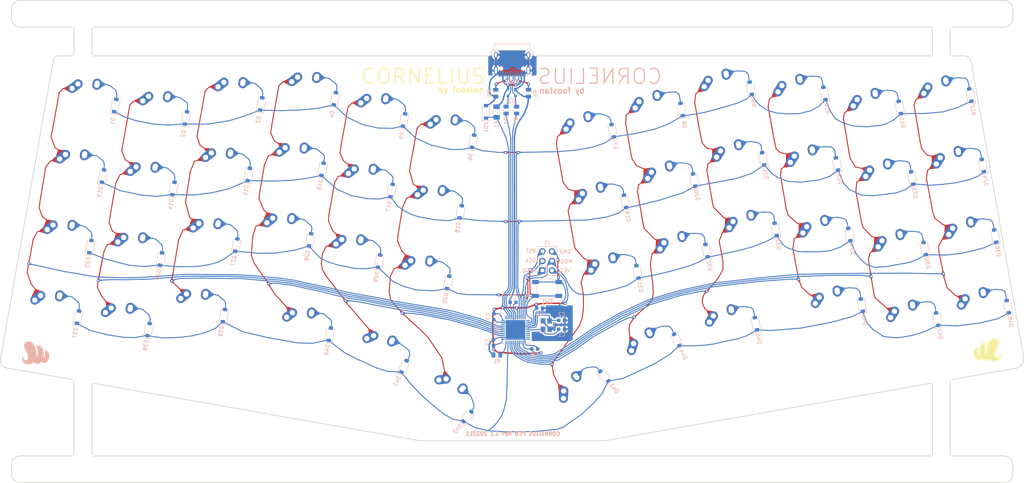
<source format=kicad_pcb>
(kicad_pcb (version 20221018) (generator pcbnew)
  (title_block (date "2023-11-12"))
  (layers (0 "F.Cu" signal) (31 "B.Cu" signal) (34 "B.Paste" user) (35 "F.Paste" user) (36 "B.SilkS" user "B.Silkscreen") (37 "F.SilkS" user "F.Silkscreen") (38 "B.Mask" user) (39 "F.Mask" user) (44 "Edge.Cuts" user))
  (net 0 "")
  (net 1 "GND")
  (net 2 "+5V")
  (net 3 "ROW0")
  (net 4 "ROW1")
  (net 5 "ROW3")
  (net 6 "COL0")
  (net 7 "COL1")
  (net 8 "COL2")
  (net 9 "COL3")
  (net 10 "COL4")
  (net 11 "COL5")
  (net 12 "RESET")
  (net 13 "D+")
  (net 14 "D-")
  (net 15 "MOSI")
  (net 16 "VBUS")
  (net 17 "COL6")
  (net 18 "MISO")
  (net 19 "COL7")
  (net 20 "COL8")
  (net 21 "COL9")
  (net 22 "COL10")
  (net 23 "COL11")
  (net 24 "Net-(U1-XTAL1)")
  (net 25 "Net-(U1-XTAL2)")
  (net 26 "Net-(U1-UCAP)")
  (net 27 "Net-(D1-A)")
  (net 28 "Net-(D2-A)")
  (net 29 "Net-(D3-A)")
  (net 30 "Net-(D4-A)")
  (net 31 "Net-(D5-A)")
  (net 32 "Net-(D6-A)")
  (net 33 "Net-(D7-A)")
  (net 34 "Net-(D8-A)")
  (net 35 "Net-(D9-A)")
  (net 36 "Net-(D10-A)")
  (net 37 "Net-(D11-A)")
  (net 38 "Net-(D12-A)")
  (net 39 "Net-(D13-A)")
  (net 40 "Net-(D14-A)")
  (net 41 "Net-(D15-A)")
  (net 42 "Net-(D16-A)")
  (net 43 "Net-(D17-A)")
  (net 44 "Net-(D18-A)")
  (net 45 "Net-(D19-A)")
  (net 46 "Net-(D20-A)")
  (net 47 "Net-(D21-A)")
  (net 48 "Net-(D22-A)")
  (net 49 "Net-(D23-A)")
  (net 50 "Net-(D24-A)")
  (net 51 "Net-(D25-A)")
  (net 52 "Net-(D26-A)")
  (net 53 "Net-(D27-A)")
  (net 54 "Net-(D28-A)")
  (net 55 "Net-(D29-A)")
  (net 56 "Net-(D30-A)")
  (net 57 "Net-(D31-A)")
  (net 58 "Net-(D32-A)")
  (net 59 "Net-(D33-A)")
  (net 60 "Net-(D34-A)")
  (net 61 "Net-(D35-A)")
  (net 62 "Net-(D36-A)")
  (net 63 "Net-(D37-A)")
  (net 64 "Net-(D38-A)")
  (net 65 "Net-(D39-A)")
  (net 66 "Net-(D40-A)")
  (net 67 "Net-(D41-A)")
  (net 68 "Net-(D42-A)")
  (net 69 "Net-(D43-A)")
  (net 70 "Net-(D44-A)")
  (net 71 "Net-(D45-A)")
  (net 72 "Net-(D46-A)")
  (net 73 "Net-(D47-A)")
  (net 74 "Net-(D48-A)")
  (net 75 "Net-(U1-~{HWB}{slash}PE2)")
  (net 76 "Net-(U1-D+)")
  (net 77 "Net-(U1-D-)")
  (net 78 "Net-(USB1-CC2)")
  (net 79 "Net-(USB1-CC1)")
  (footprint "kbd:keyswitch_cherrymx_alps_1u" (layer "F.Cu") (at 53.691392 58.211785 -10)
    (fp_text reference "MX2" hide)
    (fp_text value "SW_Push" hide)
  )
  (footprint "kbd:keyswitch_cherrymx_alps_1u" (layer "F.Cu") (at 73.692478 54.484562 -10)
    (fp_text reference "MX3" hide)
    (fp_text value "SW_Push" hide)
  )
  (footprint "kbd:keyswitch_cherrymx_alps_1u" (layer "F.Cu") (at 93.280066 53.102413 -10)
    (fp_text reference "MX4" hide)
    (fp_text value "SW_Push" hide)
  )
  (footprint "kbd:keyswitch_cherrymx_alps_1u" (layer "F.Cu") (at 111.627154 58.755484 -10)
    (fp_text reference "MX5" hide)
    (fp_text value "SW_Push" hide)
  )
  (footprint "kbd:keyswitch_cherrymx_alps_1u" (layer "F.Cu") (at 130.074242 64.407556 -10)
    (fp_text reference "MX6" hide)
    (fp_text value "SW_Push" hide)
  )
  (footprint "kbd:keyswitch_cherrymx_alps_1u" (layer "F.Cu") (at 167.025558 64.405276 10)
    (fp_text reference "MX7" hide)
    (fp_text value "SW_Push" hide)
  )
  (footprint "kbd:keyswitch_cherrymx_alps_1u" (layer "F.Cu") (at 185.372645 58.752204 10)
    (fp_text reference "MX8" hide)
    (fp_text value "SW_Push" hide)
  )
  (footprint "kbd:keyswitch_cherrymx_alps_1u" (layer "F.Cu") (at 203.719733 53.099133 10)
    (fp_text reference "MX9" hide)
    (fp_text value "SW_Push" hide)
  )
  (footprint "kbd:keyswitch_cherrymx_alps_1u" (layer "F.Cu") (at 223.307321 54.481282 10)
    (fp_text reference "MX10" hide)
    (fp_text value "SW_Push" hide)
  )
  (footprint "kbd:keyswitch_cherrymx_alps_1u" (layer "F.Cu") (at 243.308407 58.208505 10)
    (fp_text reference "MX11" hide)
    (fp_text value "SW_Push" hide)
  )
  (footprint "kbd:keyswitch_cherrymx_alps_1u" (layer "F.Cu") (at 262.068995 54.900507 10)
    (fp_text reference "MX12" hide)
    (fp_text value "SW_Push" hide)
  )
  (footprint "kbd:keyswitch_cherrymx_alps_1u" (layer "F.Cu") (at 50.383394 76.972373 -10)
    (fp_text reference "MX14" hide)
    (fp_text value "SW_Push" hide)
  )
  (footprint "kbd:keyswitch_cherrymx_alps_1u" (layer "F.Cu") (at 70.384481 73.24515 -10)
    (fp_text reference "MX15" hide)
    (fp_text value "SW_Push" hide)
  )
  (footprint "kbd:keyswitch_cherrymx_alps_1u" (layer "F.Cu") (at 89.972068 71.863001 -10)
    (fp_text reference "MX16" hide)
    (fp_text value "SW_Push" hide)
  )
  (footprint "kbd:keyswitch_cherrymx_alps_1u" (layer "F.Cu") (at 108.319156 77.516072 -10)
    (fp_text reference "MX17" hide)
    (fp_text value "SW_Push" hide)
  )
  (footprint "kbd:keyswitch_cherrymx_alps_1u" (layer "F.Cu") (at 126.666244 83.169143 -10)
    (fp_text reference "MX18" hide)
    (fp_text value "SW_Push" hide)
  )
  (footprint "kbd:keyswitch_cherrymx_alps_1u" (layer "F.Cu") (at 170.333555 83.165863 10)
    (fp_text reference "MX19" hide)
    (fp_text value "SW_Push" hide)
  )
  (footprint "kbd:keyswitch_cherrymx_alps_1u" (layer "F.Cu") (at 188.680643 77.512792 10)
    (fp_text reference "MX20" hide)
    (fp_text value "SW_Push" hide)
  )
  (footprint "kbd:keyswitch_cherrymx_alps_1u" (layer "F.Cu") (at 207.027731 71.859721 10)
    (fp_text reference "MX21" hide)
    (fp_text value "SW_Push" hide)
  )
  (footprint "kbd:keyswitch_cherrymx_alps_1u" (layer "F.Cu") (at 226.615318 73.24187 10)
    (fp_text reference "MX22" hide)
    (fp_text value "SW_Push" hide)
  )
  (footprint "kbd:keyswitch_cherrymx_alps_1u" (layer "F.Cu") (at 246.616405 76.969093 10)
    (fp_text reference "MX23" hide)
    (fp_text value "SW_Push" hide)
  )
  (footprint "kbd:keyswitch_cherrymx_alps_1u" (layer "F.Cu") (at 265.376993 73.661095 10)
    (fp_text reference "MX24" hide)
    (fp_text value "SW_Push" hide)
  )
  (footprint "kbd:keyswitch_cherrymx_alps_1u" (layer "F.Cu") (at 47.075396 95.73296 -10)
    (fp_text reference "MX26" hide)
    (fp_text value "SW_Push" hide)
  )
  (footprint "kbd:keyswitch_cherrymx_alps_1u" (layer "F.Cu") (at 86.66407 90.623589 -10)
    (fp_text reference "MX28" hide)
    (fp_text value "SW_Push" hide)
  )
  (footprint "kbd:keyswitch_cherrymx_alps_1u" (layer "F.Cu") (at 105.011158 96.27666 -10)
    (fp_text reference "MX29" hide)
    (fp_text value "SW_Push" hide)
  )
  (footprint "kbd:keyswitch_cherrymx_alps_1u" (layer "F.Cu") (at 123.358246 101.929731 -10)
    (fp_text reference "MX30" hide)
    (fp_text value "SW_Push" hide)
  )
  (footprint "kbd:keyswitch_cherrymx_alps_1u" (layer "F.Cu") (at 173.641553 101.926451 10)
    (fp_text reference "MX31" hide)
    (fp_text value "SW_Push" hide)
  )
  (footprint "kbd:keyswitch_cherrymx_alps_1u" (layer "F.Cu") (at 191.988641 96.27338 10)
    (fp_text reference "MX32" hide)
    (fp_text value "SW_Push" hide)
  )
  (footprint "kbd:keyswitch_cherrymx_alps_1u" (layer "F.Cu") (at 210.335729 90.620309 10)
    (fp_text reference "MX33" hide)
    (fp_text value "SW_Push" hide)
  )
  (footprint "kbd:keyswitch_cherrymx_alps_1u" (layer "F.Cu") (at 229.923316 92.002458 10)
    (fp_text reference "MX34" hide)
    (fp_text value "SW_Push" hide)
  )
  (footprint "kbd:keyswitch_cherrymx_alps_1u" (layer "F.Cu") (at 249.924403 95.72968 10)
    (fp_text reference "MX35" hide)
    (fp_text value "SW_Push" hide)
  )
  (footprint "kbd:keyswitch_cherrymx_alps_1u" (layer "F.Cu") (at 268.684991 92.421682 10)
    (fp_text reference "MX36" hide)
    (fp_text value "SW_Push" hide)
  )
  (footprint "kbd:keyswitch_cherrymx_alps_1u" (layer "F.Cu") (at 43.767398 114.493548 -10)
    (fp_text reference "MX38" hide)
    (fp_text value "SW_Push" hide)
  )
  (footprint "kbd:keyswitch_cherrymx_alps_1u" (layer "F.Cu") (at 63.768485 110.766325 -10)
    (fp_text reference "MX39" hide)
    (fp_text value "SW_Push" hide)
  )
  (footprint "kbd:keyswitch_cherrymx_alps_1u" (layer "F.Cu") (at 166.68 133.6463 40)
    (fp_text reference "MX43" hide)
    (fp_text value "SW_Push" hide)
  )
  (footprint "kbd:keyswitch_cherrymx_alps_1u" (layer "F.Cu") (at 184.725 122.1383 25)
    (fp_text reference "MX44" hide)
    (fp_text value "SW_Push" hide)
  )
  (footprint "kbd:keyswitch_cherrymx_alps_1u" (layer "F.Cu") (at 205.090432 115.725042 10)
    (fp_text reference "MX45" hide)
    (fp_text value "SW_Push" hide)
  )
  (footprint "kbd:keyswitch_cherrymx_alps_1u" (layer "F.Cu") (at 233.231314 110.763045 10)
    (fp_text reference "MX46" hide)
    (fp_text value "SW_Push" hide)
  )
  (footprint "kbd:keyswitch_cherrymx_alps_1u" (layer "F.Cu") (at 253.232401 114.490268 10)
    (fp_text reference "MX47" hide)
    (fp_text value "SW_Push" hide)
  )
  (footprint "kbd:keyswitch_cherrymx_alps_1u" (layer "F.Cu") (at 271.992989 111.18227 10)
    (fp_text reference "MX48" hide)
    (fp_text value "SW_Push" hide)
  )
  (footprint "kbd:keyswitch_cherrymx_alps_1u" (layer "F.Cu") (at 31.622806 73.664375 -10)
    (fp_text reference "MX13" hide)
    (fp_text value "SW_Push" hide)
  )
  (footprint "kbd:keyswitch_cherrymx_alps_1u" (layer "F.Cu") (at 34.930804 54.903787 -10)
    (fp_text reference "MX1" hide)
    (fp_text value "SW_Push" hide)
  )
  (footprint "kbd:keyswitch_cherrymx_alps_1u" (layer "F.Cu") (at 28.314808 92.424963 -10)
    (fp_text reference "MX25" hide)
    (fp_text value "SW_Push" hide)
  )
  (footprint "kbd:keyswitch_cherrymx_alps_1u" (layer "F.Cu") (at 25.006811 111.18555 -10)
    (fp_text reference "MX37" hide)
    (fp_text value "SW_Push" hide)
  )
  (footprint "kbd:keyswitch_cherrymx_alps_1u" (layer "F.Cu") (at 91.909367 115.728322 -10)
    (fp_text reference "MX40" hide)
    (fp_text value "SW_Push" hide)
  )
  (footprint "kbd:keyswitch_cherrymx_alps_1u" (layer "F.Cu") (at 130.308 133.6373 -40)
    (fp_text reference "MX42" hide)
    (fp_text value "SW_Push" hide)
  )
  (footprint "kbd:keyswitch_cherrymx_alps_1u" (layer "F.Cu") (at 112.277 122.1653 -25)
    (fp_text reference "MX41" hide)
    (fp_text value "SW_Push" hide)
  )
  (footprint "kbd:corne-logo-silk" (layer "F.Cu") (at 274.77 121.37)
    (fp_text reference "G***" hide)
    (fp_text value "LOGO" hide)
  )
  (footprint "kbd:keyswitch_cherrymx_alps_1u" (layer "F.Cu") (at 67.076483 92.005738 -10)
    (fp_text reference "MX27" hide)
    (fp_text value "SW_Push" hide)
  )
  (footprint "kbd:Breakaway_Tabs" (layer "F.Cu") (at 34.5 43.06)
    (fp_text reference "REF**")
    (fp_text value "Breakaway_Tabs")
  )
  (footprint "kbd:Breakaway_Tabs" (layer "F.Cu") (at 34.5 35.4383)
    (fp_text reference "REF**")
    (fp_text value "Breakaway_Tabs")
  )
  (footprint "kbd:Breakaway_Tabs" (layer "F.Cu") (at 262.5 43.06)
    (fp_text reference "REF**")
    (fp_text value "Breakaway_Tabs")
  )
  (footprint "kbd:Breakaway_Tabs" (layer "F.Cu") (at 262.5 35.4383)
    (fp_text reference "REF**")
    (fp_text value "Breakaway_Tabs")
  )
  (footprint "kbd:Breakaway_Tabs" (layer "F.Cu") (at 262.5 149.4383)
    (fp_text reference "REF**")
    (fp_text value "Breakaway_Tabs")
  )
  (footprint "kbd:Breakaway_Tabs" (layer "F.Cu") (at 262.5 129.6 10)
    (fp_text reference "REF**")
    (fp_text value "Breakaway_Tabs")
  )
  (footprint "kbd:Breakaway_Tabs" (layer "F.Cu") (at 34.5 149.4383)
    (fp_text reference "REF**")
    (fp_text value "Breakaway_Tabs")
  )
  (footprint "kbd:Breakaway_Tabs" (layer "F.Cu") (at 34.5 129.6 -10)
    (fp_text reference "REF**")
    (fp_text value "Breakaway_Tabs")
  )
  (footprint "Capacitor_SMD:C_0603_1608Metric" (layer "B.Cu") (at 161.65 113.4)
    (fp_text reference "C2")
    (fp_text value "22pF")
  )
  (footprint "Capacitor_SMD:C_0603_1608Metric" (layer "B.Cu") (at 148.75 108.6 180)
    (fp_text reference "C3")
    (fp_text value "1uF")
  )
  (footprint "Capacitor_SMD:C_0603_1608Metric" (layer "B.Cu") (at 143.55 119.3 90)
    (fp_text reference "C4")
    (fp_text value "0.1uF")
  )
  (footprint "Capacitor_SMD:C_0603_1608Metric" (layer "B.Cu") (at 155.8 110.15)
    (fp_text reference "C6")
    (fp_text value "0.1uF")
  )
  (footprint "Diode_SMD:D_SOD-123" (layer "B.Cu") (at 61.851681 59.577507 80)
    (fp_text reference "D2")
    (fp_text value "SOD-123")
  )
  (footprint "Diode_SMD:D_SOD-123" (layer "B.Cu") (at 81.852768 55.850285 80)
    (fp_text reference "D3")
    (fp_text value "SOD-123")
  )
  (footprint "Diode_SMD:D_SOD-123" (layer "B.Cu") (at 101.440355 54.468136 80)
    (fp_text reference "D4")
    (fp_text value "SOD-123")
  )
  (footprint "Diode_SMD:D_SOD-123" (layer "B.Cu") (at 119.787443 60.121207 80)
    (fp_text reference "D5")
    (fp_text value "SOD-123")
  )
  (footprint "Diode_SMD:D_SOD-123" (layer "B.Cu") (at 138.134531 65.774278 80)
    (fp_text reference "D6")
    (fp_text value "SOD-123")
  )
  (footprint "Diode_SMD:D_SOD-123" (layer "B.Cu") (at 175.184593 62.984767 100)
    (fp_text reference "D7")
    (fp_text value "SOD-123")
  )
  (footprint "Diode_SMD:D_SOD-123" (layer "B.Cu") (at 193.531681 57.331695 100)
    (fp_text reference "D8")
    (fp_text value "SOD-123")
  )
  (footprint "Diode_SMD:D_SOD-123" (layer "B.Cu") (at 211.878769 51.678624 100)
    (fp_text reference "D9")
    (fp_text value "SOD-123")
  )
  (footprint "Diode_SMD:D_SOD-123" (layer "B.Cu") (at 231.466356 53.060773 100)
    (fp_text reference "D10")
    (fp_text value "SOD-123")
  )
  (footprint "Diode_SMD:D_SOD-123" (layer "B.Cu") (at 251.467443 56.787996 100)
    (fp_text reference "D11")
    (fp_text value "SOD-123")
  )
  (footprint "Diode_SMD:D_SOD-123" (layer "B.Cu") (at 270.228031 53.479998 100)
    (fp_text reference "D12")
    (fp_text value "SOD-123")
  )
  (footprint "Diode_SMD:D_SOD-123" (layer "B.Cu") (at 39.783095 75.030097 80)
    (fp_text reference "D13")
    (fp_text value "SOD-123")
  )
  (footprint "Diode_SMD:D_SOD-123" (layer "B.Cu") (at 58.543683 78.338095 80)
    (fp_text reference "D14")
    (fp_text value "SOD-123")
  )
  (footprint "Diode_SMD:D_SOD-123" (layer "B.Cu") (at 78.54477 74.610873 80)
    (fp_text reference "D15")
    (fp_text value "SOD-123")
  )
  (footprint "Diode_SMD:D_SOD-123" (layer "B.Cu") (at 98.132357 73.228723 80)
    (fp_text reference "D16")
    (fp_text value "SOD-123")
  )
  (footprint "Diode_SMD:D_SOD-123" (layer "B.Cu") (at 116.479445 78.881795 80)
    (fp_text reference "D17")
    (fp_text value "SOD-123")
  )
  (footprint "Diode_SMD:D_SOD-123" (layer "B.Cu") (at 134.826533 84.534866 80)
    (fp_text reference "D18")
    (fp_text value "SOD-123")
  )
  (footprint "Diode_SMD:D_SOD-123" (layer "B.Cu") (at 178.492591 81.745354 100)
    (fp_text reference "D19")
    (fp_text value "SOD-123")
  )
  (footprint "Diode_SMD:D_SOD-123" (layer "B.Cu") (at 196.839679 76.092283 100)
    (fp_text reference "D20")
    (fp_text value "SOD-123")
  )
  (footprint "Diode_SMD:D_SOD-123" (layer "B.Cu") (at 215.186767 70.439212 100)
    (fp_text reference "D21")
    (fp_text value "SOD-123")
  )
  (footprint "Diode_SMD:D_SOD-123" (layer "B.Cu") (at 234.774354 71.821361 100)
    (fp_text reference "D22")
    (fp_text value "SOD-123")
  )
  (footprint "Diode_SMD:D_SOD-123" (layer "B.Cu") (at 254.775441 75.548584 100)
    (fp_text reference "D23")
    (fp_text value "SOD-123")
  )
  (footprint "Diode_SMD:D_SOD-123" (layer "B.Cu") (at 273.536029 72.240586 100)
    (fp_text reference "D24")
    (fp_text value "SOD-123")
  )
  (footprint "Diode_SMD:D_SOD-123" (layer "B.Cu") (at 36.475098 93.790685 80)
    (fp_text reference "D25")
    (fp_text value "SOD-123")
  )
  (footprint "Diode_SMD:D_SOD-123" (layer "B.Cu") (at 55.235685 97.098683 80)
    (fp_text reference "D26")
    (fp_text value "SOD-123")
  )
  (footprint "Diode_SMD:D_SOD-123" (layer "B.Cu") (at 75.236772 93.37146 80)
    (fp_text reference "D27")
    (fp_text value "SOD-123")
  )
  (footprint "Diode_SMD:D_SOD-123" (layer "B.Cu") (at 94.824359 91.989311 80)
    (fp_text reference "D28")
    (fp_text value "SOD-123")
  )
  (footprint "Diode_SMD:D_SOD-123" (layer "B.Cu") (at 113.171447 97.642382 80)
    (fp_text reference "D29")
    (fp_text value "SOD-123")
  )
  (footprint "Diode_SMD:D_SOD-123" (layer "B.Cu") (at 131.518535 103.295454 80)
    (fp_text reference "D30")
    (fp_text value "SOD-123")
  )
  (footprint "Diode_SMD:D_SOD-123" (layer "B.Cu") (at 181.800589 100.505942 100)
    (fp_text reference "D31")
    (fp_text value "SOD-123")
  )
  (footprint "Diode_SMD:D_SOD-123" (layer "B.Cu") (at 200.147677 94.852871 100)
    (fp_text reference "D32")
    (fp_text value "SOD-123")
  )
  (footprint "Diode_SMD:D_SOD-123" (layer "B.Cu") (at 218.494765 89.1998 100)
    (fp_text reference "D33")
    (fp_text value "SOD-123")
  )
  (footprint "Diode_SMD:D_SOD-123" (layer "B.Cu") (at 238.082352 90.581949 100)
    (fp_text reference "D34")
    (fp_text value "SOD-123")
  )
  (footprint "Diode_SMD:D_SOD-123" (layer "B.Cu") (at 258.083439 94.309171 100)
    (fp_text reference "D35")
    (fp_text value "SOD-123")
  )
  (footprint "Diode_SMD:D_SOD-123" (layer "B.Cu") (at 276.844027 91.001174 100)
    (fp_text reference "D36")
    (fp_text value "SOD-123")
  )
  (footprint "Diode_SMD:D_SOD-123" (layer "B.Cu") (at 33.1671 112.551273 80)
    (fp_text reference "D37")
    (fp_text value "SOD-123")
  )
  (footprint "Diode_SMD:D_SOD-123" (layer "B.Cu") (at 51.927687 115.859271 80)
    (fp_text reference "D38")
    (fp_text value "SOD-123")
  )
  (footprint "Diode_SMD:D_SOD-123" (layer "B.Cu") (at 71.928774 112.132048 80)
    (fp_text reference "D39")
    (fp_text value "SOD-123")
  )
  (footprint "Diode_SMD:D_SOD-123" (layer "B.Cu") (at 100.07 117.0833 80)
    (fp_text reference "D40")
    (fp_text value "SOD-123")
  )
  (footprint "Diode_SMD:D_SOD-123" (layer "B.Cu") (at 119.78 125.651 65)
    (fp_text reference "D41")
    (fp_text value "SOD-123")
  )
  (footprint "Diode_SMD:D_SOD-123" (layer "B.Cu") (at 136.63 138.971 50)
    (fp_text reference "D42")
    (fp_text value "SOD-123")
  )
  (footprint "Diode_SMD:D_SOD-123" (layer "B.Cu") (at 172.98 128.25 130)
    (fp_text reference "D43")
    (fp_text value "SOD-123")
  )
  (footprint "Diode_SMD:D_SOD-123" (layer "B.Cu") (at 192.22 118.61 115)
    (fp_text reference "D44")
    (fp_text value "SOD-123")
  )
  (footprint "Diode_SMD:D_SOD-123" (layer "B.Cu") (at 213.25 114.2923 100)
    (fp_text reference "D45")
    (fp_text value "SOD-123")
  )
  (footprint "Diode_SMD:D_SOD-123" (layer "B.Cu") (at 241.39035 109.342536 100)
    (fp_text reference "D46")
    (fp_text value "SOD-123")
  )
  (footprint "Diode_SMD:D_SOD-123" (layer "B.Cu") (at 261.391437 113.069759 100)
    (fp_text reference "D47")
    (fp_text value "SOD-123")
  )
  (footprint "Diode_SMD:D_SOD-123" (layer "B.Cu") (at 280.152024 109.761761 100)
    (fp_text reference "D48")
    (fp_text value "SOD-123")
  )
  (footprint "Connector_PinHeader_2.54mm:PinHeader_2x03_P2.54mm_Vertical" (layer "B.Cu") (at 156.54 100.1383)
    (fp_text reference "J1")
    (fp_text value "AVR-ISP-6")
  )
  (footprint "Resistor_SMD:R_0805_2012Metric" (layer "B.Cu") (at 144.45 122.6)
    (fp_text reference "R1")
    (fp_text value "10k")
  )
  (footprint "Resistor_SMD:R_0805_2012Metric" (layer "B.Cu") (at 149.708001 57.49 90)
    (fp_text reference "R2")
    (fp_text value "22")
  )
  (footprint "Resistor_SMD:R_0805_2012Metric" (layer "B.Cu") (at 146.89 57.49 90)
    (fp_text reference "R3")
    (fp_text value "22")
  )
  (footprint "Resistor_SMD:R_0805_2012Metric" (layer "B.Cu") (at 144.15 52.99 -90)
    (fp_text reference "R5")
    (fp_text value "5.1k")
  )
  (footprint "Button_Switch_SMD:SW_SPST_SKQG_WithStem" (layer "B.Cu") (at 157.8 105.05 180)
    (fp_text reference "SW1")
    (fp_text value "SW_Push")
  )
  (footprint "Package_DFN_QFN:QFN-44-1EP_7x7mm_P0.5mm_EP5.2x5.2mm" (layer "B.Cu") (at 149.4028 115.9256 -90)
    (fp_text reference "U1")
    (fp_text value "ATmega32U4-M")
  )
  (footprint "Package_TO_SOT_SMD:SOT-143" (layer "B.Cu") (at 148.4 52.79 180)
    (fp_text reference "U2")
    (fp_text value "PRTR5V0U2X")
  )
  (footprint "Fuse:Fuse_1206_3216Metric" (layer "B.Cu") (at 144.35 57.99 90)
    (fp_text reference "F1")
    (fp_text value "500mA")
  )
  (footprint "Diode_SMD:D_SOD-123" (layer "B.Cu") (at 43.091093 56.26951 80)
    (fp_text reference "D1")
    (fp_text value "SOD-123")
  )
  (footprint "Capacitor_SMD:C_0603_1608Metric" (layer "B.Cu") (at 161.65 115.75)
    (fp_text reference "C1")
    (fp_text value "22pF")
  )
  (footprint "Crystal:Crystal_SMD_3225-4Pin_3.2x2.5mm" (layer "B.Cu") (at 157.6 114.65 90)
    (fp_text reference "Y1")
    (fp_text value "16MHz")
  )
  (footprint "Resistor_SMD:R_0805_2012Metric" (layer "B.Cu") (at 152.85 52.99 -90)
    (fp_text reference "R4")
    (fp_text value "5.1k")
  )
  (footprint "Capacitor_SMD:C_0603_1608Metric" (layer "B.Cu") (at 143.64 112.4283 -90)
    (fp_text reference "C7")
    (fp_text value "10uF")
  )
  (footprint "Capacitor_SMD:C_0603_1608Metric" (layer "B.Cu") (at 154.5 121)
    (fp_text reference "C5")
    (fp_text value "0.1uF")
  )
  (footprint "kbd:corne-logo-silk" (layer "B.Cu") (at 21.86 122.19 180)
    (fp_text reference "G***" hide)
    (fp_text value "LOGO" hide)
  )
  (footprint "Connector_USB:USB_C_Receptacle_HRO_TYPE-C-31-M-12" (layer "B.Cu") (at 148.5 43.8383)
    (fp_text reference "USB1")
    (fp_text value "TYPE-C-31-M-12")
  )
  (footprint "Diode_SMD:D_SOD-123" (layer "B.Cu") (at 141.56 57.9583 90)
    (fp_text reference "ZD1")
    (fp_text value "Schottky")
  )
  (gr_circle (center 145.26 111.62) (end 145.4 111.78) (stroke (width 0.15)) (fill none) (layer "B.SilkS"))
  (gr_arc (start 284.349572 123.208774) (mid 283.90548 125.088658) (end 282.280622 126.133176) (stroke (width 0.2)) (layer "Edge.Cuts"))
  (gr_arc (start 268.54 43.07) (mid 269.745318 43.47684) (end 270.423889 44.552874) (stroke (width 0.2)) (layer "Edge.Cuts"))
  (gr_arc (start 154.48 43.06) (mid 154.126447 42.913553) (end 153.98 42.56) (stroke (width 0.2)) (layer "Edge.Cuts"))
  (gr_line (start 27.93 43.06) (end 32.125 43.06) (stroke (width 0.2)) (layer "Edge.Cuts"))
  (gr_line (start 15.5 33.0633) (end 15.5 30.6883) (stroke (width 0.2)) (layer "Edge.Cuts"))
  (gr_line (start 15.5 154.1883) (end 15.5 151.8133) (stroke (width 0.2)) (layer "Edge.Cuts"))
  (gr_line (start 36.875 43.06) (end 142.48 43.06) (stroke (width 0.2)) (layer "Edge.Cuts"))
  (gr_line (start 264.875 43.06) (end 268.54 43.07) (stroke (width 0.2)) (layer "Edge.Cuts"))
  (gr_line (start 264.875 35.4383) (end 279.125 35.4383) (stroke (width 0.2)) (layer "Edge.Cuts"))
  (gr_line (start 32.125 35.4383) (end 17.875 35.4383) (stroke (width 0.2)) (layer "Edge.Cuts"))
  (gr_line (start 264.875 149.4383) (end 279.125 149.4383) (stroke (width 0.2)) (layer "Edge.Cuts"))
  (gr_line (start 32.125 149.4383) (end 17.875 149.4383) (stroke (width 0.2)) (layer "Edge.Cuts"))
  (gr_line (start 32.125 129.2) (end 14.261117 126.044247) (stroke (width 0.2)) (layer "Edge.Cuts"))
  (gr_line (start 264.875 129.2) (end 282.280622 126.133176) (stroke (width 0.2)) (layer "Edge.Cuts"))
  (gr_arc (start 15.5 151.8133) (mid 16.195621 150.133921) (end 17.875 149.4383) (stroke (width 0.2)) (layer "Edge.Cuts"))
  (gr_arc (start 281.5 33.0633) (mid 280.804379 34.742679) (end 279.125 35.4383) (stroke (width 0.2)) (layer "Edge.Cuts"))
  (gr_line (start 281.5 30.6883) (end 281.5 33.0633) (stroke (width 0.2)) (layer "Edge.Cuts"))
  (gr_line (start 264.875 35.4383) (end 264.875 43.06) (stroke (width 0.2)) (layer "Edge.Cuts"))
  (gr_arc (start 142.98 42.06) (mid 143.126447 41.706447) (end 143.48 41.56) (stroke (width 0.2)) (layer "Edge.Cuts"))
  (gr_line (start 124.077486 145.423418) (end 36.875 130.05) (stroke (width 0.2)) (layer "Edge.Cuts"))
  (gr_line (start 260.125 35.4383) (end 36.875 35.4383) (stroke (width 0.2)) (layer "Edge.Cuts"))
  (gr_line (start 142.98 42.56) (end 142.98 42.06) (stroke (width 0.2)) (layer "Edge.Cuts"))
  (gr_arc (start 17.875 35.4383) (mid 16.195621 34.742679) (end 15.5 33.0633) (stroke (width 0.2)) (layer "Edge.Cuts"))
  (gr_line (start 260.125 130.05) (end 172.927282 145.423418) (stroke (width 0.2)) (layer "Edge.Cuts"))
  (gr_arc (start 281.5 154.1883) (mid 280.804379 155.867679) (end 279.125 156.5633) (stroke (width 0.2)) (layer "Edge.Cuts"))
  (gr_line (start 154.48 43.06) (end 260.125 43.06) (stroke (width 0.2)) (layer "Edge.Cuts"))
  (gr_line (start 270.423889 44.552874) (end 284.349572 123.208774) (stroke (width 0.2)) (layer "Edge.Cuts"))
  (gr_line (start 172.927282 145.423418) (end 124.077486 145.423418) (stroke (width 0.2)) (layer "Edge.Cuts"))
  (gr_line (start 264.875 149.4383) (end 264.875 129.2) (stroke (width 0.2)) (layer "Edge.Cuts"))
  (gr_line (start 260.125 35.4383) (end 260.125 43.06) (stroke (width 0.2)) (layer "Edge.Cuts"))
  (gr_arc (start 15.5 30.6883) (mid 16.195621 29.008921) (end 17.875 28.3133) (stroke (width 0.2)) (layer "Edge.Cuts"))
  (gr_line (start 260.125 149.4383) (end 260.125 130.05) (stroke (width 0.2)) (layer "Edge.Cuts"))
  (gr_arc (start 26.650172 44.188894) (mid 27.074236 43.379737) (end 27.93 43.06) (stroke (width 0.2)) (layer "Edge.Cuts"))
  (gr_arc (start 153.48 41.56) (mid 153.833553 41.706447) (end 153.98 42.06) (stroke (width 0.2)) (layer "Edge.Cuts"))
  (gr_arc (start 279.125 28.3133) (mid 280.804379 29.008921) (end 281.5 30.6883) (stroke (width 0.2)) (layer "Edge.Cuts"))
  (gr_line (start 36.875 149.4383) (end 36.875 130.05) (stroke (width 0.2)) (layer "Edge.Cuts"))
  (gr_arc (start 17.875 156.5633) (mid 16.195621 155.867679) (end 15.5 154.1883) (stroke (width 0.2)) (layer "Edge.Cuts"))
  (gr_line (start 32.125 35.4383) (end 32.125 43.06) (stroke (width 0.2)) (layer "Edge.Cuts"))
  (gr_line (start 12.58 123.719185) (end 26.650172 44.188894) (stroke (width 0.2)) (layer "Edge.Cuts"))
  (gr_line (start 153.98 42.06) (end 153.98 42.56) (stroke (width 0.2)) (layer "Edge.Cuts"))
  (gr_line (start 36.875 35.4383) (end 36.875 43.06) (stroke (width 0.2)) (layer "Edge.Cuts"))
  (gr_line (start 17.875 28.3133) (end 279.125 28.3133) (stroke (width 0.2)) (layer "Edge.Cuts"))
  (gr_arc (start 142.98 42.56) (mid 142.833553 42.913553) (end 142.48 43.06) (stroke (width 0.2)) (layer "Edge.Cuts"))
  (gr_line (start 143.48 41.56) (end 153.48 41.56) (stroke (width 0.2)) (layer "Edge.Cuts"))
  (gr_line (start 32.125 149.4383) (end 32.125 129.2) (stroke (width 0.2)) (layer "Edge.Cuts"))
  (gr_line (start 281.5 151.8133) (end 281.5 154.1883) (stroke (width 0.2)) (layer "Edge.Cuts"))
  (gr_line (start 36.875 149.4383) (end 260.125 149.4383) (stroke (width 0.2)) (layer "Edge.Cuts"))
  (gr_line (start 279.125 156.5633) (end 17.875 156.5633) (stroke (width 0.2)) (layer "Edge.Cuts"))
  (gr_arc (start 14.261117 126.044247) (mid 12.960939 125.21404) (end 12.58 123.719185) (stroke (width 0.2)) (layer "Edge.Cuts"))
  (gr_arc (start 279.125 149.4383) (mid 280.804379 150.133921) (end 281.5 151.8133) (stroke (width 0.2)) (layer "Edge.Cuts"))
  (gr_text "by foostan" (at 161.73 52.31) (layer "B.SilkS") (effects (font (size 1.5 1.5) (thickness 0.3)) (justify mirror)))
  (gr_text "CORNELIUS" (at 171.82 48.52) (layer "B.SilkS") (effects (font (size 4 4) (thickness 0.3)) (justify mirror)))
  (gr_text "CORNELIUS PCB Rev 1.1 202311" (at 148.67125 143.54875) (layer "B.SilkS") (effects (font (size 1 1) (thickness 0.25)) (justify mirror)))
  (gr_text "CORNELIUS" (at 124.87 48.52) (layer "F.SilkS") (effects (font (size 4 4) (thickness 0.3))))
  (gr_text "by foostan" (at 134.98 52.06) (layer "F.SilkS") (effects (font (size 1.5 1.5) (thickness 0.3))))
  (segment (start 160.65 99.95) (end 160.65 97.3) (width 0.254) (layer "F.Cu") (net 1))
  (segment (start 160.658334 101.241666) (end 160.65 99.95) (width 0.254) (layer "F.Cu") (net 1))
  (segment (start 160.8 101.95) (end 160.658334 101.241666) (width 0.254) (layer "F.Cu") (net 1))
  (via (at 160.65 97.3) (size 0.8) (drill 0.4) (layers "F.Cu" "B.Cu") (net 1))
  (via (at 160.8 101.95) (size 0.8) (drill 0.4) (layers "F.Cu" "B.Cu") (net 1))
  (segment (start 154.8 120.3) (end 154.2 120.1) (width 0.254) (layer "B.Cu") (net 1))
  (segment (start 144.45 113.8483) (end 146.0653 113.9256) (width 0.254) (layer "B.Cu") (net 1))
  (segment (start 158.9 110.1) (end 157.5 110.15) (width 0.254) (layer "B.Cu") (net 1))
  (segment (start 152.8 120.05) (end 152.3 120) (width 0.254) (layer "B.Cu") (net 1))
  (segment (start 148.05 109.85) (end 148.4 110.7) (width 0.254) (layer "B.Cu") (net 1))
  (segment (start 142.58 55.8583) (end 141.56 56.3083) (width 0.381) (layer "B.Cu") (net 1))
  (segment (start 162.3 112.3375) (end 161.8 111.7) (width 0.381) (layer "B.Cu") (net 1))
  (segment (start 157.5 110.15) (end 156.5875 110.15) (width 0.254) (layer "B.Cu") (net 1))
  (segment (start 145.275 47.8833) (end 144.594 47.8833) (width 0.381) (layer "B.Cu") (net 1))
  (segment (start 142.85 49.39) (end 142.55 50.29) (width 0.381) (layer "B.Cu") (net 1))
  (segment (start 155.3 120.9) (end 154.8 120.3) (width 0.254) (layer "B.Cu") (net 1))
  (segment (start 149.1 92.618752) (end 149.06 92.658752) (width 0.381) (layer "B.Cu") (net 1))
  (segment (start 160.6 96.5) (end 160.4 96.05) (width 0.254) (layer "B.Cu") (net 1))
  (segment (start 147.9125 108.2) (end 147.9125 108.775) (width 0.254) (layer "B.Cu") (net 1))
  (segment (start 146.0028 117.9256) (end 147.4028 117.9256) (width 0.254) (layer "B.Cu") (net 1))
  (segment (start 144.18 42.7883) (end 145.188 42.7883) (width 0.508) (layer "B.Cu") (net 1))
  (segment (start 153.8744 114.9256) (end 153.95 114.85) (width 0.254) (layer "B.Cu") (net 1))
  (segment (start 142.45 51.59) (end 142.55 52.85919) (width 0.381) (layer "B.Cu") (net 1))
  (segment (start 156.5875 110.15) (end 156.5875 110.725) (width 0.381) (layer "B.Cu") (net 1))
  (segment (start 144.338298 118.15) (end 145.05 117.95) (width 0.254) (layer "B.Cu") (net 1))
  (segment (start 151.9028 119.3256) (end 151.89 118.6883) (width 0.254) (layer "B.Cu") (net 1))
  (segment (start 142.4 120.9) (end 142.5 121.6) (width 0.381) (layer "B.Cu") (net 1))
  (segment (start 148.597651 110.897651) (end 148.9028 111.477434) (width 0.254) (layer "B.Cu") (net 1))
  (segment (start 142.55 52.85919) (end 142.95 53.49) (width 0.381) (layer "B.Cu") (net 1))
  (segment (start 160.2 114.6) (end 159.55 115) (width 0.381) (layer "B.Cu") (net 1))
  (segment (start 160.65 97.3) (end 160.6 96.5) (width 0.254) (layer "B.Cu") (net 1))
  (segment (start 143.35 48.79) (end 142.85 49.39) (width 0.381) (layer "B.Cu") (net 1))
  (segment (start 162.4375 114.4875) (end 162.4375 113.4) (width 0.381) (layer "B.Cu") (net 1))
  (segment (start 155.85 111.4) (end 155.25 111.4) (width 0.381) (layer "B.Cu") (net 1))
  (segment (start 147.9125 108.2) (end 147.9 108.2) (width 0.381) (layer "B.Cu") (net 1))
  (segment (start 155.25 111.4) (end 154.96 111.6483) (width 0.381) (layer "B.Cu") (net 1))
  (segment (start 160.9 103.2) (end 161.94 103.5283) (width 0.254) (layer "B.Cu") (net 1))
  (segment (start 151.725 49.615) (end 151.35 50.49) (width 0.381) (layer "B.Cu") (net 1))
  (segment (start 152.5 56.49) (end 152.75 55.24) (width 0.381) (layer "B.Cu") (net 1))
  (segment (start 151.5 58.79) (end 152.5 56.49) (width 0.381) (layer "B.Cu") (net 1))
  (segment (start 151.5 53.84) (end 152.85 53.9275) (width 0.381) (layer "B.Cu") (net 1))
  (segment (start 150.5 60.19) (end 151.5 58.79) (width 0.381) (layer "B.Cu") (net 1))
  (segment (start 154.45 114.7083) (end 153.95 114.85) (width 0.381) (layer "B.Cu") (net 1))
  (segment (start 143.55 118.5125) (end 142.75 119.2) (width 0.381) (layer "B.Cu") (net 1))
  (segment (start 143.1 122.3) (end 143.5125 122.6) (width 0.381) (layer "B.Cu") (net 1))
  (segment (start 142.75 119.2) (end 142.4 120) (width 0.381) (layer "B.Cu") (net 1))
  (segment (start 161.8 108.6) (end 160.65 109.7) (width 0.254) (layer "B.Cu") (net 1))
  (segment (start 147.9125 108.775) (end 148.05 109.85) (width 0.254) (layer "B.Cu") (net 1))
  (segment (start 151.905 47.8833) (end 152.82 46.9683) (width 0.381) (layer "B.Cu") (net 1))
  (segment (start 149.4 52.04) (end 150.1 52.89) (width 0.381) (layer "B.Cu") (net 1))
  (segment (start 151.89 118.6883) (end 151.33405 117.85685) (width 0.254) (layer "B.Cu") (net 1))
  (segment (start 142.55 50.29) (end 142.45 51.59) (width 0.381) (layer "B.Cu") (net 1))
  (segment (start 160.4 96.05) (end 159.47 94.96) (width 0.254) (layer "B.Cu") (net 1))
  (segment (start 143.55 118.5125) (end 144.338298 118.15) (width 0.254) (layer "B.Cu") (net 1))
  (segment (start 148.4 110.7) (end 148.597651 110.897651) (width 0.254) (layer "B.Cu") (net 1))
  (segment (start 147.99 107.6883) (end 148.5 106.75) (width 0.381) (layer "B.Cu") (net 1))
  (segment (start 161.4 114.5) (end 160.2 114.6) (width 0.381) (layer "B.Cu") (net 1))
  (segment (start 150.1 52.89) (end 151.5 53.84) (width 0.381) (layer "B.Cu") (net 1))
  (segment (start 162.4375 115.75) (end 162.4375 114.4875) (width 0.381) (layer "B.Cu") (net 1))
  (segment (start 156.5875 110.725) (end 155.9125 111.4) (width 0.381) (layer "B.Cu") (net 1))
  (segment (start 151.725 47.8833) (end 151.725 49.615) (width 0.381) (layer "B.Cu") (net 1))
  (segment (start 149.1 64.49) (end 149.5 62.29) (width 0.381) (layer "B.Cu") (net 1))
  (segment (start 144.15 53.9025) (end 143.74 54.9083) (width 0.381) (layer "B.Cu") (net 1))
  (segment (start 144.594 47.8833) (end 143.35 48.79) (width 0.381) (layer "B.Cu") (net 1))
  (segment (start 152.3 120) (end 151.9028 119.6028) (width 0.254) (layer "B.Cu") (net 1))
  (segment (start 160.65 109.7) (end 158.9 110.1) (width 0.254) (layer "B.Cu") (net 1))
  (segment (start 149 105.4) (end 149.05 104.7) (width 0.381) (layer "B.Cu") (net 1))
  (segment (start 162.45 107.9) (end 161.8 108.6) (width 0.254) (layer "B.Cu") (net 1))
  (segment (start 160.9 103.2) (end 154.7 103.2) (width 0.254) (layer "B.Cu") (net 1))
  (segment (start 152.75 55.24) (end 152.85 53.9275) (width 0.381) (layer "B.Cu") (net 1))
  (segment (start 142.95 53.49) (end 144.15 53.9275) (width 0.381) (layer "B.Cu") (net 1))
  (segment (start 158.45 115.512942) (end 156.75 113.812942) (width 0.381) (layer "B.Cu") (net 1))
  (segment (start 152.82 42.7883) (end 152.82 46.9683) (width 0.508) (layer "B.Cu") (net 1))
  (segment (start 146.0028 113.9256) (end 147.4028 113.9256) (width 0.254) (layer "B.Cu") (net 1))
  (segment (start 162.4375 113.4) (end 162.3 112.3375) (width 0.381) (layer "B.Cu") (net 1))
  (segment (start 144.18 46.9683) (end 144.18 42.7883) (width 0.508) (layer "B.Cu") (net 1))
  (segment (start 142.4 120) (end 142.4 120.9) (width 0.381) (layer "B.Cu") (net 1))
  (segment (start 162.4375 114.4875) (end 161.4 114.5) (width 0.381) (layer "B.Cu") (net 1))
  (segment (start 155.9125 111.4) (end 155.85 111.4) (width 0.381) (layer "B.Cu") (net 1))
  (segment (start 147.9 108.2) (end 147.99 107.6883) (width 0.381) (layer "B.Cu") (net 1))
  (segment (start 162.65 105.2) (end 162.8 106.75) (width 0.254) (layer "B.Cu") (net 1))
  (segment (start 150.65 51.19) (end 149.4 51.94) (width 0.381) (layer "B.Cu") (net 1))
  (segment (start 162.8 106.75) (end 162.45 107.9) (width 0.254) (layer "B.Cu") (net 1))
  (segment (start 145.05 117.95) (end 146.0028 117.9256) (width 0.254) (layer "B.Cu") (net 1))
  (segment (start 149.05 104.69) (end 149.06 103.09) (width 0.381) (layer "B.Cu") (net 1))
  (segment (start 160.9 111.4) (end 155.85 111.4) (width 0.381) (layer "B.Cu") (net 1))
  (segment (start 159.55 115) (end 158.9 115.75) (width 0.381) (layer "B.Cu") (net 1))
  (segment (start 142.5 121.6) (end 143.1 122.3) (width 0.381) (layer "B.Cu") (net 1))
  (segment (start 143.74 54.9083) (end 142.58 55.8583) (width 0.381) (layer "B.Cu") (net 1))
  (segment (start 145.188 42.7883) (end 152.82 42.7883) (width 0.508) (layer "B.Cu") (net 1))
  (segment (start 154.64 114.0883) (end 154.45 114.7083) (width 0.381) (layer "B.Cu") (net 1))
  (segment (start 161.8 111.7) (end 160.9 111.4) (width 0.381) (layer "B.Cu") (net 1))
  (segment (start 148.5 106.75) (end 149 105.4) (width 0.381) (layer "B.Cu") (net 1))
  (segment (start 154.71 112.1783) (end 154.64 114.0883) (width 0.381) (layer "B.Cu") (net 1))
  (segment (start 149.06 92.658752) (end 149.06 103.09) (width 0.381) (layer "B.Cu") (net 1))
  (segment (start 151.9028 119.6028) (end 151.9028 119.3256) (width 0.254) (layer "B.Cu") (net 1))
  (segment (start 151.35 50.49) (end 150.65 51.19) (width 0.381) (layer "B.Cu") (net 1))
  (segment (start 151.725 47.8833) (end 151.905 47.8833) (width 0.381) (layer "B.Cu") (net 1))
  (segment (start 158.9 115.75) (end 158.45 115.75) (width 0.381) (layer "B.Cu") (net 1))
  (segment (start 154.2 120.1) (end 152.8 120.05) (width 0.254) (layer "B.Cu") (net 1))
  (segment (start 149.1 64.49) (end 149.1 92.618752) (width 0.381) (layer "B.Cu") (net 1))
  (segment (start 148.9028 111.477434) (end 148.9028 113.8506) (width 0.254) (layer "B.Cu") (net 1))
  (segment (start 161.94 103.5283) (end 162.65 105.2) (width 0.254) (layer "B.Cu") (net 1))
  (segment (start 152.8028 114.9256) (end 153.8744 114.9256) (width 0.254) (layer "B.Cu") (net 1))
  (segment (start 149.5 62.29) (end 150.5 60.19) (width 0.381) (layer "B.Cu") (net 1))
  (segment (start 143.64 113.2033) (end 144.45 113.8483) (width 0.254) (layer "B.Cu") (net 1))
  (segment (start 160.8 101.95) (end 160.8 103.1) (width 0.381) (layer "B.Cu") (net 1))
  (segment (start 144.36 46.9683) (end 145.275 47.8833) (width 0.381) (layer "B.Cu") (net 1))
  (segment (start 154.96 111.6483) (end 154.71 112.1783) (width 0.381) (layer "B.Cu") (net 1))
  (segment (start 152.8028 114.9256) (end 151.6903 114.9256) (width 0.254) (layer "B.Cu") (net 1))
  (segment (start 149.5583 110.0083) (end 149.65 110.1) (width 0.381) (layer "F.Cu") (net 2))
  (segment (start 155.9 108.9883) (end 158.12 108.8783) (width 0.381) (layer "F.Cu") (net 2))
  (segment (start 149.65 110.1) (end 152.44 110.0283) (width 0.381) (layer "F.Cu") (net 2))
  (segment (start 158.12 108.8783) (end 160.2 108.8483) (width 0.381) (layer "F.Cu") (net 2))
  (segment (start 143.37 112.1083) (end 143.34 113.4383) (width 0.381) (layer "F.Cu") (net 2))
  (segment (start 146.11453 110.1) (end 145.930639 110.0083) (width 0.254) (layer "F.Cu") (net 2))
  (segment (start 144.76 121.9083) (end 143.63 121.1683) (width 0.381) (layer "F.Cu") (net 2))
  (segment (start 156.23 122.0183) (end 151.43 122.3383) (width 0.381) (layer "F.Cu") (net 2))
  (segment (start 143.76 110.4783) (end 144.65 110.2783) (width 0.381) (layer "F.Cu") (net 2))
  (segment (start 144.65 110.2783) (end 145.930639 110.0083) (width 0.381) (layer "F.Cu") (net 2))
  (segment (start 143.76 110.4783) (end 143.37 112.1083) (width 0.381) (layer "F.Cu") (net 2))
  (segment (start 143.33 115.6183) (end 143.63 121.1683) (width 0.381) (layer "F.Cu") (net 2))
  (segment (start 143.34 113.4383) (end 143.33 115.6183) (width 0.381) (layer "F.Cu") (net 2))
  (segment (start 154.87 109.1783) (end 155.9 108.9883) (width 0.381) (layer "F.Cu") (net 2))
  (segment (start 151.43 122.3383) (end 144.76 121.9083) (width 0.381) (layer "F.Cu") (net 2))
  (segment (start 145.930639 110.0083) (end 149.5583 110.0083) (width 0.381) (layer "F.Cu") (net 2))
  (segment (start 152.44 110.0283) (end 154.87 109.1783) (width 0.381) (layer "F.Cu") (net 2))
  (segment (start 160.2 108.8483) (end 162.55 108.9) (width 0.381) (layer "F.Cu") (net 2))
  (via (at 156.23 122.0183) (size 0.8) (drill 0.4) (layers "F.Cu" "B.Cu") (net 2))
  (via (at 154.87 109.1783) (size 0.8) (drill 0.4) (layers "F.Cu" "B.Cu") (net 2))
  (via (at 162.55 108.9) (size 0.8) (drill 0.4) (layers "F.Cu" "B.Cu") (net 2))
  (via (at 143.76 110.4783) (size 0.8) (drill 0.4) (layers "F.Cu" "B.Cu") (net 2))
  (via (at 149.65 110.1) (size 0.8) (drill 0.4) (layers "F.Cu" "B.Cu") (net 2))
  (via (at 145.930639 110.0083) (size 0.8) (drill 0.4) (layers "F.Cu" "B.Cu") (net 2))
  (via (at 143.63 121.1683) (size 0.8) (drill 0.4) (layers "F.Cu" "B.Cu") (net 2))
  (segment (start 163.15 105.1) (end 162.65 103.15) (width 0.254) (layer "B.Cu") (net 2))
  (segment (start 163.15 107.95) (end 163.35 106.7) (width 0.254) (layer "B.Cu") (net 2))
  (segment (start 143.64 110.5983) (end 143.76 110.4783) (width 0.254) (layer "B.Cu") (net 2))
  (segment (start 154.98 122.0383) (end 155.520907 122.113454) (width 0.254) (layer "B.Cu") (net 2))
  (segment (start 143.64 111.6533) (end 143.64 110.5983) (width 0.254) (layer "B.Cu") (net 2))
  (segment (start 147.35 105.15) (end 147.6 104.2) (width 0.254) (layer "B.Cu") (net 2))
  (segment (start 153.75 121) (end 152.51 121.0083) (width 0.254) (layer "B.Cu") (net 2))
  (segment (start 162.55 108.9) (end 163.15 107.95) (width 0.254) (layer "B.Cu") (net 2))
  (segment (start 154.17 112.0183) (end 154.15 113.9083) (width 0.254) (layer "B.Cu") (net 2))
  (segment (start 146.05 107.2) (end 146.65 105.95) (width 0.254) (layer "B.Cu") (net 2))
  (segment (start 162.15 102.2) (end 161 101.05) (width 0.254) (layer "B.Cu") (net 2))
  (segment (start 143.64 111.6533) (end 144.935 111.6533) (width 0.254) (layer "B.Cu") (net 2))
  (segment (start 154.313061 121.868197) (end 154.98 122.0383) (width 0.254) (layer "B.Cu") (net 2))
  (segment (start 154.05 121.7383) (end 154.313061 121.868197) (width 0.254) (layer "B.Cu") (net 2))
  (segment (start 151.89 120.8083) (end 151.46 120.3083) (width 0.254) (layer "B.Cu") (net 2))
  (segment (start 152.51 121.0083) (end 151.89 120.8083) (width 0.254) (layer "B.Cu") (net 2))
  (segment (start 156.134846 122.113454) (end 156.23 122.0183) (width 0.254) (layer "B.Cu") (net 2))
  (segment (start 154.87 109.1783) (end 154.87 109.995) (width 0.381) (layer "B.Cu") (net 2))
  (segment (start 162.65 103.15) (end 162.15 102.2) (width 0.254) (layer "B.Cu") (net 2))
  (segment (start 153.6244 114.4256) (end 152.8028 114.4256) (width 0.254) (layer "B.Cu") (net 2))
  (segment (start 153.725 121.3833) (end 154.05 121.7383) (width 0.254) (layer "B.Cu") (net 2))
  (segment (start 154.02 114.2683) (end 153.6244 114.4256) (width 0.254) (layer "B.Cu") (net 2))
  (segment (start 145.65 112.3683) (end 146.0653 113.4256) (width 0.254) (layer "B.Cu") (net 2))
  (segment (start 144.935 111.6533) (end 145.65 112.3683) (width 0.254) (layer "B.Cu") (net 2))
  (segment (start 154.87 109.995) (end 155.025 110.15) (width 0.381) (layer "B.Cu") (net 2))
  (segment (start 147.6 68.47) (end 147.4 66.94) (width 0.254) (layer "B.Cu") (net 2))
  (segment (start 149.9028 112.5256) (end 149.9028 110.3528) (width 0.254) (layer "B.Cu") (net 2))
  (segment (start 146.65 105.95) (end 147.35 105.15) (width 0.254) (layer "B.Cu") (net 2))
  (segment (start 149.9028 110.3528) (end 149.65 110.1) (width 0.254) (layer "B.Cu") (net 2))
  (segment (start 145.930639 110.0083) (end 146.35 110.4) (width 0.254) (layer "B.Cu") (net 2))
  (segment (start 144.35 59.39) (end 141.7783 59.39) (width 0.254) (layer "B.Cu") (net 2))
  (segment (start 141.7783 59.39) (end 141.56 59.6083) (width 0.254) (layer "B.Cu") (net 2))
  (segment (start 146 108.9) (end 146.05 107.2) (width 0.254) (layer "B.Cu") (net 2))
  (segment (start 145.93 62.7683) (end 144.35 59.39) (width 0.254) (layer "B.Cu") (net 2))
  (segment (start 145.930639 110.0083) (end 146 108.9) (width 0.254) (layer "B.Cu") (net 2))
  (segment (start 163.35 106.7) (end 163.15 105.1) (width 0.254) (layer "B.Cu") (net 2))
  (segment (start 147.4028 111.9216) (end 147.4028 112.5256) (width 0.254) (layer "B.Cu") (net 2))
  (segment (start 154.18125 110.98125) (end 154.17 112.0183) (width 0.254) (layer "B.Cu") (net 2))
  (segment (start 161 101.05) (end 159.12 100.04) (width 0.254) (layer "B.Cu") (net 2))
  (segment (start 143.63 121.1683) (end 143.55 120.0875) (width 0.254) (layer "B.Cu") (net 2))
  (segment (start 143.55 120.075) (end 145.7 119.35) (width 0.254) (layer "B.Cu") (net 2))
  (segment (start 155.520907 122.113454) (end 156.134846 122.113454) (width 0.254) (layer "B.Cu") (net 2))
  (segment (start 147 111.4) (end 147.4028 111.9216) (width 0.254) (layer "B.Cu") (net 2))
  (segment (start 147.6 104.2) (end 147.6 68.47) (width 0.254) (layer "B.Cu") (net 2))
  (segment (start 147.4 66.94) (end 146.85 64.7883) (width 0.254) (layer "B.Cu") (net 2))
  (segment (start 146.35 110.4) (end 147 111.4) (width 0.254) (layer "B.Cu") (net 2))
  (segment (start 145.7 119.35) (end 146.0028 118.4256) (width 0.254) (layer "B.Cu") (net 2))
  (segment (start 155.0125 110.15) (end 154.18125 110.98125) (width 0.254) (layer "B.Cu") (net 2))
  (segment (start 153.725 121) (end 153.725 121.3833) (width 0.254) (layer "B.Cu") (net 2))
  (segment (start 151.46 120.3083) (end 151.4028 119.2631) (width 0.254) (layer "B.Cu") (net 2))
  (segment (start 146.85 64.7883) (end 145.93 62.7683) (width 0.254) (layer "B.Cu") (net 2))
  (segment (start 154.15 113.9083) (end 154.02 114.2683) (width 0.254) (layer "B.Cu") (net 2))
  (segment (start 146.77 68.73) (end 150.13 68.73) (width 0.254) (layer "F.Cu") (net 3))
  (via (at 150.13 68.73) (size 0.8) (drill 0.4) (layers "F.Cu" "B.Cu") (net 3))
  (via (at 146.77 68.73) (size 0.8) (drill 0.4) (layers "F.Cu" "B.Cu") (net 3))
  (segment (start 266.8016 56.7944) (end 262.8392 57.9882) (width 0.254) (layer "B.Cu") (net 3))
  (segment (start 236.3978 60.9092) (end 234.315 59.7662) (width 0.254) (layer "B.Cu") (net 3))
  (segment (start 213.1314 54.9656) (end 212.165288 53.303557) (width 0.254) (layer "B.Cu") (net 3))
  (segment (start 234.315 59.7662) (end 233.045 57.7596) (width 0.254) (layer "B.Cu") (net 3))
  (segment (start 86.9966 57.6336) (end 92.229 57.4558) (width 0.254) (layer "B.Cu") (net 3))
  (segment (start 224.7138 58.42) (end 221.5642 58.4962) (width 0.254) (layer "B.Cu") (net 3))
  (segment (start 149.9 68.73) (end 149.65 69.27) (width 0.254) (layer "B.Cu") (net 3))
  (segment (start 149.65 76.5) (end 149.554663 104.6) (width 0.254) (layer "B.Cu") (net 3))
  (segment (start 204.6224 56.7436) (end 199.5678 58.1152) (width 0.254) (layer "B.Cu") (net 3))
  (segment (start 181.4576 63.6778) (end 175.471112 64.6097) (width 0.254) (layer "B.Cu") (net 3))
  (segment (start 92.229 57.4558) (end 96.928 57.024) (width 0.254) (layer "B.Cu") (net 3))
  (segment (start 67.6672 61.215) (end 73.2552 60.326) (width 0.254) (layer "B.Cu") (net 3))
  (segment (start 77.4208 59.0814) (end 81.566249 57.475218) (width 0.254) (layer "B.Cu") (net 3))
  (segment (start 150 106.7) (end 150.35 107.45) (width 0.254) (layer "B.Cu") (net 3))
  (segment (start 270.51455 55.104931) (end 266.8016 56.7944) (width 0.254) (layer "B.Cu") (net 3))
  (segment (start 150.13 68.73) (end 149.9 68.73) (width 0.254) (layer "B.Cu") (net 3))
  (segment (start 218.5416 58.2422) (end 216.154 57.4294) (width 0.254) (layer "B.Cu") (net 3))
  (segment (start 186.2836 62.5856) (end 181.4576 63.6778) (width 0.254) (layer "B.Cu") (net 3))
  (segment (start 122.7852 64.8472) (end 127.0016 66.803) (width 0.254) (layer "B.Cu") (net 3))
  (segment (start 199.5678 58.1152) (end 194.527455 58.956628) (width 0.254) (layer "B.Cu") (net 3))
  (segment (start 233.045 57.7596) (end 231.752875 54.685706) (width 0.254) (layer "B.Cu") (net 3))
  (segment (start 246.0752 61.595) (end 242.7224 61.9252) (width 0.254) (layer "B.Cu") (net 3))
  (segment (start 116.70989 62.3326) (end 119.500924 61.74614) (width 0.254) (layer "B.Cu") (net 3))
  (segment (start 101.153836 56.093069) (end 104.675 59.3862) (width 0.254) (layer "B.Cu") (net 3))
  (segment (start 251.753962 58.412929) (end 250.063 59.9694) (width 0.254) (layer "B.Cu") (net 3))
  (segment (start 127.0016 66.803) (end 132.1832 67.9714) (width 0.254) (layer "B.Cu") (net 3))
  (segment (start 135.1296 67.946) (end 137.848012 67.399211) (width 0.254) (layer "B.Cu") (net 3))
  (segment (start 144.88 68.73) (end 140.6 68.29) (width 0.254) (layer "B.Cu") (net 3))
  (segment (start 210.8962 54.483) (end 208.4324 55.6006) (width 0.254) (layer "B.Cu") (net 3))
  (segment (start 96.928 57.024) (end 101.153836 56.093069) (width 0.254) (layer "B.Cu") (net 3))
  (segment (start 132.1832 67.9714) (end 135.1296 67.946) (width 0.254) (layer "B.Cu") (net 3))
  (segment (start 119.500924 61.74614) (end 122.7852 64.8472) (width 0.254) (layer "B.Cu") (net 3))
  (segment (start 231.752875 54.685706) (end 229.997 56.4896) (width 0.254) (layer "B.Cu") (net 3))
  (segment (start 248.031 61.087) (end 246.0752 61.595) (width 0.254) (layer "B.Cu") (net 3))
  (segment (start 53.0622 61.1896) (end 57.304 61.469) (width 0.254) (layer "B.Cu") (net 3))
  (segment (start 212.165288 53.303557) (end 210.8962 54.483) (width 0.254) (layer "B.Cu") (net 3))
  (segment (start 250.063 59.9694) (end 248.031 61.087) (width 0.254) (layer "B.Cu") (net 3))
  (segment (start 60.855907 61.20244) (end 61.565162 61.20244) (width 0.254) (layer "B.Cu") (net 3))
  (segment (start 160.5026 68.5546) (end 165.3794 68.1482) (width 0.254) (layer "B.Cu") (net 3))
  (segment (start 108.612 61.2912) (end 112.8792 62.2564) (width 0.254) (layer "B.Cu") (net 3))
  (segment (start 150.4 108.15) (end 150.4028 112.5256) (width 0.254) (layer "B.Cu") (net 3))
  (segment (start 45.366 59.2338) (end 48.4648 60.2752) (width 0.254) (layer "B.Cu") (net 3))
  (segment (start 61.565162 61.20244) (end 67.6672 61.215) (width 0.254) (layer "B.Cu") (net 3))
  (segment (start 190.0682 61.1632) (end 186.2836 62.5856) (width 0.254) (layer "B.Cu") (net 3))
  (segment (start 173.1518 66.2178) (end 175.471112 64.6097) (width 0.254) (layer "B.Cu") (net 3))
  (segment (start 42.804574 57.894443) (end 45.366 59.2338) (width 0.254) (layer "B.Cu") (net 3))
  (segment (start 216.154 57.4294) (end 214.1474 56.1086) (width 0.254) (layer "B.Cu") (net 3))
  (segment (start 258.0132 58.3946) (end 251.753962 58.412929) (width 0.254) (layer "B.Cu") (net 3))
  (segment (start 242.7224 61.9252) (end 239.1664 61.722) (width 0.254) (layer "B.Cu") (net 3))
  (segment (start 149.8 106) (end 150 106.7) (width 0.254) (layer "B.Cu") (net 3))
  (segment (start 112.8792 62.2564) (end 116.70989 62.3326) (width 0.254) (layer "B.Cu") (net 3))
  (segment (start 239.1664 61.722) (end 236.3978 60.9092) (width 0.254) (layer "B.Cu") (net 3))
  (segment (start 149.65 69.27) (end 149.65 76.5) (width 0.254) (layer "B.Cu") (net 3))
  (segment (start 221.5642 58.4962) (end 218.5416 58.2422) (width 0.254) (layer "B.Cu") (net 3))
  (segment (start 193.8182 58.956628) (end 190.0682 61.1632) (width 0.254) (layer "B.Cu") (net 3))
  (segment (start 73.2552 60.326) (end 77.4208 59.0814) (width 0.254) (layer "B.Cu") (net 3))
  (segment (start 140.6 68.29) (end 137.848012 67.399211) (width 0.254) (layer "B.Cu") (net 3))
  (segment (start 150.13 68.73) (end 160.5026 68.5546) (width 0.254) (layer "B.Cu") (net 3))
  (segment (start 262.8392 57.9882) (end 258.0132 58.3946) (width 0.254) (layer "B.Cu") (net 3))
  (segment (start 194.527455 58.956628) (end 193.8182 58.956628) (width 0.254) (layer "B.Cu") (net 3))
  (segment (start 146.77 68.73) (end 144.88 68.73) (width 0.254) (layer "B.Cu") (net 3))
  (segment (start 150.35 107.45) (end 150.4 108.15) (width 0.254) (layer "B.Cu") (net 3))
  (segment (start 227.8634 57.658) (end 224.7138 58.42) (width 0.254) (layer "B.Cu") (net 3))
  (segment (start 48.4648 60.2752) (end 53.0622 61.1896) (width 0.254) (layer "B.Cu") (net 3))
  (segment (start 229.997 56.4896) (end 227.8634 57.658) (width 0.254) (layer "B.Cu") (net 3))
  (segment (start 57.304 61.469) (end 60.855907 61.20244) (width 0.254) (layer "B.Cu") (net 3))
  (segment (start 81.566249 57.475218) (end 86.9966 57.6336) (width 0.254) (layer "B.Cu") (net 3))
  (segment (start 165.3794 68.1482) (end 169.9006 67.3354) (width 0.254) (layer "B.Cu") (net 3))
  (segment (start 149.554663 104.6) (end 149.8 106) (width 0.254) (layer "B.Cu") (net 3))
  (segment (start 169.9006 67.3354) (end 173.1518 66.2178) (width 0.254) (layer "B.Cu") (net 3))
  (segment (start 208.4324 55.6006) (end 204.6224 56.7436) (width 0.254) (layer "B.Cu") (net 3))
  (segment (start 104.675 59.3862) (end 108.612 61.2912) (width 0.254) (layer "B.Cu") (net 3))
  (segment (start 214.1474 56.1086) (end 213.1314 54.9656) (width 0.254) (layer "B.Cu") (net 3))
  (segment (start 146.81 87.1183) (end 150.45 87.05) (width 0.254) (layer "F.Cu") (net 4))
  (via (at 150.45 87.05) (size 0.8) (drill 0.4) (layers "F.Cu" "B.Cu") (net 4))
  (via (at 146.81 87.1183) (size 0.8) (drill 0.4) (layers "F.Cu" "B.Cu") (net 4))
  (segment (start 113.184 81.1286) (end 116.192926 80.506728) (width 0.254) (layer "B.Cu") (net 4))
  (segment (start 179.488365 83.370287) (end 178.77911 83.370287) (width 0.254) (layer "B.Cu") (net 4))
  (segment (start 218.8464 75.311) (end 217.4748 74.295) (width 0.254) (layer "B.Cu") (net 4))
  (segment (start 131.726 86.8944) (end 134.540014 86.159799) (width 0.254) (layer "B.Cu") (net 4))
  (segment (start 259.5626 77.4954) (end 255.771215 77.173517) (width 0.254) (layer "B.Cu") (net 4))
  (segment (start 151.25 106.3) (end 150.8 107.35) (width 0.254) (layer "B.Cu") (net 4))
  (segment (start 146.81 87.1183) (end 141.75 86.95) (width 0.254) (layer "B.Cu") (net 4))
  (segment (start 97.845838 74.853656) (end 101.9572 78.5124) (width 0.254) (layer "B.Cu") (net 4))
  (segment (start 85.1932 76.3788) (end 90.1208 76.1248) (width 0.254) (layer "B.Cu") (net 4))
  (segment (start 273.822548 73.865519) (end 272.3134 75.057) (width 0.254) (layer "B.Cu") (net 4))
  (segment (start 211.963 74.3966) (end 207.9498 75.692) (width 0.254) (layer "B.Cu") (net 4))
  (segment (start 150 104.6) (end 150.2 105.7) (width 0.254) (layer "B.Cu") (net 4))
  (segment (start 155.25 99.1783) (end 154.8 99.7083) (width 0.254) (layer "B.Cu") (net 4))
  (segment (start 207.9498 75.692) (end 197.126198 77.717216) (width 0.254) (layer "B.Cu") (net 4))
  (segment (start 150.8 107.3) (end 150.944067 108.394067) (width 0.254) (layer "B.Cu") (net 4))
  (segment (start 150.64355 106.96475) (end 150.8 107.3) (width 0.254) (layer "B.Cu") (net 4))
  (segment (start 150.45 87.05) (end 168.0718 86.741) (width 0.254) (layer "B.Cu") (net 4))
  (segment (start 155.85 98.55) (end 155.85 98.5783) (width 0.254) (layer "B.Cu") (net 4))
  (segment (start 58.257164 79.963028) (end 63.8826 80.0618) (width 0.254) (layer "B.Cu") (net 4))
  (segment (start 54.0528 80.4174) (end 58.257164 79.963028) (width 0.254) (layer "B.Cu") (net 4))
  (segment (start 153.78 100.5283) (end 152.95 100.9) (width 0.254) (layer "B.Cu") (net 4))
  (segment (start 225.2218 76.6826) (end 221.7166 76.4286) (width 0.254) (layer "B.Cu") (net 4))
  (segment (start 272.3134 75.057) (end 269.9004 75.9968) (width 0.254) (layer "B.Cu") (net 4))
  (segment (start 151.629487 102.279487) (end 151.6 103.4) (width 0.254) (layer "B.Cu") (net 4))
  (segment (start 187.5282 81.4832) (end 179.488365 83.370287) (width 0.254) (layer "B.Cu") (net 4))
  (segment (start 44.2738 78.868) (end 49.938 80.0872) (width 0.254) (layer "B.Cu") (net 4))
  (segment (start 235.060873 73.446294) (end 232.8926 75.074325) (width 0.254) (layer "B.Cu") (net 4))
  (segment (start 221.7166 76.4286) (end 218.8464 75.311) (width 0.254) (layer "B.Cu") (net 4))
  (segment (start 176.8856 84.836) (end 178.77911 83.370287) (width 0.254) (layer "B.Cu") (net 4))
  (segment (start 151.55 104.1) (end 151.45 105.45) (width 0.254) (layer "B.Cu") (net 4))
  (segment (start 93.7022 75.693) (end 97.845838 74.853656) (width 0.254) (layer "B.Cu") (net 4))
  (segment (start 116.192926 80.506728) (end 118.0608 83.0082) (width 0.254) (layer "B.Cu") (net 4))
  (segment (start 150.05 88.35) (end 150.05 90.25) (width 0.254) (layer "B.Cu") (net 4))
  (segment (start 90.1208 76.1248) (end 93.7022 75.693) (width 0.254) (layer "B.Cu") (net 4))
  (segment (start 168.0718 86.741) (end 173.5328 85.9536) (width 0.254) (layer "B.Cu") (net 4))
  (segment (start 173.5328 85.9536) (end 176.8856 84.836) (width 0.254) (layer "B.Cu") (net 4))
  (segment (start 121.4898 85.1418) (end 123.598 85.853) (width 0.254) (layer "B.Cu") (net 4))
  (segment (start 119.8388 84.2274) (end 121.4898 85.1418) (width 0.254) (layer "B.Cu") (net 4))
  (segment (start 73.052 78.4616) (end 78.17 76.324057) (width 0.254) (layer "B.Cu") (net 4))
  (segment (start 217.4748 74.295) (end 215.473286 72.064145) (width 0.254) (layer "B.Cu") (net 4))
  (segment (start 241.1476 80.0608) (end 238.1758 78.6638) (width 0.254) (layer "B.Cu") (net 4))
  (segment (start 262.7376 77.2414) (end 259.5626 77.4954) (width 0.254) (layer "B.Cu") (net 4))
  (segment (start 193.7512 79.5528) (end 191.008 80.3656) (width 0.254) (layer "B.Cu") (net 4))
  (segment (start 63.8826 80.0618) (end 68.5562 79.503) (width 0.254) (layer "B.Cu") (net 4))
  (segment (start 128.3986 86.6912) (end 131.726 86.8944) (width 0.254) (layer "B.Cu") (net 4))
  (segment (start 150.05 90.25) (end 150 104.6) (width 0.254) (layer "B.Cu") (net 4))
  (segment (start 101.9572 78.5124) (end 105.7418 80.2396) (width 0.254) (layer "B.Cu") (net 4))
  (segment (start 150.45 106.55) (end 150.64355 106.96475) (width 0.254) (layer "B.Cu") (net 4))
  (segment (start 155.85 98.5783) (end 155.25 99.1783) (width 0.254) (layer "B.Cu") (net 4))
  (segment (start 152.35 101.2) (end 151.8 101.6) (width 0.254) (layer "B.Cu") (net 4))
  (segment (start 250.4948 79.5274) (end 244.3988 80.264) (width 0.254) (layer "B.Cu") (net 4))
  (segment (start 110.0598 81.027) (end 113.184 81.1286) (width 0.254) (layer "B.Cu") (net 4))
  (segment (start 150.944067 108.394067) (end 150.9028 112.5256) (width 0.254) (layer "B.Cu") (net 4))
  (segment (start 138.55 86.751) (end 134.614215 86.234) (width 0.254) (layer "B.Cu") (net 4))
  (segment (start 266.1158 76.835) (end 262.7376 77.2414) (width 0.254) (layer "B.Cu") (net 4))
  (segment (start 150.45 87.05) (end 150.2 87.7) (width 0.254) (layer "B.Cu") (net 4))
  (segment (start 156.58 97.5) (end 155.85 98.55) (width 0.254) (layer "B.Cu") (net 4))
  (segment (start 141.75 86.95) (end 138.65 86.75) (width 0.254) (layer "B.Cu") (net 4))
  (segment (start 150.88645 106.96475) (end 150.94151 107.01981) (width 0.254) (layer "B.Cu") (net 4))
  (segment (start 105.7418 80.2396) (end 110.0598 81.027) (width 0.254) (layer "B.Cu") (net 4))
  (segment (start 232.8926 75.074325) (end 230.2256 75.9968) (width 0.254) (layer "B.Cu") (net 4))
  (segment (start 215.473286 72.064145) (end 211.963 74.3966) (width 0.254) (layer "B.Cu") (net 4))
  (segment (start 197.126198 77.717216) (end 193.7512 79.5528) (width 0.254) (layer "B.Cu") (net 4))
  (segment (start 269.9004 75.9968) (end 266.1158 76.835) (width 0.254) (layer "B.Cu") (net 4))
  (segment (start 255.06196 77.173517) (end 252.9586 78.613) (width 0.254) (layer "B.Cu") (net 4))
  (segment (start 123.598 85.853) (end 128.3986 86.6912) (width 0.254) (layer "B.Cu") (net 4))
  (segment (start 191.008 80.3656) (end 187.5282 81.4832) (width 0.254) (layer "B.Cu") (net 4))
  (segment (start 150.2 105.7) (end 150.45 106.55) (width 0.254) (layer "B.Cu") (net 4))
  (segment (start 39.496576 76.65503) (end 44.2738 78.868) (width 0.254) (layer "B.Cu") (net 4))
  (segment (start 78.258251 76.235806) (end 85.1932 76.3788) (width 0.254) (layer "B.Cu") (net 4))
  (segment (start 151.6 103.4) (end 151.55 104.1) (width 0.254) (layer "B.Cu") (net 4))
  (segment (start 238.1758 78.6638) (end 236.5756 76.962) (width 0.254) (layer "B.Cu") (net 4))
  (segment (start 244.3988 80.264) (end 241.1476 80.0608) (width 0.254) (layer "B.Cu") (net 4))
  (segment (start 151.45 105.45) (end 151.25 106.3) (width 0.254) (layer "B.Cu") (net 4))
  (segment (start 150.64355 106.96475) (end 150.88645 106.96475) (width 0.254) (layer "B.Cu") (net 4))
  (segment (start 236.5756 76.962) (end 235.060873 73.446294) (width 0.254) (layer "B.Cu") (net 4))
  (segment (start 154.8 99.7083) (end 153.78 100.5283) (width 0.254) (layer "B.Cu") (net 4))
  (segment (start 252.9586 78.613) (end 250.4948 79.5274) (width 0.254) (layer "B.Cu") (net 4))
  (segment (start 230.2256 75.9968) (end 225.2218 76.6826) (width 0.254) (layer "B.Cu") (net 4))
  (segment (start 151.8 101.6) (end 151.629487 102.279487) (width 0.254) (layer "B.Cu") (net 4))
  (segment (start 118.0608 83.0082) (end 119.8388 84.2274) (width 0.254) (layer "B.Cu") (net 4))
  (segment (start 255.771215 77.173517) (end 255.06196 77.173517) (width 0.254) (layer "B.Cu") (net 4))
  (segment (start 68.5562 79.503) (end 73.052 78.4616) (width 0.254) (layer "B.Cu") (net 4))
  (segment (start 49.938 80.0872) (end 54.0528 80.4174) (width 0.254) (layer "B.Cu") (net 4))
  (segment (start 152.95 100.9) (end 152.35 101.2) (width 0.254) (layer "B.Cu") (net 4))
  (segment (start 150.2 87.7) (end 150.05 88.35) (width 0.254) (layer "B.Cu") (net 4))
  (segment (start 45.5184 117.9332) (end 48.3632 117.984) (width 0.254) (layer "B.Cu") (net 5))
  (segment (start 217.297 116.1034) (end 213.536519 115.917233) (width 0.254) (layer "B.Cu") (net 5))
  (segment (start 225.1202 115.4684) (end 217.297 116.1034) (width 0.254) (layer "B.Cu") (net 5))
  (segment (start 174.0406 129.513973) (end 172.3136 133.0452) (width 0.254) (layer "B.Cu") (net 5))
  (segment (start 149.99 143.02) (end 146.38 143.04) (width 0.254) (layer "B.Cu") (net 5))
  (segment (start 76.9382 116.4092) (end 83.4406 117.9586) (width 0.254) (layer "B.Cu") (net 5))
  (segment (start 124.233 133.1224) (end 126.3412 135.0274) (width 0.254) (layer "B.Cu") (net 5))
  (segment (start 51.641168 117.484204) (end 55.4752 118.0602) (width 0.254) (layer "B.Cu") (net 5))
  (segment (start 112.5744 126.0866) (end 115.3176 126.9248) (width 0.254) (layer "B.Cu") (net 5))
  (segment (start 131.0148 138.685) (end 132.7674 139.6756) (width 0.254) (layer "B.Cu") (net 5))
  (segment (start 241.676869 110.967469) (end 238.7854 112.395) (width 0.254) (layer "B.Cu") (net 5))
  (segment (start 196.2404 120.1928) (end 192.91732 120.105408) (width 0.254) (layer "B.Cu") (net 5))
  (segment (start 146.97 134.35) (end 147.13 131.01) (width 0.254) (layer "B.Cu") (net 5))
  (segment (start 103.8368 121.8956) (end 107.2912 123.6736) (width 0.254) (layer "B.Cu") (net 5))
  (segment (start 160.56 142.35) (end 154.08 142.97) (width 0.254) (layer "B.Cu") (net 5))
  (segment (start 261.677956 114.694692) (end 257.81 116.4844) (width 0.254) (layer "B.Cu") (net 5))
  (segment (start 143.54 141.72) (end 144.66 140.31) (width 0.254) (layer "B.Cu") (net 5))
  (segment (start 144.66 140.31) (end 145.72 138.81) (width 0.254) (layer "B.Cu") (net 5))
  (segment (start 201.7776 119.7356) (end 198.8312 120.0658) (width 0.254) (layer "B.Cu") (net 5))
  (segment (start 242.824 114.1222) (end 241.9096 111.8362) (width 0.254) (layer "B.Cu") (net 5))
  (segment (start 277.5712 112.9538) (end 272.4912 114.1476) (width 0.254) (layer "B.Cu") (net 5))
  (segment (start 67.0576 116.6378) (end 69.7246 115.4694) (width 0.254) (layer "B.Cu") (net 5))
  (segment (start 208.5848 118.2878) (end 205.1812 118.9228) (width 0.254) (layer "B.Cu") (net 5))
  (segment (start 138.87 142.021) (end 135.5694 140.234973) (width 0.254) (layer "B.Cu") (net 5))
  (segment (start 170.1546 135.3312) (end 167.132 138.2522) (width 0.254) (layer "B.Cu") (net 5))
  (segment (start 128.9828 137.2372) (end 131.0148 138.685) (width 0.254) (layer "B.Cu") (net 5))
  (segment (start 36.349 116.0536) (end 41.0734 117.2474) (width 0.254) (layer "B.Cu") (net 5))
  (segment (start 250.9012 118.0592) (end 247.2436 117.729) (width 0.254) (layer "B.Cu") (net 5))
  (segment (start 91.4924 119.381) (end 95.3786 119.508) (width 0.254) (layer "B.Cu") (net 5))
  (segment (start 147.13 131.01) (end 147.4028 119.3256) (width 0.254) (layer "B.Cu") (net 5))
  (segment (start 241.9096 111.8362) (end 241.676869 110.967469) (width 0.254) (layer "B.Cu") (net 5))
  (segment (start 118.320654 127.146408) (end 119.08268 127.146408) (width 0.254) (layer "B.Cu") (net 5))
  (segment (start 205.1812 118.9228) (end 201.7776 119.7356) (width 0.254) (layer "B.Cu") (net 5))
  (segment (start 198.8312 120.0658) (end 196.2404 120.1928) (width 0.254) (layer "B.Cu") (net 5))
  (segment (start 162 141.85) (end 160.56 142.35) (width 0.254) (layer "B.Cu") (net 5))
  (segment (start 238.7854 112.395) (end 233.2228 113.919) (width 0.254) (layer "B.Cu") (net 5))
  (segment (start 177.8254 128.8542) (end 174.0406 129.513973) (width 0.254) (layer "B.Cu") (net 5))
  (segment (start 126.3412 135.0274) (end 128.9828 137.2372) (width 0.254) (layer "B.Cu") (net 5))
  (segment (start 60.3266 117.9078) (end 63.4254 117.5268) (width 0.254) (layer "B.Cu") (net 5))
  (segment (start 99.783481 118.708233) (end 103.8368 121.8956) (width 0.254) (layer "B.Cu") (net 5))
  (segment (start 69.7246 115.4694) (end 71.642255 113.756981) (width 0.254) (layer "B.Cu") (net 5))
  (segment (start 115.3176 126.9248) (end 118.320654 127.146408) (width 0.254) (layer "B.Cu") (net 5))
  (segment (start 119.08268 127.146408) (end 121.6168 130.3538) (width 0.254) (layer "B.Cu") (net 5))
  (segment (start 57.4818 118.0348) (end 60.3266 117.9078) (width 0.254) (layer "B.Cu") (net 5))
  (segment (start 142.05 142.73) (end 143.54 141.72) (width 0.254) (layer "B.Cu") (net 5))
  (segment (start 48.3632 117.984) (end 50.931913 117.484204) (width 0.254) (layer "B.Cu") (net 5))
  (segment (start 257.81 116.4844) (end 254.7874 117.3988) (width 0.254) (layer "B.Cu") (net 5))
  (segment (start 254.7874 117.3988) (end 250.9012 118.0592) (width 0.254) (layer "B.Cu") (net 5))
  (segment (start 233.2228 113.919) (end 225.1202 115.4684) (width 0.254) (layer "B.Cu") (net 5))
  (segment (start 211.0232 117.3988) (end 208.5848 118.2878) (width 0.254) (layer "B.Cu") (net 5))
  (segment (start 146.34 137.15) (end 146.97 134.35) (width 0.254) (layer "B.Cu") (net 5))
  (segment (start 190.3222 122.5042) (end 186.2582 124.968) (width 0.254) (layer "B.Cu") (net 5))
  (segment (start 55.4752 118.0602) (end 57.4818 118.0348) (width 0.254) (layer "B.Cu") (net 5))
  (segment (start 107.2912 123.6736) (end 112.5744 126.0866) (width 0.254) (layer "B.Cu") (net 5))
  (segment (start 192.91732 120.105408) (end 190.3222 122.5042) (width 0.254) (layer "B.Cu") (net 5))
  (segment (start 71.642255 113.756981) (end 76.9382 116.4092) (width 0.254) (layer "B.Cu") (net 5))
  (segment (start 167.132 138.2522) (end 162 141.85) (width 0.254) (layer "B.Cu") (net 5))
  (segment (start 145.72 138.81) (end 146.34 137.15) (width 0.254) (layer "B.Cu") (net 5))
  (segment (start 32.880581 114.176206) (end 36.349 116.0536) (width 0.254) (layer "B.Cu") (net 5))
  (segment (start 99.074226 118.708233) (end 99.783481 118.708233) (width 0.254) (layer "B.Cu") (net 5))
  (segment (start 213.536519 115.917233) (end 211.0232 117.3988) (width 0.254) (layer "B.Cu") (net 5))
  (segment (start 83.4406 117.9586) (end 91.4924 119.381) (width 0.254) (layer "B.Cu") (net 5))
  (segment (start 280.438543 111.386694) (end 277.5712 112.9538) (width 0.254) (layer "B.Cu") (net 5))
  (segment (start 186.2582 124.968) (end 180.3146 127.762) (width 0.254) (layer "B.Cu") (net 5))
  (segment (start 132.7674 139.6756) (end 135.5694 140.234973) (width 0.254) (layer "B.Cu") (net 5))
  (segment (start 154.08 142.97) (end 149.99 143.02) (width 0.254) (layer "B.Cu") (net 5))
  (segment (start 266.7 114.8588) (end 261.677956 114.694692) (width 0.254) (layer "B.Cu") (net 5))
  (segment (start 180.3146 127.762) (end 177.8254 128.8542) (width 0.254) (layer "B.Cu") (net 5))
  (segment (start 247.2436 117.729) (end 244.3988 115.9002) (width 0.254) (layer "B.Cu") (net 5))
  (segment (start 172.3136 133.0452) (end 170.1546 135.3312) (width 0.254) (layer "B.Cu") (net 5))
  (segment (start 63.4254 117.5268) (end 67.0576 116.6378) (width 0.254) (layer "B.Cu") (net 5))
  (segment (start 121.6168 130.3538) (end 124.233 133.1224) (width 0.254) (layer "B.Cu") (net 5))
  (segment (start 146.38 143.04) (end 142.05 142.73) (width 0.254) (layer "B.Cu") (net 5))
  (segment (start 244.3988 115.9002) (end 242.824 114.1222) (width 0.254) (layer "B.Cu") (net 5))
  (segment (start 41.0734 117.2474) (end 45.5184 117.9332) (width 0.254) (layer "B.Cu") (net 5))
  (segment (start 50.931913 117.484204) (end 51.641168 117.484204) (width 0.254) (layer "B.Cu") (net 5))
  (segment (start 142.08 142.73) (end 138.97 142.02) (width 0.254) (layer "B.Cu") (net 5))
  (segment (start 272.4912 114.1476) (end 266.7 114.8588) (width 0.254) (layer "B.Cu") (net 5))
  (segment (start 95.3786 119.508) (end 99.074226 118.708233) (width 0.254) (layer "B.Cu") (net 5))
  (segment (start 23.0902 81.7382) (end 24.62 72.5883) (width 0.254) (layer "F.Cu") (net 6))
  (segment (start 19.6866 100.5596) (end 21.3 91.7883) (width 0.254) (layer "F.Cu") (net 6))
  (segment (start 21.3 91.7883) (end 22.41 89.8283) (width 0.254) (layer "F.Cu") (net 6))
  (segment (start 26.547381 88.051612) (end 23.71 85.7983) (width 0.254) (layer "F.Cu") (net 6))
  (segment (start 27.09 67.5083) (end 25.99 64.5183) (width 0.254) (layer "F.Cu") (net 6))
  (segment (start 25.99 64.5183) (end 26.3414 63.0438) (width 0.254) (layer "F.Cu") (net 6))
  (segment (start 23.239384 106.812199) (end 20.72 103.7083) (width 0.254) (layer "F.Cu") (net 6))
  (segment (start 22.41 89.8283) (end 25.015341 89.25384) (width 0.254) (layer "F.Cu") (net 6))
  (segment (start 26.3414 63.0438) (end 28.19 52.821) (width 0.254) (layer "F.Cu") (net 6))
  (segment (start 20.72 103.7083) (end 19.68 100.6283) (width 0.254) (layer "F.Cu") (net 6))
  (segment (start 29.855379 69.291024) (end 27.09 67.5083) (width 0.254) (layer "F.Cu") (net 6))
  (segment (start 19.68 100.6283) (end 19.6866 100.5596) (width 0.254) (layer "F.Cu") (net 6))
  (segment (start 23.71 85.7983) (end 22.87 83.4983) (width 0.254) (layer "F.Cu") (net 6))
  (segment (start 28.19 52.821) (end 29.278336 51.732664) (width 0.254) (layer "F.Cu") (net 6))
  (segment (start 24.62 72.5883) (end 25.91 70.9883) (width 0.254) (layer "F.Cu") (net 6))
  (segment (start 25.91 70.9883) (end 28.148387 70.3183) (width 0.254) (layer "F.Cu") (net 6))
  (segment (start 29.278336 51.732664) (end 31.631337 51.732664) (width 0.254) (layer "F.Cu") (net 6))
  (segment (start 22.87 83.4983) (end 23.0902 81.7382) (width 0.254) (layer "F.Cu") (net 6))
  (via (at 20.096433 98.357433) (size 0.8) (drill 0.4) (layers "F.Cu" "B.Cu") (net 6))
  (segment (start 42.23 102.001) (end 46.63 102.091) (width 0.254) (layer "B.Cu") (net 6))
  (segment (start 132.07 110.781) (end 140.08 112.98) (width 0.254) (layer "B.Cu") (net 6))
  (segment (start 103.48 105.641) (end 106.81 106.331) (width 0.254) (layer "B.Cu") (net 6))
  (segment (start 106.81 106.331) (end 112.74 107.361) (width 0.254) (layer "B.Cu") (net 6))
  (segment (start 38.1 101.841) (end 42.23 102.001) (width 0.254) (layer "B.Cu") (net 6))
  (segment (start 53.8 101.781) (end 61.4 101.151) (width 0.254) (layer "B.Cu") (net 6))
  (segment (start 140.081 112.9792) (end 144.4752 114.7826) (width 0.254) (layer "B.Cu") (net 6))
  (segment (start 86.76 102.161) (end 90.49 102.721) (width 0.254) (layer "B.Cu") (net 6))
  (segment (start 145.6784 114.9256) (end 146.0028 114.9256) (width 0.254) (layer "B.Cu") (net 6))
  (segment (start 20.096433 98.357433) (end 22.33 98.821) (width 0.254) (layer "B.Cu") (net 6))
  (segment (start 145.669 114.935) (end 145.6784 114.9256) (width 0.254) (layer "B.Cu") (net 6))
  (segment (start 75.47 101.291) (end 79.86 101.541) (width 0.254) (layer "B.Cu") (net 6))
  (segment (start 99.81 104.731) (end 103.48 105.641) (width 0.254) (layer "B.Cu") (net 6))
  (segment (start 25.07 99.441) (end 29.76 100.441) (width 0.254) (layer "B.Cu") (net 6))
  (segment (start 119.59 108.711) (end 121.96 109.081) (width 0.254) (layer "B.Cu") (net 6))
  (segment (start 144.4752 114.7826) (end 145.288 114.9096) (width 0.254) (layer "B.Cu") (net 6))
  (segment (start 125.29 109.621) (end 132.07 110.781) (width 0.254) (layer "B.Cu") (net 6))
  (segment (start 33.3 101.031) (end 34.83 101.331) (width 0.254) (layer "B.Cu") (net 6))
  (segment (start 66.91 101.211) (end 71.06 101.211) (width 0.254) (layer "B.Cu") (net 6))
  (segment (start 90.49 102.721) (end 94.32 103.571) (width 0.254) (layer "B.Cu") (net 6))
  (segment (start 121.96 109.081) (end 125.29 109.621) (width 0.254) (layer "B.Cu") (net 6))
  (segment (start 82.08 101.751) (end 86.76 102.161) (width 0.254) (layer "B.Cu") (net 6))
  (segment (start 112.74 107.361) (end 116.59 108.191) (width 0.254) (layer "B.Cu") (net 6))
  (segment (start 79.86 101.541) (end 82.08 101.751) (width 0.254) (layer "B.Cu") (net 6))
  (segment (start 94.32 103.571) (end 99.81 104.731) (width 0.254) (layer "B.Cu") (net 6))
  (segment (start 71.06 101.211) (end 75.47 101.291) (width 0.254) (layer "B.Cu") (net 6))
  (segment (start 22.33 98.821) (end 25.07 99.441) (width 0.254) (layer "B.Cu") (net 6))
  (segment (start 145.288 114.9096) (end 145.669 114.935) (width 0.254) (layer "B.Cu") (net 6))
  (segment (start 34.83 101.331) (end 38.1 101.841) (width 0.254) (layer "B.Cu") (net 6))
  (segment (start 116.59 108.191) (end 119.59 108.711) (width 0.254) (layer "B.Cu") (net 6))
  (segment (start 29.76 100.441) (end 33.3 101.031) (width 0.254) (layer "B.Cu") (net 6))
  (segment (start 61.4 101.151) (end 66.91 101.211) (width 0.254) (layer "B.Cu") (net 6))
  (segment (start 46.63 102.091) (end 53.8 101.781) (width 0.254) (layer "B.Cu") (net 6))
  (segment (start 40.93 93.2483) (end 43.775929 92.561837) (width 0.254) (layer "F.Cu") (net 7))
  (segment (start 39.525366 97.786366) (end 39.487952 97.983552) (width 0.254) (layer "F.Cu") (net 7))
  (segment (start 45.1374 66.3966) (end 44.79 68.2283) (width 0.254) (layer "F.Cu") (net 7))
  (segment (start 38.4064 103.6838) (end 38.35 104.7283) (width 0.254) (layer "F.Cu") (net 7))
  (segment (start 46.96 56.121) (end 45.1374 66.3966) (width 0.254) (layer "F.Cu") (net 7))
  (segment (start 41.44 87.4283) (end 41.8354 84.964) (width 0.254) (layer "F.Cu") (net 7))
  (segment (start 44.38 74.5983) (end 47.083927 73.80125) (width 0.254) (layer "F.Cu") (net 7))
  (segment (start 50.391925 55.040662) (end 48.040338 55.040662) (width 0.254) (layer "F.Cu") (net 7))
  (segment (start 39.487952 97.983552) (end 40.07 95.1583) (width 0.254) (layer "F.Cu") (net 7))
  (segment (start 41.8354 84.964) (end 43.25 76.7883) (width 0.254) (layer "F.Cu") (net 7))
  (segment (start 45.307969 91.359609) (end 42.33 89.6783) (width 0.254) (layer "F.Cu") (net 7))
  (segment (start 48.040338 55.040662) (end 46.96 56.121) (width 0.254) (layer "F.Cu") (net 7))
  (segment (start 38.576468 102.787468) (end 39.525366 97.786366) (width 0.254) (layer "F.Cu") (net 7))
  (segment (start 40.07 95.1583) (end 40.93 93.2483) (width 0.254) (layer "F.Cu") (net 7))
  (segment (start 43.25 76.7883) (end 44.38 74.5983) (width 0.254) (layer "F.Cu") (net 7))
  (segment (start 38.35 104.7283) (end 39.56 107.1283) (width 0.254) (layer "F.Cu") (net 7))
  (segment (start 42.33 89.6783) (end 41.44 87.4283) (width 0.254) (layer "F.Cu") (net 7))
  (segment (start 39.56 107.1283) (end 41.999971 110.120197) (width 0.254) (layer "F.Cu") (net 7))
  (segment (start 44.79 68.2283) (end 45.68 70.6383) (width 0.254) (layer "F.Cu") (net 7))
  (segment (start 39.487952 97.983552) (end 38.4064 103.6838) (width 0.254) (layer "F.Cu") (net 7))
  (segment (start 45.68 70.6383) (end 48.615967 72.599022) (width 0.254) (layer "F.Cu") (net 7))
  (via (at 38.576468 102.787468) (size 0.8) (drill 0.4) (layers "F.Cu" "B.Cu") (net 7))
  (segment (start 40.57 102.631) (end 42.9 102.561) (width 0.254) (layer "B.Cu") (net 7))
  (segment (start 120.72 109.361) (end 124.75 110.021) (width 0.254) (layer "B.Cu") (net 7))
  (segment (start 144.907 115.316) (end 146.0028 115.4256) (width 0.254) (layer "B.Cu") (net 7))
  (segment (start 87.04 102.691) (end 90.07 103.111) (width 0.254) (layer "B.Cu") (net 7))
  (segment (start 82.59 102.331) (end 87.04 102.691) (width 0.254) (layer "B.Cu") (net 7))
  (segment (start 95.81 104.381) (end 98.87 104.991) (width 0.254) (layer "B.Cu") (net 7))
  (segment (start 101.66 105.691) (end 103.78 106.231) (width 0.254) (layer "B.Cu") (net 7))
  (segment (start 116.07 108.561) (end 118.5 109.021) (width 0.254) (layer "B.Cu") (net 7))
  (segment (start 42.9 102.561) (end 45.15 102.611) (width 0.254) (layer "B.Cu") (net 7))
  (segment (start 111.95 107.691) (end 113.92 108.141) (width 0.254) (layer "B.Cu") (net 7))
  (segment (start 106.5 106.781) (end 111.95 107.691) (width 0.254) (layer "B.Cu") (net 7))
  (segment (start 137.695 112.8024) (end 140.29 113.6) (width 0.254) (layer "B.Cu") (net 7))
  (segment (start 98.87 104.991) (end 101.66 105.691) (width 0.254) (layer "B.Cu") (net 7))
  (segment (start 61.39 101.651) (end 73.29 101.691) (width 0.254) (layer "B.Cu") (net 7))
  (segment (start 140.2588 113.5888) (end 142.1892 114.3508) (width 0.254) (layer "B.Cu") (net 7))
  (segment (start 73.29 101.691) (end 79.29 101.971) (width 0.254) (layer "B.Cu") (net 7))
  (segment (start 131.345 111.1514) (end 137.695 112.8024) (width 0.254) (layer "B.Cu") (net 7))
  (segment (start 79.29 101.971) (end 82.59 102.331) (width 0.254) (layer "B.Cu") (net 7))
  (segment (start 113.92 108.141) (end 116.07 108.561) (width 0.254) (layer "B.Cu") (net 7))
  (segment (start 90.07 103.111) (end 95.81 104.381) (width 0.254) (layer "B.Cu") (net 7))
  (segment (start 45.15 102.611) (end 49.28 102.501) (width 0.254) (layer "B.Cu") (net 7))
  (segment (start 52.12 102.431) (end 59 101.891) (width 0.254) (layer "B.Cu") (net 7))
  (segment (start 144.3736 115.2398) (end 144.907 115.316) (width 0.254) (layer "B.Cu") (net 7))
  (segment (start 118.5 109.021) (end 120.72 109.361) (width 0.254) (layer "B.Cu") (net 7))
  (segment (start 103.78 106.231) (end 106.5 106.781) (width 0.254) (layer "B.Cu") (net 7))
  (segment (start 124.75 110.021) (end 131.345 111.1514) (width 0.254) (layer "B.Cu") (net 7))
  (segment (start 38.576468 102.787468) (end 40.57 102.631) (width 0.254) (layer "B.Cu") (net 7))
  (segment (start 59 101.891) (end 61.39 101.651) (width 0.254) (layer "B.Cu") (net 7))
  (segment (start 49.28 102.501) (end 52.12 102.431) (width 0.254) (layer "B.Cu") (net 7))
  (segment (start 142.1892 114.3508) (end 144.3736 115.2398) (width 0.254) (layer "B.Cu") (net 7))
  (segment (start 68.067561 51.313439) (end 66.97 52.411) (width 0.254) (layer "F.Cu") (net 8))
  (segment (start 70.393011 51.313439) (end 68.067561 51.313439) (width 0.254) (layer "F.Cu") (net 8))
  (segment (start 64.8 64.5283) (end 65.64 66.8983) (width 0.254) (layer "F.Cu") (net 8))
  (segment (start 58.376961 101.073761) (end 58.5486 100.1278) (width 0.254) (layer "F.Cu") (net 8))
  (segment (start 65.309056 87.632387) (end 62.84 86.0683) (width 0.254) (layer "F.Cu") (net 8))
  (segment (start 66.97 52.411) (end 65.2796 61.723) (width 0.254) (layer "F.Cu") (net 8))
  (segment (start 61.8252 81.408) (end 63.01 73.8283) (width 0.254) (layer "F.Cu") (net 8))
  (segment (start 63.01 73.8283) (end 64.13 71.0983) (width 0.254) (layer "F.Cu") (net 8))
  (segment (start 64.13 71.0983) (end 67.085014 70.074027) (width 0.254) (layer "F.Cu") (net 8))
  (segment (start 62.84 86.0683) (end 61.73 81.9083) (width 0.254) (layer "F.Cu") (net 8))
  (segment (start 61.1 89.3983) (end 63.777016 88.834615) (width 0.254) (layer "F.Cu") (net 8))
  (segment (start 60.46 105.2883) (end 62.001058 106.392974) (width 0.254) (layer "F.Cu") (net 8))
  (segment (start 59.91 91.9583) (end 61.1 89.3983) (width 0.254) (layer "F.Cu") (net 8))
  (segment (start 65.2796 61.723) (end 64.8 64.5283) (width 0.254) (layer "F.Cu") (net 8))
  (segment (start 58.041517 102.922517) (end 58.376961 101.193799) (width 0.254) (layer "F.Cu") (net 8))
  (segment (start 58.376961 101.073761) (end 58.041517 102.922517) (width 0.254) (layer "F.Cu") (net 8))
  (segment (start 65.64 66.8983) (end 68.617054 68.871799) (width 0.254) (layer "F.Cu") (net 8))
  (segment (start 61.73 81.9083) (end 61.8252 81.408) (width 0.254) (layer "F.Cu") (net 8))
  (segment (start 58.376961 101.193799) (end 58.376961 101.073761) (width 0.254) (layer "F.Cu") (net 8))
  (segment (start 58.5486 100.1278) (end 59.91 91.9583) (width 0.254) (layer "F.Cu") (net 8))
  (segment (start 58.041517 102.922517) (end 60.46 105.2883) (width 0.254) (layer "F.Cu") (net 8))
  (via (at 58.041517 102.922517) (size 0.8) (drill 0.4) (layers "F.Cu" "B.Cu") (net 8))
  (segment (start 120.22 109.761) (end 124.02 110.351) (width 0.254) (layer "B.Cu") (net 8))
  (segment (start 91.63 103.941) (end 94.54 104.591) (width 0.254) (layer "B.Cu") (net 8))
  (segment (start 58.73 102.631) (end 59.06 102.501) (width 0.254) (layer "B.Cu") (net 8))
  (segment (start 63.84 102.191) (end 66.06 102.131) (width 0.254) (layer "B.Cu") (net 8))
  (segment (start 69.11 102.191) (end 73.98 102.261) (width 0.254) (layer "B.Cu") (net 8))
  (segment (start 105.49 107.091) (end 108.57 107.571) (width 0.254) (layer "B.Cu") (net 8))
  (segment (start 126.773 110.8212) (end 131.68 111.751) (width 0.254) (layer "B.Cu") (net 8))
  (segment (start 59.96 102.311) (end 61.31 102.241) (width 0.254) (layer "B.Cu") (net 8))
  (segment (start 85.9 103.081) (end 89.56 103.501) (width 0.254) (layer "B.Cu") (net 8))
  (segment (start 76.56 102.281) (end 83.17 102.871) (width 0.254) (layer "B.Cu") (net 8))
  (segment (start 144.7546 115.7986) (end 145.3134 115.9002) (width 0.254) (layer "B.Cu") (net 8))
  (segment (start 59.06 102.501) (end 59.96 102.311) (width 0.254) (layer "B.Cu") (net 8))
  (segment (start 114.44 108.751) (end 116.28 109.071) (width 0.254) (layer "B.Cu") (net 8))
  (segment (start 108.57 107.571) (end 111.87 108.231) (width 0.254) (layer "B.Cu") (net 8))
  (segment (start 144.3228 115.697) (end 144.7546 115.7986) (width 0.254) (layer "B.Cu") (net 8))
  (segment (start 66.06 102.131) (end 69.11 102.191) (width 0.254) (layer "B.Cu") (net 8))
  (segment (start 136.679 113.0056) (end 140.34 114.13) (width 0.254) (layer "B.Cu") (net 8))
  (segment (start 100.53 105.911) (end 105.49 107.091) (width 0.254) (layer "B.Cu") (net 8))
  (segment (start 145.3134 115.9002) (end 146.0028 115.9256) (width 0.254) (layer "B.Cu") (net 8))
  (segment (start 58.041517 102.922517) (end 58.73 102.631) (width 0.254) (layer "B.Cu") (net 8))
  (segment (start 83.17 102.871) (end 85.9 103.081) (width 0.254) (layer "B.Cu") (net 8))
  (segment (start 124.02 110.351) (end 126.773 110.8212) (width 0.254) (layer "B.Cu") (net 8))
  (segment (start 98.23 105.321) (end 100.53 105.911) (width 0.254) (layer "B.Cu") (net 8))
  (segment (start 131.68 111.751) (end 136.679 113.0056) (width 0.254) (layer "B.Cu") (net 8))
  (segment (start 111.87 108.231) (end 114.44 108.751) (width 0.254) (layer "B.Cu") (net 8))
  (segment (start 73.98 102.261) (end 76.56 102.281) (width 0.254) (layer "B.Cu") (net 8))
  (segment (start 116.28 109.071) (end 120.22 109.761) (width 0.254) (layer "B.Cu") (net 8))
  (segment (start 61.31 102.241) (end 63.84 102.191) (width 0.254) (layer "B.Cu") (net 8))
  (segment (start 89.56 103.501) (end 91.63 103.941) (width 0.254) (layer "B.Cu") (net 8))
  (segment (start 94.54 104.591) (end 98.23 105.321) (width 0.254) (layer "B.Cu") (net 8))
  (segment (start 140.3096 114.1222) (end 144.3228 115.697) (width 0.254) (layer "B.Cu") (net 8))
  (segment (start 80.45 88.3683) (end 83.364603 87.452466) (width 0.254) (layer "F.Cu") (net 9))
  (segment (start 84.896643 86.250238) (end 82.47 83.9583) (width 0.254) (layer "F.Cu") (net 9))
  (segment (start 86.92 107.9983) (end 87.94 109.1883) (width 0.254) (layer "F.Cu") (net 9))
  (segment (start 81.3578 79.9348) (end 82.71 71.9883) (width 0.254) (layer "F.Cu") (net 9))
  (segment (start 79.22 96.081) (end 79.65 90.8183) (width 0.254) (layer "F.Cu") (net 9))
  (segment (start 79.65 90.8183) (end 80.45 88.3683) (width 0.254) (layer "F.Cu") (net 9))
  (segment (start 83.76 69.6683) (end 86.672601 68.691878) (width 0.254) (layer "F.Cu") (net 9))
  (segment (start 85.45 106.431) (end 86.92 107.9983) (width 0.254) (layer "F.Cu") (net 9))
  (segment (start 82.47 83.9583) (end 81.3 81.0783) (width 0.254) (layer "F.Cu") (net 9))
  (segment (start 87.94 109.1883) (end 90.14194 111.354971) (width 0.254) (layer "F.Cu") (net 9))
  (segment (start 87.62971 49.93129) (end 86.54 51.021) (width 0.254) (layer "F.Cu") (net 9))
  (segment (start 85.39 65.7183) (end 88.204641 67.48965) (width 0.254) (layer "F.Cu") (net 9))
  (segment (start 89.980599 49.93129) (end 87.62971 49.93129) (width 0.254) (layer "F.Cu") (net 9))
  (segment (start 84.789297 105.361703) (end 85.45 106.431) (width 0.254) (layer "F.Cu") (net 9))
  (segment (start 83.785 103.646) (end 79.9608 98.1974) (width 0.254) (layer "F.Cu") (net 9))
  (segment (start 84.37 63.6083) (end 85.39 65.7183) (width 0.254) (layer "F.Cu") (net 9))
  (segment (start 81.3 81.0783) (end 81.3578 79.9348) (width 0.254) (layer "F.Cu") (net 9))
  (segment (start 83.785 103.646) (end 84.3 104.621) (width 0.254) (layer "F.Cu") (net 9))
  (segment (start 82.71 71.9883) (end 83.76 69.6683) (width 0.254) (layer "F.Cu") (net 9))
  (segment (start 84.736 61.088) (end 84.37 63.6083) (width 0.254) (layer "F.Cu") (net 9))
  (segment (start 79.9608 98.1974) (end 79.22 96.081) (width 0.254) (layer "F.Cu") (net 9))
  (segment (start 84.3 104.621) (end 84.789297 105.361703) (width 0.254) (layer "F.Cu") (net 9))
  (segment (start 86.54 51.021) (end 84.736 61.088) (width 0.254) (layer "F.Cu") (net 9))
  (via (at 83.785 103.646) (size 0.8) (drill 0.4) (layers "F.Cu" "B.Cu") (net 9))
  (segment (start 140.1318 114.5794) (end 141.996563 115.358397) (width 0.254) (layer "B.Cu") (net 9))
  (segment (start 87.7 103.771) (end 88.56 103.861) (width 0.254) (layer "B.Cu") (net 9))
  (segment (start 85.21 103.531) (end 86.61 103.621) (width 0.254) (layer "B.Cu") (net 9))
  (segment (start 144.9578 116.4082) (end 146.0028 116.4256) (width 0.254) (layer "B.Cu") (net 9))
  (segment (start 91.56 104.391) (end 93.5 104.841) (width 0.254) (layer "B.Cu") (net 9))
  (segment (start 97.8 105.771) (end 99.47 106.181) (width 0.254) (layer "B.Cu") (net 9))
  (segment (start 93.5 104.841) (end 95.7 105.311) (width 0.254) (layer "B.Cu") (net 9))
  (segment (start 132.16 112.351) (end 135.1804 113.158) (width 0.254) (layer "B.Cu") (net 9))
  (segment (start 124.6902 110.9228) (end 132.16 112.351) (width 0.254) (layer "B.Cu") (net 9))
  (segment (start 118.48 109.971) (end 124.6902 110.9228) (width 0.254) (layer "B.Cu") (net 9))
  (segment (start 143.637117 115.9764) (end 144.1704 116.1542) (width 0.254) (layer "B.Cu") (net 9))
  (segment (start 112.51 108.831) (end 118.48 109.971) (width 0.254) (layer "B.Cu") (net 9))
  (segment (start 102.65 106.961) (end 105.48 107.581) (width 0.254) (layer "B.Cu") (net 9))
  (segment (start 99.47 106.181) (end 101.47 106.711) (width 0.254) (layer "B.Cu") (net 9))
  (segment (start 83.785 103.646) (end 85.21 103.531) (width 0.254) (layer "B.Cu") (net 9))
  (segment (start 135.1804 113.158) (end 140.12 114.57) (width 0.254) (layer "B.Cu") (net 9))
  (segment (start 105.48 107.581) (end 109.43 108.191) (width 0.254) (layer "B.Cu") (net 9))
  (segment (start 95.7 105.311) (end 97.8 105.771) (width 0.254) (layer "B.Cu") (net 9))
  (segment (start 89.69 103.991) (end 91.56 104.391) (width 0.254) (layer "B.Cu") (net 9))
  (segment (start 101.47 106.711) (end 102.65 106.961) (width 0.254) (layer "B.Cu") (net 9))
  (segment (start 141.996563 115.358397) (end 143.637117 115.9764) (width 0.254) (layer "B.Cu") (net 9))
  (segment (start 144.1704 116.1542) (end 144.9578 116.4082) (width 0.254) (layer "B.Cu") (net 9))
  (segment (start 86.61 103.621) (end 87.7 103.771) (width 0.254) (layer "B.Cu") (net 9))
  (segment (start 88.56 103.861) (end 89.69 103.991) (width 0.254) (layer "B.Cu") (net 9))
  (segment (start 109.43 108.191) (end 112.51 108.831) (width 0.254) (layer "B.Cu") (net 9))
  (segment (start 97.824941 98.285941) (end 98.11 95.7283) (width 0.254) (layer "F.Cu") (net 10))
  (segment (start 103.71 70.9983) (end 106.551729 73.142721) (width 0.254) (layer "F.Cu") (net 10))
  (segment (start 107.11 111.791) (end 108.03 112.8683) (width 0.254) (layer "F.Cu") (net 10))
  (segment (start 98.923181 101.377819) (end 98.08 99.801) (width 0.254) (layer "F.Cu") (net 10))
  (segment (start 100.79 89.5083) (end 103.243731 91.903309) (width 0.254) (layer "F.Cu") (net 10))
  (segment (start 101.34 76.8083) (end 99.8236 85.3958) (width 0.254) (layer "F.Cu") (net 10))
  (segment (start 104.9 56.681) (end 105.996639 55.584361) (width 0.254) (layer "F.Cu") (net 10))
  (segment (start 98.11 95.7283) (end 99.05 93.7583) (width 0.254) (layer "F.Cu") (net 10))
  (segment (start 99.8236 85.3958) (end 99.71 86.9183) (width 0.254) (layer "F.Cu") (net 10))
  (segment (start 98.08 99.801) (end 97.824941 98.285941) (width 0.254) (layer "F.Cu") (net 10))
  (segment (start 104.210828 108.230172) (end 98.923181 101.377819) (width 0.254) (layer "F.Cu") (net 10))
  (segment (start 99.05 93.7583) (end 101.711691 93.105537) (width 0.254) (layer "F.Cu") (net 10))
  (segment (start 105.07 109.481) (end 105.86 110.321) (width 0.254) (layer "F.Cu") (net 10))
  (segment (start 104.210828 108.230172) (end 105.07 109.481) (width 0.254) (layer "F.Cu") (net 10))
  (segment (start 99.71 86.9183) (end 100.79 89.5083) (width 0.254) (layer "F.Cu") (net 10))
  (segment (start 102.24 75.1783) (end 101.34 76.8083) (width 0.254) (layer "F.Cu") (net 10))
  (segment (start 104.9 56.681) (end 103.0748 66.8538) (width 0.254) (layer "F.Cu") (net 10))
  (segment (start 110.22 115.4083) (end 111.701704 117.483523) (width 0.254) (layer "F.Cu") (net 10))
  (segment (start 105.019689 74.344949) (end 102.24 75.1783) (width 0.254) (layer "F.Cu") (net 10))
  (segment (start 105.86 110.321) (end 107.11 111.791) (width 0.254) (layer "F.Cu") (net 10))
  (segment (start 102.77 68.9083) (end 103.71 70.9983) (width 0.254) (layer "F.Cu") (net 10))
  (segment (start 105.996639 55.584361) (end 108.327687 55.584361) (width 0.254) (layer "F.Cu") (net 10))
  (segment (start 103.0748 66.8538) (end 102.77 68.9083) (width 0.254) (layer "F.Cu") (net 10))
  (segment (start 108.03 112.8683) (end 110.22 115.4083) (width 0.254) (layer "F.Cu") (net 10))
  (via (at 104.210828 108.230172) (size 0.8) (drill 0.4) (layers "F.Cu" "B.Cu") (net 10))
  (segment (start 132.23 112.851) (end 138.147297 114.555) (width 0.254) (layer "B.Cu") (net 10))
  (segment (start 105.64 108.231) (end 106.4 108.271) (width 0.254) (layer "B.Cu") (net 10))
  (segment (start 124.21 111.321) (end 124.5 111.371) (width 0.254) (layer "B.Cu") (net 10))
  (segment (start 104.210828 108.230172) (end 105.64 108.231) (width 0.254) (layer "B.Cu") (net 10))
  (segment (start 145.2372 116.9162) (end 146.0028 116.9256) (width 0.254) (layer "B.Cu") (net 10))
  (segment (start 139.23 114.82) (end 141.835256 115.759064) (width 0.254) (layer "B.Cu") (net 10))
  (segment (start 109.2 108.741) (end 111.35 109.171) (width 0.254) (layer "B.Cu") (net 10))
  (segment (start 106.4 108.271) (end 107.02 108.361) (width 0.254) (layer "B.Cu") (net 10))
  (segment (start 111.35 109.171) (end 114.97 109.871) (width 0.254) (layer "B.Cu") (net 10))
  (segment (start 107.02 108.361) (end 107.76 108.511) (width 0.254) (layer "B.Cu") (net 10))
  (segment (start 107.76 108.511) (end 109.2 108.741) (width 0.254) (layer "B.Cu") (net 10))
  (segment (start 114.97 109.871) (end 118.54 110.531) (width 0.254) (layer "B.Cu") (net 10))
  (segment (start 124.5 111.371) (end 128.782883 112.2436) (width 0.254) (layer "B.Cu") (net 10))
  (segment (start 144.907 116.9162) (end 145.2372 116.9162) (width 0.254) (layer "B.Cu") (net 10))
  (segment (start 120.45 110.841) (end 124.21 111.321) (width 0.254) (layer "B.Cu") (net 10))
  (segment (start 128.782883 112.2436) (end 132.23 112.851) (width 0.254) (layer "B.Cu") (net 10))
  (segment (start 138.147297 114.555) (end 139.22 114.81) (width 0.254) (layer "B.Cu") (net 10))
  (segment (start 141.835256 115.759064) (end 144.907 116.9162) (width 0.254) (layer "B.Cu") (net 10))
  (segment (start 118.54 110.531) (end 120.45 110.841) (width 0.254) (layer "B.Cu") (net 10))
  (segment (start 124.7664 116.5108) (end 126.21 117.9883) (width 0.254) (layer "F.Cu") (net 11))
  (segment (start 118.06 92.3283) (end 118.1624 90.8822) (width 0.254) (layer "F.Cu") (net 11))
  (segment (start 121.27 73.6783) (end 122.24 77.1683) (width 0.254) (layer "F.Cu") (net 11))
  (segment (start 120.6516 112.7008) (end 124.7664 116.5108) (width 0.254) (layer "F.Cu") (net 11))
  (segment (start 116.2574 108.078) (end 115.851 105.7666) (width 0.254) (layer "F.Cu") (net 11))
  (segment (start 129.87 123.4283) (end 130.964039 128.966153) (width 0.254) (layer "F.Cu") (net 11))
  (segment (start 119.2 94.9283) (end 118.06 92.3283) (width 0.254) (layer "F.Cu") (net 11))
  (segment (start 119.39 83.3583) (end 120.51 80.8383) (width 0.254) (layer "F.Cu") (net 11))
  (segment (start 115.851 105.7666) (end 116.15 101.7883) (width 0.254) (layer "F.Cu") (net 11))
  (segment (start 121.590819 97.55638) (end 119.2 94.9283) (width 0.254) (layer "F.Cu") (net 11))
  (segment (start 123.24 62.331) (end 121.4644 72.2894) (width 0.254) (layer "F.Cu") (net 11))
  (segment (start 116.15 101.7883) (end 117.15 99.6283) (width 0.254) (layer "F.Cu") (net 11))
  (segment (start 118.1624 90.8822) (end 119.39 83.3583) (width 0.254) (layer "F.Cu") (net 11))
  (segment (start 127.9414 120.5748) (end 127.9465 120.5748) (width 0.254) (layer "F.Cu") (net 11))
  (segment (start 126.21 117.9883) (end 127.9414 120.5748) (width 0.254) (layer "F.Cu") (net 11))
  (segment (start 124.334567 61.236433) (end 123.24 62.331) (width 0.254) (layer "F.Cu") (net 11))
  (segment (start 117.15 99.6283) (end 120.058779 98.758608) (width 0.254) (layer "F.Cu") (net 11))
  (segment (start 119.318708 111.432292) (end 116.2574 108.078) (width 0.254) (layer "F.Cu") (net 11))
  (segment (start 119.318708 111.432292) (end 120.6516 112.7008) (width 0.254) (layer "F.Cu") (net 11))
  (segment (start 121.4644 72.2894) (end 121.27 73.6783) (width 0.254) (layer "F.Cu") (net 11))
  (segment (start 122.24 77.1683) (end 124.898817 78.795792) (width 0.254) (layer "F.Cu") (net 11))
  (segment (start 126.774775 61.236433) (end 124.334567 61.236433) (width 0.254) (layer "F.Cu") (net 11))
  (segment (start 127.9465 120.5748) (end 129.87 123.4283) (width 0.254) (layer "F.Cu") (net 11))
  (segment (start 120.51 80.8383) (end 123.366777 79.99802) (width 0.254) (layer "F.Cu") (net 11))
  (via (at 119.318708 111.432292) (size 0.8) (drill 0.4) (layers "F.Cu" "B.Cu") (net 11))
  (segment (start 141.7828 116.205) (end 144.7038 117.348) (width 0.254) (layer "B.Cu") (net 11))
  (segment (start 138.97 115.23) (end 141.7828 116.205) (width 0.254) (layer "B.Cu") (net 11))
  (segment (start 132.3102 113.3612) (end 138.9904 115.2408) (width 0.254) (layer "B.Cu") (net 11))
  (segment (start 119.318708 111.432292) (end 121.4 111.511) (width 0.254) (layer "B.Cu") (net 11))
  (segment (start 144.7038 117.348) (end 145.1864 117.4242) (width 0.254) (layer "B.Cu") (net 11))
  (segment (start 124.5124 111.8626) (end 132.3102 113.3612) (width 0.254) (layer "B.Cu") (net 11))
  (segment (start 145.1864 117.4242) (end 146.0028 117.4256) (width 0.254) (layer "B.Cu") (net 11))
  (segment (start 121.4 111.511) (end 124.5124 111.8626) (width 0.254) (layer "B.Cu") (net 11))
  (segment (start 153.28 106.3083) (end 153.15 101.056894) (width 0.254) (layer "F.Cu") (net 12))
  (segment (start 153.52 106.7583) (end 153.28 106.3083) (width 0.254) (layer "F.Cu") (net 12))
  (segment (start 153.15 101.056894) (end 153.25 99.95) (width 0.254) (layer "F.Cu") (net 12))
  (via (at 153.52 106.7583) (size 0.8) (drill 0.4) (layers "F.Cu" "B.Cu") (net 12))
  (via (at 153.25 99.95) (size 0.8) (drill 0.4) (layers "F.Cu" "B.Cu") (net 12))
  (segment (start 152.345177 109.75) (end 152.345177 111.75) (width 0.254) (layer "B.Cu") (net 12))
  (segment (start 153.71 113.8283) (end 153.4068 113.9256) (width 0.254) (layer "B.Cu") (net 12))
  (segment (start 152.345177 111.75) (end 153.05 112.5783) (width 0.254) (layer "B.Cu") (net 12))
  (segment (start 155.55 95.75) (end 156.58 94.96) (width 0.254) (layer "B.Cu") (net 12))
  (segment (start 154.35 106.9) (end 153.2 107.9) (width 0.254) (layer "B.Cu") (net 12))
  (segment (start 160.9 106.9) (end 154.7 106.9) (width 0.254) (layer "B.Cu") (net 12))
  (segment (start 153.52 106.7583) (end 154.5583 106.7583) (width 0.254) (layer "B.Cu") (net 12))
  (segment (start 153.7 112.8983) (end 153.71 113.8283) (width 0.254) (layer "B.Cu") (net 12))
  (segment (start 152.6 108.8) (end 152.345177 109.75) (width 0.254) (layer "B.Cu") (net 12))
  (segment (start 153.05 112.5783) (end 153.7 112.8983) (width 0.254) (layer "B.Cu") (net 12))
  (segment (start 155.15 97.95) (end 155.3 96.45) (width 0.254) (layer "B.Cu") (net 12))
  (segment (start 153.2 107.9) (end 152.6 108.8) (width 0.254) (layer "B.Cu") (net 12))
  (segment (start 153.4068 113.9256) (end 152.8028 113.9256) (width 0.254) (layer "B.Cu") (net 12))
  (segment (start 154.6 99.1) (end 155.15 97.95) (width 0.254) (layer "B.Cu") (net 12))
  (segment (start 154 99.65) (end 154.6 99.1) (width 0.254) (layer "B.Cu") (net 12))
  (segment (start 155.3 96.45) (end 155.55 95.75) (width 0.254) (layer "B.Cu") (net 12))
  (segment (start 153.25 99.95) (end 154 99.65) (width 0.254) (layer "B.Cu") (net 12))
  (segment (start 149.45 55.79) (end 149.75 56.69) (width 0.254) (layer "B.Cu") (net 13))
  (segment (start 149.25 47.8833) (end 149.25 49.51181) (width 0.254) (layer "B.Cu") (net 13))
  (segment (start 148.62 50.46) (end 148.62 52.34) (width 0.254) (layer "B.Cu") (net 13))
  (segment (start 149.4 53.74) (end 149.4 55.19) (width 0.254) (layer "B.Cu") (net 13))
  (segment (start 149.010905 49.89) (end 148.75 50.19) (width 0.254) (layer "B.Cu") (net 13))
  (segment (start 149.4 55.19) (end 149.45 55.79) (width 0.254) (layer "B.Cu") (net 13))
  (segment (start 148.62 52.34) (end 148.75 52.84) (width 0.254) (layer "B.Cu") (net 13))
  (segment (start 148.73 46.5483) (end 149.24 46.7883) (width 0.2) (layer "B.Cu") (net 13))
  (segment (start 148.25 46.7583) (end 148.73 46.5483) (width 0.2) (layer "B.Cu") (net 13))
  (segment (start 149.24 46.7883) (end 149.25 47.8833) (width 0.2) (layer "B.Cu") (net 13))
  (segment (start 148.25 47.8833) (end 148.25 46.7583) (width 0.2) (layer "B.Cu") (net 13))
  (segment (start 148.75 50.19) (end 148.62 50.46) (width 0.254) (layer "B.Cu") (net 13))
  (segment (start 149.25 49.51181) (end 149.010905 49.89) (width 0.254) (layer "B.Cu") (net 13))
  (segment (start 148.75 52.84) (end 149.4 53.57) (width 0.254) (layer "B.Cu") (net 13))
  (segment (start 148.75 49.37) (end 148.65 49.59) (width 0.254) (layer "B.Cu") (net 14))
  (segment (start 147.35 55.79) (end 146.89 56.5525) (width 0.254) (layer "B.Cu") (net 14))
  (segment (start 147.75 49.52476) (end 147.85 49.79) (width 0.254) (layer "B.Cu") (net 14))
  (segment (start 147.4 55.29) (end 147.35 55.79) (width 0.254) (layer "B.Cu") (net 14))
  (segment (start 147.4 53.74) (end 147.4 55.29) (width 0.254) (layer "B.Cu") (net 14))
  (segment (start 148.75 47.8833) (end 148.75 49.37) (width 0.254) (layer "B.Cu") (net 14))
  (segment (start 148.05 50.09) (end 148.15 50.49) (width 0.254) (layer "B.Cu") (net 14))
  (segment (start 148.35 49.89) (end 148.15 50.49) (width 0.254) (layer "B.Cu") (net 14))
  (segment (start 147.75 47.8833) (end 147.75 49.52476) (width 0.254) (layer "B.Cu") (net 14))
  (segment (start 148.15 52.34) (end 148.05 52.89) (width 0.254) (layer "B.Cu") (net 14))
  (segment (start 148.15 50.49) (end 148.15 52.34) (width 0.254) (layer "B.Cu") (net 14))
  (segment (start 147.85 49.79) (end 148.05 50.09) (width 0.254) (layer "B.Cu") (net 14))
  (segment (start 148.05 52.89) (end 147.4 53.58) (width 0.254) (layer "B.Cu") (net 14))
  (segment (start 148.65 49.59) (end 148.35 49.89) (width 0.254) (layer "B.Cu") (net 14))
  (segment (start 151.72439 106.6292) (end 151.99519 106.9) (width 0.254) (layer "F.Cu") (net 15))
  (segment (start 144.9792 106.6292) (end 151.72439 106.6292) (width 0.254) (layer "F.Cu") (net 15))
  (via (at 144.9792 106.6292) (size 0.8) (drill 0.4) (layers "F.Cu" "B.Cu") (net 15))
  (via (at 151.99519 106.9) (size 0.8) (drill 0.4) (layers "F.Cu" "B.Cu") (net 15))
  (segment (start 153.6 102.2) (end 153 102.7) (width 0.254) (layer "B.Cu") (net 15))
  (segment (start 97.2582 96.5972) (end 99.468 97.791) (width 0.254) (layer "B.Cu") (net 15))
  (segment (start 277.130546 92.626107) (end 273.9898 94.0562) (width 0.254) (layer "B.Cu") (net 15))
  (segment (start 212.3694 93.8276) (end 209.6262 94.5896) (width 0.254) (layer "B.Cu") (net 15))
  (segment (start 136.7298 106.554) (end 134.0882 106.2492) (width 0.254) (layer "B.Cu") (net 15))
  (segment (start 175.3616 105.2576) (end 170.05 106.35) (width 0.254) (layer "B.Cu") (net 15))
  (segment (start 74.950253 94.996393) (end 81.1546 95.5558) (width 0.254) (layer "B.Cu") (net 15))
  (segment (start 273.9898 94.0562) (end 270.9418 94.869) (width 0.254) (layer "B.Cu") (net 15))
  (segment (start 179.2732 104.0384) (end 175.3616 105.2576) (width 0.254) (layer "B.Cu") (net 15))
  (segment (start 244.8306 99.2886) (end 242.7224 98.5774) (width 0.254) (layer "B.Cu") (net 15))
  (segment (start 198.4502 97.7646) (end 195.707 98.8568) (width 0.254) (layer "B.Cu") (net 15))
  (segment (start 106.7578 99.5944) (end 109.755 99.6706) (width 0.254) (layer "B.Cu") (net 15))
  (segment (start 220.3704 93.218) (end 218.781284 90.824733) (width 0.254) (layer "B.Cu") (net 15))
  (segment (start 40.54 97.1306) (end 46.8138 98.7562) (width 0.254) (layer "B.Cu") (net 15))
  (segment (start 153 102.7) (end 152.4 103.4) (width 0.254) (layer "B.Cu") (net 15))
  (segment (start 70.5628 97.8672) (end 72.3154 96.8512) (width 0.254) (layer "B.Cu") (net 15))
  (segment (start 164.55 105.4) (end 163.5 103.9) (width 0.254) (layer "B.Cu") (net 15))
  (segment (start 259.079213 95.934104) (end 258.369958 95.934104) (width 0.254) (layer "B.Cu") (net 15))
  (segment (start 207.01 95.1992) (end 201.143451 96.477804) (width 0.254) (layer "B.Cu") (net 15))
  (segment (start 144.9792 106.6292) (end 136.8298 106.553) (width 0.254) (layer "B.Cu") (net 15))
  (segment (start 151.595191 107.299999) (end 151.99519 106.9) (width 0.254) (layer "B.Cu") (net 15))
  (segment (start 263.4742 96.0374) (end 259.079213 95.934104) (width 0.254) (layer "B.Cu") (net 15))
  (segment (start 163.5 103.9) (end 162.5 101.8) (width 0.254) (layer "B.Cu") (net 15))
  (segment (start 156.25 102) (end 153.6 102.2) (width 0.254) (layer "B.Cu") (net 15))
  (segment (start 134.0882 106.2492) (end 131.232016 104.920387) (width 0.254) (layer "B.Cu") (net 15))
  (segment (start 267.5636 95.631) (end 263.4742 96.0374) (width 0.254) (layer "B.Cu") (net 15))
  (segment (start 239.776 95.5802) (end 238.368871 92.206882) (width 0.254) (layer "B.Cu") (net 15))
  (segment (start 170.05 106.35) (end 168.25 106.6) (width 0.254) (layer "B.Cu") (net 15))
  (segment (start 151.4028 112.5256) (end 151.45 107.9) (width 0.254) (layer "B.Cu") (net 15))
  (segment (start 54.239911 98.723616) (end 54.949166 98.723616) (width 0.254) (layer "B.Cu") (net 15))
  (segment (start 99.468 97.791) (end 102.2874 98.7054) (width 0.254) (layer "B.Cu") (net 15))
  (segment (start 152 106.15) (end 151.99519 106.9) (width 0.254) (layer "B.Cu") (net 15))
  (segment (start 157.827907 100.077907) (end 157.78 101.3083) (width 0.254) (layer "B.Cu") (net 15))
  (segment (start 218.781284 90.824733) (end 216.4334 92.2274) (width 0.254) (layer "B.Cu") (net 15))
  (segment (start 119.7372 104.3696) (end 122.9122 105.284) (width 0.254) (layer "B.Cu") (net 15))
  (segment (start 216.4334 92.2274) (end 214.3506 93.0656) (width 0.254) (layer "B.Cu") (net 15))
  (segment (start 182.087108 102.130875) (end 179.2732 104.0384) (width 0.254) (layer "B.Cu") (net 15))
  (segment (start 190.5762 100.3554) (end 187.325 101.1174) (width 0.254) (layer "B.Cu") (net 15))
  (segment (start 214.3506 93.0656) (end 212.3694 93.8276) (width 0.254) (layer "B.Cu") (net 15))
  (segment (start 152.4 103.4) (end 152.021951 104.6) (width 0.254) (layer "B.Cu") (net 15))
  (segment (start 94.53784 93.614244) (end 97.2582 96.5972) (width 0.254) (layer "B.Cu") (net 15))
  (segment (start 68.0736 98.5784) (end 70.5628 97.8672) (width 0.254) (layer "B.Cu") (net 15))
  (segment (start 159.12 97.5) (end 158 98.35) (width 0.254) (layer "B.Cu") (net 15))
  (segment (start 109.755 99.6706) (end 112.175673 99.267315) (width 0.254) (layer "B.Cu") (net 15))
  (segment (start 157.78 101.3083) (end 157.07 101.7983) (width 0.254) (layer "B.Cu") (net 15))
  (segment (start 59.59 99.1372) (end 65.0764 99.061) (width 0.254) (layer "B.Cu") (net 15))
  (segment (start 85.6758 95.505) (end 90.8066 94.7176) (width 0.254) (layer "B.Cu") (net 15))
  (segment (start 242.7224 98.5774) (end 241.1222 97.2312) (width 0.254) (layer "B.Cu") (net 15))
  (segment (start 238.368871 92.206882) (end 235.7374 93.9038) (width 0.254) (layer "B.Cu") (net 15))
  (segment (start 36.188579 95.415618) (end 40.54 97.1306) (width 0.254) (layer "B.Cu") (net 15))
  (segment (start 116.8416 103.0488) (end 119.7372 104.3696) (width 0.254) (layer "B.Cu") (net 15))
  (segment (start 112.884928 99.267315) (end 116.8416 103.0488) (width 0.254) (layer "B.Cu") (net 15))
  (segment (start 112.175673 99.267315) (end 112.884928 99.267315) (width 0.254) (layer "B.Cu") (net 15))
  (segment (start 230.2764 95.1484) (end 227.0252 95.1738) (width 0.254) (layer "B.Cu") (net 15))
  (segment (start 50.9032 99.0864) (end 54.239911 98.723616) (width 0.254) (layer "B.Cu") (net 15))
  (segment (start 151.45 107.9) (end 151.595191 107.299999) (width 0.254) (layer "B.Cu") (net 15))
  (segment (start 46.8138 98.7562) (end 50.9032 99.0864) (width 0.254) (layer "B.Cu") (net 15))
  (segment (start 168.25 106.6) (end 166.1 106.4) (width 0.254) (layer "B.Cu") (net 15))
  (segment (start 258.369958 95.934104) (end 256.3622 97.0534) (width 0.254) (layer "B.Cu") (net 15))
  (segment (start 201.143451 96.477804) (end 200.434196 96.477804) (width 0.254) (layer "B.Cu") (net 15))
  (segment (start 233.1212 94.8436) (end 230.2764 95.1484) (width 0.254) (layer "B.Cu") (net 15))
  (segment (start 241.1222 97.2312) (end 239.776 95.5802) (width 0.254) (layer "B.Cu") (net 15))
  (segment (start 72.3154 96.8512) (end 74.950253 94.996393) (width 0.254) (layer "B.Cu") (net 15))
  (segment (start 187.325 101.1174) (end 182.087108 102.130875) (width 0.254) (layer "B.Cu") (net 15))
  (segment (start 90.8066 94.7176) (end 94.53784 93.614244) (width 0.254) (layer "B.Cu") (net 15))
  (segment (start 247.4976 99.1616) (end 244.8306 99.2886) (width 0.254) (layer "B.Cu") (net 15))
  (segment (start 152.021951 104.6) (end 152 106.15) (width 0.254) (layer "B.Cu") (net 15))
  (segment (start 122.9122 105.284) (end 126.9 105.5126) (width 0.254) (layer "B.Cu") (net 15))
  (segment (start 227.0252 95.1738) (end 224.3836 95.0976) (width 0.254) (layer "B.Cu") (net 15))
  (segment (start 235.7374 93.9038) (end 233.1212 94.8436) (width 0.254) (layer "B.Cu") (net 15))
  (segment (start 157.07 101.7983) (end 156.25 102) (width 0.254) (layer "B.Cu") (net 15))
  (segment (start 200.434196 96.477804) (end 198.4502 97.7646) (width 0.254) (layer "B.Cu") (net 15))
  (segment (start 126.9 105.5126) (end 128.7542 105.411) (width 0.254) (layer "B.Cu") (net 15))
  (segment (start 157.8 99.0583) (end 157.827907 100.077907) (width 0.254) (layer "B.Cu") (net 15))
  (segment (start 102.2874 98.7054) (end 106.7578 99.5944) (width 0.254) (layer "B.Cu") (net 15))
  (segment (start 166.1 106.4) (end 164.55 105.4) (width 0.254) (layer "B.Cu") (net 15))
  (segment (start 195.707 98.8568) (end 190.5762 100.3554) (width 0.254) (layer "B.Cu") (net 15))
  (segment (start 221.6404 94.107) (end 220.3704 93.218) (width 0.254) (layer "B.Cu") (net 15))
  (segment (start 81.1546 95.5558) (end 85.6758 95.505) (width 0.254) (layer "B.Cu") (net 15))
  (segment (start 128.7542 105.411) (end 131.232016 104.920387) (width 0.254) (layer "B.Cu") (net 15))
  (segment (start 54.949166 98.723616) (end 59.59 99.1372) (width 0.254) (layer "B.Cu") (net 15))
  (segment (start 256.3622 97.0534) (end 254.127 97.9678) (width 0.254) (layer "B.Cu") (net 15))
  (segment (start 209.6262 94.5896) (end 207.01 95.1992) (width 0.254) (layer "B.Cu") (net 15))
  (segment (start 270.9418 94.869) (end 267.5636 95.631) (width 0.254) (layer "B.Cu") (net 15))
  (segment (start 224.3836 95.0976) (end 221.6404 94.107) (width 0.254) (layer "B.Cu") (net 15))
  (segment (start 65.0764 99.061) (end 68.0736 98.5784) (width 0.254) (layer "B.Cu") (net 15))
  (segment (start 162.5 101.8) (end 160.8 99.95) (width 0.254) (layer "B.Cu") (net 15))
  (segment (start 160.8 99.95) (end 159.12 97.5) (width 0.254) (layer "B.Cu") (net 15))
  (segment (start 254.127 97.9678) (end 247.4976 99.1616) (width 0.254) (layer "B.Cu") (net 15))
  (segment (start 158 98.35) (end 157.8 99.0583) (width 0.254) (layer "B.Cu") (net 15))
  (segment (start 147.45 50.789989) (end 149.550037 50.789989) (width 0.381) (layer "F.Cu") (net 16))
  (via (at 149.46 50.79) (size 0.8) (drill 0.4) (layers "F.Cu" "B.Cu") (net 16))
  (via (at 147.39 50.789989) (size 0.8) (drill 0.4) (layers "F.Cu" "B.Cu") (net 16))
  (segment (start 147.4 50.839989) (end 147.4 51.84) (width 0.381) (layer "B.Cu") (net 16))
  (segment (start 150.8 50.1883) (end 150.4 50.5483) (width 0.381) (layer "B.Cu") (net 16))
  (segment (start 146.85 52.54) (end 146.5 53.19) (width 0.381) (layer "B.Cu") (net 16))
  (segment (start 150.4 50.5483) (end 149.46 50.79) (width 0.381) (layer "B.Cu") (net 16))
  (segment (start 146.05 47.8833) (end 146.05 49.5583) (width 0.381) (layer "B.Cu") (net 16))
  (segment (start 147.4 51.84) (end 146.85 52.54) (width 0.381) (layer "B.Cu") (net 16))
  (segment (start 150.95 47.8833) (end 150.95 49.3983) (width 0.381) (layer "B.Cu") (net 16))
  (segment (start 146.05 54.79) (end 145.55 55.69) (width 0.381) (layer "B.Cu") (net 16))
  (segment (start 146.3 53.89) (end 146.05 54.79) (width 0.381) (layer "B.Cu") (net 16))
  (segment (start 146.05 49.5583) (end 146.16 49.9783) (width 0.381) (layer "B.Cu") (net 16))
  (segment (start 146.16 49.9783) (end 146.78 50.5983) (width 0.381) (layer "B.Cu") (net 16))
  (segment (start 150.95 49.3983) (end 150.8 50.1883) (width 0.381) (layer "B.Cu") (net 16))
  (segment (start 147.45 50.789989) (end 147.4 50.839989) (width 0.381) (layer "B.Cu") (net 16))
  (segment (start 145.55 55.69) (end 144.35 56.59) (width 0.381) (layer "B.Cu") (net 16))
  (segment (start 146.5 53.19) (end 146.3 53.89) (width 0.381) (layer "B.Cu") (net 16))
  (segment (start 146.78 50.5983) (end 147.45 50.789989) (width 0.381) (layer "B.Cu") (net 16))
  (segment (start 159.512 124.3584) (end 166.3446 114.8588) (width 0.254) (layer "F.Cu") (net 17))
  (segment (start 167.176943 79.660752) (end 163.4 78.4883) (width 0.254) (layer "F.Cu") (net 17))
  (segment (start 167.47 101.1683) (end 169.456481 100.075054) (width 0.254) (layer "F.Cu") (net 17))
  (segment (start 170.484941 98.42134) (end 167.57 96.9083) (width 0.254) (layer "F.Cu") (net 17))
  (segment (start 162.06 76.7583) (end 161.7218 74.93) (width 0.254) (layer "F.Cu") (net 17))
  (segment (start 167.4368 110.1598) (end 167.4368 106.6292) (width 0.254) (layer "F.Cu") (net 17))
  (segment (start 166.3446 114.8588) (end 167.1574 112.6744) (width 0.254) (layer "F.Cu") (net 17))
  (segment (start 159.094254 125.101491) (end 159.512 124.3584) (width 0.254) (layer "F.Cu") (net 17))
  (segment (start 163.88 82.6083) (end 166.148483 81.314466) (width 0.254) (layer "F.Cu") (net 17))
  (segment (start 165.26 94.3583) (end 165.0492 93.5482) (width 0.254) (layer "F.Cu") (net 17))
  (segment (start 167.57 96.9083) (end 165.26 94.3583) (width 0.254) (layer "F.Cu") (net 17))
  (segment (start 166.83 103.2283) (end 167.47 101.1683) (width 0.254) (layer "F.Cu") (net 17))
  (segment (start 163.4 78.4883) (end 162.06 76.7583) (width 0.254) (layer "F.Cu") (net 17))
  (segment (start 167.1574 112.6744) (end 167.4368 110.1598) (width 0.254) (layer "F.Cu") (net 17))
  (segment (start 161.7218 74.93) (end 160.23 66.5183) (width 0.254) (layer "F.Cu") (net 17))
  (segment (start 160.23 66.5183) (end 160.53 64.5583) (width 0.254) (layer "F.Cu") (net 17))
  (segment (start 162.193738 131.812038) (end 160.87 130.4883) (width 0.254) (layer "F.Cu") (net 17))
  (segment (start 160.87 130.4883) (end 159.53 127.8683) (width 0.254) (layer "F.Cu") (net 17))
  (segment (start 167.4368 106.6292) (end 166.83 103.2283) (width 0.254) (layer "F.Cu") (net 17))
  (segment (start 160.53 64.5583) (end 162.840486 62.553879) (width 0.254) (layer "F.Cu") (net 17))
  (segment (start 165.0492 93.5482) (end 163.38 84.2283) (width 0.254) (layer "F.Cu") (net 17))
  (segment (start 159.53 127.8683) (end 159.094254 125.101491) (width 0.254) (layer "F.Cu") (net 17))
  (segment (start 163.38 84.2283) (end 163.88 82.6083) (width 0.254) (layer "F.Cu") (net 17))
  (via (at 159.094254 125.101491) (size 0.8) (drill 0.4) (layers "F.Cu" "B.Cu") (net 17))
  (segment (start 147.9028 119.3256) (end 148.02 120.73) (width 0.254) (layer "B.Cu") (net 17))
  (segment (start 159.090242 125.040242) (end 159.090242 125.097479) (width 0.254) (layer "B.Cu") (net 17))
  (segment (start 159.090242 125.097479) (end 159.094254 125.101491) (width 0.254) (layer "B.Cu") (net 17))
  (segment (start 150.9892 123.7708) (end 152.56 124.53) (width 0.254) (layer "B.Cu") (net 17))
  (segment (start 156.23 125.09) (end 159.090242 125.040242) (width 0.254) (layer "B.Cu") (net 17))
  (segment (start 148.53 121.92) (end 149.69 123.04) (width 0.254) (layer "B.Cu") (net 17))
  (segment (start 152.56 124.53) (end 156.23 125.09) (width 0.254) (layer "B.Cu") (net 17))
  (segment (start 148.02 120.73) (end 148.53 121.92) (width 0.254) (layer "B.Cu") (net 17))
  (segment (start 149.69 123.04) (end 150.9892 123.7708) (width 0.254) (layer "B.Cu") (net 17))
  (segment (start 152.54091 107.54091) (end 152.2 107.95) (width 0.254) (layer "F.Cu") (net 18))
  (segment (start 152.7 107.1) (end 152.54091 107.54091) (width 0.254) (layer "F.Cu") (net 18))
  (segment (start 152.67 103.0383) (end 152.7 105.8883) (width 0.254) (layer "F.Cu") (net 18))
  (segment (start 152.44519 102.115685) (end 152.67 103.0383) (width 0.254) (layer "F.Cu") (net 18))
  (segment (start 152.7 105.8883) (end 152.7 107.1) (width 0.254) (layer "F.Cu") (net 18))
  (via (at 152.2 107.95) (size 0.8) (drill 0.4) (layers "F.Cu" "B.Cu") (net 18))
  (via (at 152.44519 102.115685) (size 0.8) (drill 0.4) (layers "F.Cu" "B.Cu") (net 18))
  (segment (start 155.05 101.5) (end 155.55 101.25) (width 0.254) (layer "B.Cu") (net 18))
  (segment (start 151.95 108.65) (end 152.2 107.95) (width 0.254) (layer "B.Cu") (net 18))
  (segment (start 151.9028 112.5256) (end 151.9028 109.25) (width 0.254) (layer "B.Cu") (net 18))
  (segment (start 151.9028 109.25) (end 151.95 108.65) (width 0.254) (layer "B.Cu") (net 18))
  (segment (start 153.35 101.7) (end 155.05 101.5) (width 0.254) (layer "B.Cu") (net 18))
  (segment (start 152.44519 102.115685) (end 153.35 101.7) (width 0.254) (layer "B.Cu") (net 18))
  (segment (start 155.55 101.25) (end 156.93 100.04) (width 0.254) (layer "B.Cu") (net 18))
  (segment (start 178.8 58.8183) (end 181.187573 56.900807) (width 0.254) (layer "F.Cu") (net 19))
  (segment (start 179.66 117.0383) (end 179.87 118.0483) (width 0.254) (layer "F.Cu") (net 19))
  (segment (start 181.55 72.2683) (end 180.4 70.5583) (width 0.254) (layer "F.Cu") (net 19))
  (segment (start 181.81 79.1883) (end 182.06 77.3983) (width 0.254) (layer "F.Cu") (net 19))
  (segment (start 186.0042 105.8926) (end 185.801 102.997) (width 0.254) (layer "F.Cu") (net 19))
  (segment (start 186.46 91.8883) (end 183.59 88.9583) (width 0.254) (layer "F.Cu") (net 19))
  (segment (start 185.22 98.5383) (end 185.66 95.6683) (width 0.254) (layer "F.Cu") (net 19))
  (segment (start 180.929901 112.529901) (end 179.78 114.4983) (width 0.254) (layer "F.Cu") (net 19))
  (segment (start 188.832029 92.768269) (end 186.46 91.8883) (width 0.254) (layer "F.Cu") (net 19))
  (segment (start 183.3626 88.0618) (end 181.81 79.1883) (width 0.254) (layer "F.Cu") (net 19))
  (segment (start 183.59 88.9583) (end 183.3626 88.0618) (width 0.254) (layer "F.Cu") (net 19))
  (segment (start 185.524031 74.007681) (end 181.55 72.2683) (width 0.254) (layer "F.Cu") (net 19))
  (segment (start 185.801 102.997) (end 185.22 98.5383) (width 0.254) (layer "F.Cu") (net 19))
  (segment (start 179.78 114.4983) (end 179.56 115.4183) (width 0.254) (layer "F.Cu") (net 19))
  (segment (start 179.56 115.4183) (end 179.66 117.0383) (width 0.254) (layer "F.Cu") (net 19))
  (segment (start 180.929901 112.529901) (end 184.96 108.9434) (width 0.254) (layer "F.Cu") (net 19))
  (segment (start 184.96 108.9434) (end 185.7756 107.6452) (width 0.254) (layer "F.Cu") (net 19))
  (segment (start 182.06 77.3983) (end 184.495571 75.661395) (width 0.254) (layer "F.Cu") (net 19))
  (segment (start 185.66 95.6683) (end 187.803569 94.421983) (width 0.254) (layer "F.Cu") (net 19))
  (segment (start 185.7756 107.6452) (end 186.0042 105.8926) (width 0.254) (layer "F.Cu") (net 19))
  (segment (start 180.4 70.5583) (end 180.1114 69.3674) (width 0.254) (layer "F.Cu") (net 19))
  (segment (start 180.1114 69.3674) (end 178.67 61.1283) (width 0.254) (layer "F.Cu") (net 19))
  (segment (start 179.87 118.0483) (end 180.768757 119.569615) (width 0.254) (layer "F.Cu") (net 19))
  (segment (start 178.67 61.1283) (end 178.8 58.8183) (width 0.254) (layer "F.Cu") (net 19))
  (via (at 180.929901 112.529901) (size 0.8) (drill 0.4) (layers "F.Cu" "B.Cu") (net 19))
  (segment (start 156.12 124.59) (end 152.74 124.05) (width 0.254) (layer "B.Cu") (net 19))
  (segment (start 179.15 112.85) (end 177.1 113.8) (width 0.254) (layer "B.Cu") (net 19))
  (segment (start 160.85 123.89) (end 158.52 124.45) (width 0.254) (layer "B.Cu") (net 19))
  (segment (start 177.1 113.8) (end 170.05 117.75) (width 0.254) (layer "B.Cu") (net 19))
  (segment (start 165.5 121) (end 160.85 123.89) (width 0.254) (layer "B.Cu") (net 19))
  (segment (start 148.48 120.61) (end 148.4028 119.3256) (width 0.254) (layer "B.Cu") (net 19))
  (segment (start 158.52 124.45) (end 156.12 124.59) (width 0.254) (layer "B.Cu") (net 19))
  (segment (start 151.273895 123.386105) (end 149.96 122.64) (width 0.254) (layer "B.Cu") (net 19))
  (segment (start 148.95 121.68) (end 148.48 120.61) (width 0.254) (layer "B.Cu") (net 19))
  (segment (start 170.05 117.75) (end 165.5 121) (width 0.254) (layer "B.Cu") (net 19))
  (segment (start 180.929901 112.529901) (end 179.15 112.85) (width 0.254) (layer "B.Cu") (net 19))
  (segment (start 152.74 124.05) (end 151.273895 123.386105) (width 0.254) (layer "B.Cu") (net 19))
  (segment (start 149.96 122.64) (end 148.95 121.68) (width 0.254) (layer "B.Cu") (net 19))
  (segment (start 201.7522 82.296) (end 200.24 73.4683) (width 0.254) (layer "F.Cu") (net 20))
  (segment (start 199.07 107.9183) (end 199.03 108.8883) (width 0.254) (layer "F.Cu") (net 20))
  (segment (start 203.871119 68.35461) (end 200.21 67.5983) (width 0.254) (layer "F.Cu") (net 20))
  (segment (start 203.3524 101.9048) (end 204.47 99.9236) (width 0.254) (layer "F.Cu") (net 20))
  (segment (start 202.438 103.2256) (end 203.3524 101.9048) (width 0.254) (layer "F.Cu") (net 20))
  (segment (start 200.239541 105.649541) (end 202.438 103.2256) (width 0.254) (layer "F.Cu") (net 20))
  (segment (start 200.239541 105.649541) (end 199.4662 106.5022) (width 0.254) (layer "F.Cu") (net 20))
  (segment (start 199.15 107.3083) (end 199.07 107.9183) (width 0.254) (layer "F.Cu") (net 20))
  (segment (start 197.25 53.2283) (end 199.534661 51.247736) (width 0.254) (layer "F.Cu") (net 20))
  (segment (start 203.5 92.3483) (end 204.33 90.0583) (width 0.254) (layer "F.Cu") (net 20))
  (segment (start 204.5208 97.7646) (end 203.5 92.3483) (width 0.254) (layer "F.Cu") (net 20))
  (segment (start 200.55 71.7883) (end 202.842659 70.008324) (width 0.254) (layer "F.Cu") (net 20))
  (segment (start 199.03 108.8883) (end 199.68 110.2883) (width 0.254) (layer "F.Cu") (net 20))
  (segment (start 204.33 90.0583) (end 206.150657 88.768912) (width 0.254) (layer "F.Cu") (net 20))
  (segment (start 199.68 110.2883) (end 201.93382 112.219931) (width 0.254) (layer "F.Cu") (net 20))
  (segment (start 202.04 83.3683) (end 201.7522 82.296) (width 0.254) (layer "F.Cu") (net 20))
  (segment (start 199.4662 106.5022) (end 199.15 107.3083) (width 0.254) (layer "F.Cu") (net 20))
  (segment (start 198.4756 63.8302) (end 196.99 55.4983) (width 0.254) (layer "F.Cu") (net 20))
  (segment (start 207.179117 87.115198) (end 204.72 86.0983) (width 0.254) (layer "F.Cu") (net 20))
  (segment (start 200.24 73.4683) (end 200.55 71.7883) (width 0.254) (layer "F.Cu") (net 20))
  (segment (start 204.72 86.0983) (end 202.04 83.3683) (width 0.254) (layer "F.Cu") (net 20))
  (segment (start 196.99 55.4983) (end 197.25 53.2283) (width 0.254) (layer "F.Cu") (net 20))
  (segment (start 204.47 99.9236) (end 204.5208 97.7646) (width 0.254) (layer "F.Cu") (net 20))
  (segment (start 198.97 66.2183) (end 198.4756 63.8302) (width 0.254) (layer "F.Cu") (net 20))
  (segment (start 200.21 67.5983) (end 198.97 66.2183) (width 0.254) (layer "F.Cu") (net 20))
  (via (at 200.239541 105.649541) (size 0.8) (drill 0.4) (layers "F.Cu" "B.Cu") (net 20))
  (segment (start 148.9028 119.3256) (end 149.05 120.52) (width 0.254) (layer "B.Cu") (net 20))
  (segment (start 152.9 123.61) (end 156.25 124.13) (width 0.254) (layer "B.Cu") (net 20))
  (segment (start 156.25 124.13) (end 158.53 123.99) (width 0.254) (layer "B.Cu") (net 20))
  (segment (start 169.6 117.45) (end 177.5 112.95) (width 0.254) (layer "B.Cu") (net 20))
  (segment (start 190.83 107.51) (end 193.35 106.75) (width 0.254) (layer "B.Cu") (net 20))
  (segment (start 185.48 109.1) (end 190.83 107.51) (width 0.254) (layer "B.Cu") (net 20))
  (segment (start 177.5 112.95) (end 185.48 109.1) (width 0.254) (layer "B.Cu") (net 20))
  (segment (start 160.62 123.41) (end 164.9 120.8) (width 0.254) (layer "B.Cu") (net 20))
  (segment (start 164.9 120.8) (end 169.6 117.45) (width 0.254) (layer "B.Cu") (net 20))
  (segment (start 151.534118 122.984118) (end 152.9 123.61) (width 0.254) (layer "B.Cu") (net 20))
  (segment (start 149.37 121.43) (end 150.26 122.28) (width 0.254) (layer "B.Cu") (net 20))
  (segment (start 200.229082 105.66) (end 200.239541 105.649541) (width 0.254) (layer "B.Cu") (net 20))
  (segment (start 198.879569 105.66) (end 200.229082 105.66) (width 0.254) (layer "B.Cu") (net 20))
  (segment (start 158.53 123.99) (end 160.62 123.41) (width 0.254) (layer "B.Cu") (net 20))
  (segment (start 193.35 106.75) (end 198.879569 105.66) (width 0.254) (layer "B.Cu") (net 20))
  (segment (start 149.05 120.52) (end 149.37 121.43) (width 0.254) (layer "B.Cu") (net 20))
  (segment (start 150.26 122.28) (end 151.534118 122.984118) (width 0.254) (layer "B.Cu") (net 20))
  (segment (start 220.01 73.1083) (end 222.430246 71.390473) (width 0.254) (layer "F.Cu") (net 21))
  (segment (start 219.73 68.7683) (end 218.62 67.7483) (width 0.254) (layer "F.Cu") (net 21))
  (segment (start 216.5 56.5683) (end 216.83 54.6183) (width 0.254) (layer "F.Cu") (net 21))
  (segment (start 223.458706 69.736759) (end 219.73 68.7683) (width 0.254) (layer "F.Cu") (net 21))
  (segment (start 216.83 54.6183) (end 219.122249 52.629885) (width 0.254) (layer "F.Cu") (net 21))
  (segment (start 227.69 106.6683) (end 230.074702 107.257934) (width 0.254) (layer "F.Cu") (net 21))
  (segment (start 218.62 67.7483) (end 218.0336 64.9986) (width 0.254) (layer "F.Cu") (net 21))
  (segment (start 224.6376 102.6668) (end 225.52 104.7383) (width 0.254) (layer "F.Cu") (net 21))
  (segment (start 223.44 91.6883) (end 225.738244 90.151061) (width 0.254) (layer "F.Cu") (net 21))
  (segment (start 224.611038 102.511038) (end 223.08 94.2783) (width 0.254) (layer "F.Cu") (net 21))
  (segment (start 226.766704 88.497347) (end 224.19 87.5683) (width 0.254) (layer "F.Cu") (net 21))
  (segment (start 225.52 104.7383) (end 227.69 106.6683) (width 0.254) (layer "F.Cu") (net 21))
  (segment (start 221.3356 83.8454) (end 219.81 74.9483) (width 0.254) (layer "F.Cu") (net 21))
  (segment (start 224.19 87.5683) (end 221.82 85.4283) (width 0.254) (layer "F.Cu") (net 21))
  (segment (start 223.08 94.2783) (end 223.44 91.6883) (width 0.254) (layer "F.Cu") (net 21))
  (segment (start 219.81 74.9483) (end 220.01 73.1083) (width 0.254) (layer "F.Cu") (net 21))
  (segment (start 224.611038 102.511038) (end 224.6376 102.6668) (width 0.254) (layer "F.Cu") (net 21))
  (segment (start 221.82 85.4283) (end 221.3356 83.8454) (width 0.254) (layer "F.Cu") (net 21))
  (segment (start 218.0336 64.9986) (end 216.5 56.5683) (width 0.254) (layer "F.Cu") (net 21))
  (via (at 224.611038 102.511038) (size 0.8) (drill 0.4) (layers "F.Cu" "B.Cu") (net 21))
  (segment (start 156.09 123.64) (end 156.42 123.64) (width 0.254) (layer "B.Cu") (net 21))
  (segment (start 193.29 106.3) (end 201.87 104.46) (width 0.254) (layer "B.Cu") (net 21))
  (segment (start 213.35 103.11) (end 217.57 102.78) (width 0.254) (layer "B.Cu") (net 21))
  (segment (start 201.87 104.46) (end 213.35 103.11) (width 0.254) (layer "B.Cu") (net 21))
  (segment (start 149.76 121.15) (end 150.49 121.8) (width 0.254) (layer "B.Cu") (net 21))
  (segment (start 170.1 116.55) (end 177.15 112.5) (width 0.254) (layer "B.Cu") (net 21))
  (segment (start 177.15 112.5) (end 178.7 111.85) (width 0.254) (layer "B.Cu") (net 21))
  (segment (start 153 123.12) (end 156.09 123.64) (width 0.254) (layer "B.Cu") (net 21))
  (segment (start 168.85 117.45) (end 170.1 116.55) (width 0.254) (layer "B.Cu") (net 21))
  (segment (start 149.48 120.31) (end 149.76 121.15) (width 0.254) (layer "B.Cu") (net 21))
  (segment (start 150.49 121.8) (end 151.760841 122.519159) (width 0.254) (layer "B.Cu") (net 21))
  (segment (start 223.64 102.41) (end 224.61 102.51) (width 0.254) (layer "B.Cu") (net 21))
  (segment (start 164.9 120.15) (end 168.85 117.45) (width 0.254) (layer "B.Cu") (net 21))
  (segment (start 178.7 111.85) (end 185.351449 108.628551) (width 0.254) (layer "B.Cu") (net 21))
  (segment (start 217.57 102.78) (end 222.9 102.41) (width 0.254) (layer "B.Cu") (net 21))
  (segment (start 160.42 123) (end 164.9 120.15) (width 0.254) (layer "B.Cu") (net 21))
  (segment (start 149.4028 119.3256) (end 149.48 120.31) (width 0.254) (layer "B.Cu") (net 21))
  (segment (start 158.54 123.53) (end 160.42 123) (width 0.254) (layer "B.Cu") (net 21))
  (segment (start 151.760841 122.519159) (end 153 123.12) (width 0.254) (layer "B.Cu") (net 21))
  (segment (start 222.9 102.41) (end 223.64 102.41) (width 0.254) (layer "B.Cu") (net 21))
  (segment (start 224.61 102.51) (end 224.611038 102.511038) (width 0.254) (layer "B.Cu") (net 21))
  (segment (start 156.42 123.64) (end 158.54 123.53) (width 0.254) (layer "B.Cu") (net 21))
  (segment (start 185.351449 108.628551) (end 193.29 106.3) (width 0.254) (layer "B.Cu") (net 21))
  (segment (start 243.834355 101.715645) (end 243.12 97.2683) (width 0.254) (layer "F.Cu") (net 22))
  (segment (start 236.51 59.8583) (end 238.0488 69.0118) (width 0.254) (layer "F.Cu") (net 22))
  (segment (start 238.0488 69.0118) (end 238.37 70.4883) (width 0.254) (layer "F.Cu") (net 22))
  (segment (start 248.22 110.3283) (end 250.075789 110.985157) (width 0.254) (layer "F.Cu") (net 22))
  (segment (start 238.37 70.4883) (end 239.72 72.5983) (width 0.254) (layer "F.Cu") (net 22))
  (segment (start 241.4016 87.7824) (end 239.81 79.1283) (width 0.254) (layer "F.Cu") (net 22))
  (segment (start 243.61 95.4683) (end 245.739331 93.878283) (width 0.254) (layer "F.Cu") (net 22))
  (segment (start 239.81 79.1283) (end 240.04 76.6183) (width 0.254) (layer "F.Cu") (net 22))
  (segment (start 243.834355 101.715645) (end 244.7036 106.8578) (width 0.254) (layer "F.Cu") (net 22))
  (segment (start 239.72 72.5983) (end 243.459793 73.463982) (width 0.254) (layer "F.Cu") (net 22))
  (segment (start 239.123335 56.357108) (end 236.76 58.2783) (width 0.254) (layer "F.Cu") (net 22))
  (segment (start 236.76 58.2783) (end 236.51 59.8583) (width 0.254) (layer "F.Cu") (net 22))
  (segment (start 243.89 91.0083) (end 241.78 88.7683) (width 0.254) (layer "F.Cu") (net 22))
  (segment (start 243.12 97.2683) (end 243.61 95.4683) (width 0.254) (layer "F.Cu") (net 22))
  (segment (start 244.7036 106.8578) (end 245.13 107.5783) (width 0.254) (layer "F.Cu") (net 22))
  (segment (start 241.78 88.7683) (end 241.4016 87.7824) (width 0.254) (layer "F.Cu") (net 22))
  (segment (start 240.04 76.6183) (end 242.431333 75.117696) (width 0.254) (layer "F.Cu") (net 22))
  (segment (start 245.13 107.5783) (end 248.22 110.3283) (width 0.254) (layer "F.Cu") (net 22))
  (segment (start 246.767791 92.224569) (end 243.89 91.0083) (width 0.254) (layer "F.Cu") (net 22))
  (via (at 243.834355 101.715645) (size 0.8) (drill 0.4) (layers "F.Cu" "B.Cu") (net 22))
  (segment (start 149.9 120.12) (end 150.18 120.91) (width 0.254) (layer "B.Cu") (net 22))
  (segment (start 177.2 111.9) (end 179.6 110.85) (width 0.254) (layer "B.Cu") (net 22))
  (segment (start 193.13 105.89) (end 201.87 103.98) (width 0.254) (layer "B.Cu") (net 22))
  (segment (start 149.9028 119.3256) (end 149.9 120.12) (width 0.254) (layer "B.Cu") (net 22))
  (segment (start 170.1 116) (end 177.2 111.9) (width 0.254) (layer "B.Cu") (net 22))
  (segment (start 213.29 102.64) (end 224.37 101.74) (width 0.254) (layer "B.Cu") (net 22))
  (segment (start 150.8 121.47) (end 151.93 122.06) (width 0.254) (layer "B.Cu") (net 22))
  (segment (start 150.18 120.91) (end 150.8 121.47) (width 0.254) (layer "B.Cu") (net 22))
  (segment (start 233.64 101.41) (end 241.26 101.42) (width 0.254) (layer "B.Cu") (net 22))
  (segment (start 160.24 122.59) (end 165.45 119.25) (width 0.254) (layer "B.Cu") (net 22))
  (segment (start 185.050424 108.259576) (end 193.13 105.89) (width 0.254) (layer "B.Cu") (net 22))
  (segment (start 153.17 122.66) (end 156.19 123.19) (width 0.254) (layer "B.Cu") (net 22))
  (segment (start 158.49 123.08) (end 160.24 122.59) (width 0.254) (layer "B.Cu") (net 22))
  (segment (start 156.19 123.19) (end 158.49 123.08) (width 0.254) (layer "B.Cu") (net 22))
  (segment (start 165.45 119.25) (end 170.1 116) (width 0.254) (layer "B.Cu") (net 22))
  (segment (start 201.87 103.98) (end 213.29 102.64) (width 0.254) (layer "B.Cu") (net 22))
  (segment (start 241.26 101.42) (end 243.834355 101.715645) (width 0.254) (layer "B.Cu") (net 22))
  (segment (start 151.93 122.06) (end 153.17 122.66) (width 0.254) (layer "B.Cu") (net 22))
  (segment (start 179.6 110.85) (end 185.050424 108.259576) (width 0.254) (layer "B.Cu") (net 22))
  (segment (start 224.37 101.74) (end 233.64 101.41) (width 0.254) (layer "B.Cu") (net 22))
  (segment (start 261.83 93.5083) (end 262.82 91.8183) (width 0.254) (layer "F.Cu") (net 23))
  (segment (start 264.06 104.7083) (end 266.29 106.8183) (width 0.254) (layer "F.Cu") (net 23))
  (segment (start 257.27 67.6983) (end 256.8956 65.913) (width 0.254) (layer "F.Cu") (net 23))
  (segment (start 266.29 106.8183) (end 268.836377 107.677159) (width 0.254) (layer "F.Cu") (net 23))
  (segment (start 262.82 91.8183) (end 264.499919 90.570285) (width 0.254) (layer "F.Cu") (net 23))
  (segment (start 260.1722 84.3026) (end 258.55 75.6283) (width 0.254) (layer "F.Cu") (net 23))
  (segment (start 258.55 75.6283) (end 258.84 73.5083) (width 0.254) (layer "F.Cu") (net 23))
  (segment (start 265.528379 88.916571) (end 262.94 87.9283) (width 0.254) (layer "F.Cu") (net 23))
  (segment (start 255.27 56.1783) (end 255.65 54.8183) (width 0.254) (layer "F.Cu") (net 23))
  (segment (start 262.94 87.9283) (end 260.73 86.2483) (width 0.254) (layer "F.Cu") (net 23))
  (segment (start 260.73 86.2483) (end 260.1722 84.3026) (width 0.254) (layer "F.Cu") (net 23))
  (segment (start 263.069817 101.050183) (end 263.2456 102.0826) (width 0.254) (layer "F.Cu") (net 23))
  (segment (start 258.84 73.5083) (end 261.191921 71.809698) (width 0.254) (layer "F.Cu") (net 23))
  (segment (start 263.069817 101.050183) (end 261.81 94.8183) (width 0.254) (layer "F.Cu") (net 23))
  (segment (start 263.2456 102.0826) (end 264.06 104.7083) (width 0.254) (layer "F.Cu") (net 23))
  (segment (start 261.81 94.8183) (end 261.83 93.5083) (width 0.254) (layer "F.Cu") (net 23))
  (segment (start 255.65 54.8183) (end 257.883923 53.04911) (width 0.254) (layer "F.Cu") (net 23))
  (segment (start 258.76 69.4983) (end 257.27 67.6983) (width 0.254) (layer "F.Cu") (net 23))
  (segment (start 262.220381 70.155984) (end 258.76 69.4983) (width 0.254) (layer "F.Cu") (net 23))
  (segment (start 256.8956 65.913) (end 255.27 56.1783) (width 0.254) (layer "F.Cu") (net 23))
  (via (at 263.069817 101.050183) (size 0.8) (drill 0.4) (layers "F.Cu" "B.Cu") (net 23))
  (segment (start 253.24 100.85) (end 240.11 100.91) (width 0.254) (layer "B.Cu") (net 23))
  (segment (start 156.23 122.75) (end 153.29 122.2) (width 0.254) (layer "B.Cu") (net 23))
  (segment (start 160.01 122.14) (end 158.44 122.62) (width 0.254) (layer "B.Cu") (net 23))
  (segment (start 152.332826 121.772826) (end 151.1 121.07) (width 0.254) (layer "B.Cu") (net 23))
  (segment (start 184.87 107.86) (end 177 111.5) (width 0.254) (layer "B.Cu") (net 23))
  (segment (start 240.11 100.91) (end 233.74 100.96) (width 0.254) (layer "B.Cu") (net 23))
  (segment (start 151.1 121.07) (end 150.57 120.63) (width 0.254) (layer "B.Cu") (net 23))
  (segment (start 192.9 105.48) (end 184.87 107.86) (width 0.254) (layer "B.Cu") (net 23))
  (segment (start 201.9 103.5) (end 192.9 105.48) (width 0.254) (layer "B.Cu") (net 23))
  (segment (start 213.19 102.19) (end 201.9 103.5) (width 0.254) (layer "B.Cu") (net 23))
  (segment (start 150.4028 119.9296) (end 150.4028 119.3256) (width 0.254) (layer "B.Cu") (net 23))
  (segment (start 224.32 101.17) (end 213.19 102.19) (width 0.254) (layer "B.Cu") (net 23))
  (segment (start 150.57 120.63) (end 150.4028 119.9296) (width 0.254) (layer "B.Cu") (net 23))
  (segment (start 165.55 118.6) (end 160.01 122.14) (width 0.254) (layer "B.Cu") (net 23))
  (segment (start 158.44 122.62) (end 156.23 122.75) (width 0.254) (layer "B.Cu") (net 23))
  (segment (start 233.74 100.96) (end 224.32 101.17) (width 0.254) (layer "B.Cu") (net 23))
  (segment (start 177 111.5) (end 169.95 115.55) (width 0.254) (layer "B.Cu") (net 23))
  (segment (start 169.95 115.55) (end 165.55 118.6) (width 0.254) (layer "B.Cu") (net 23))
  (segment (start 153.29 122.2) (end 152.332826 121.772826) (width 0.254) (layer "B.Cu") (net 23))
  (segment (start 263.069817 101.050183) (end 253.24 100.85) (width 0.254) (layer "B.Cu") (net 23))
  (segment (start 156.75 115.75) (end 155.896 115.75) (width 0.254) (layer "B.Cu") (net 24))
  (segment (start 156.75 116.45) (end 156.75 115.75) (width 0.254) (layer "B.Cu") (net 24))
  (segment (start 157.25 116.95) (end 156.75 116.45) (width 0.254) (layer "B.Cu") (net 24))
  (segment (start 160 116.8) (end 159.55 117.05) (width 0.254) (layer "B.Cu") (net 24))
  (segment (start 157.9 117.05) (end 157.25 116.95) (width 0.254) (layer "B.Cu") (net 24))
  (segment (start 159.55 117.05) (end 157.9 117.05) (width 0.254) (layer "B.Cu") (net 24))
  (segment (start 155.896 115.75) (end 155.65 115.8) (width 0.254) (layer "B.Cu") (net 24))
  (segment (start 155.65 115.8) (end 154.85 115.9) (width 0.254) (layer "B.Cu") (net 24))
  (segment (start 153.4068 115.9256) (end 152.8028 115.9256) (width 0.254) (layer "B.Cu") (net 24))
  (segment (start 160.8625 116.0375) (end 160 116.8) (width 0.254) (layer "B.Cu") (net 24))
  (segment (start 154.85 115.9) (end 153.4068 115.9256) (width 0.254) (layer "B.Cu") (net 24))
  (segment (start 155.43 112.05) (end 155.22 112.3883) (width 0.254) (layer "B.Cu") (net 25))
  (segment (start 155.86 111.9883) (end 155.43 112.05) (width 0.254) (layer "B.Cu") (net 25))
  (segment (start 152.87099 115.35741) (end 152.8028 115.4256) (width 0.254) (layer "B.Cu") (net 25))
  (segment (start 154.85 115.1183) (end 154.23 115.3583) (width 0.254) (layer "B.Cu") (net 25))
  (segment (start 158.45 113.55) (end 158.45 112.596) (width 0.254) (layer "B.Cu") (net 25))
  (segment (start 158.25 112.1) (end 157.81 111.9983) (width 0.254) (layer "B.Cu") (net 25))
  (segment (start 160.8625 113.4) (end 158.6 113.4) (width 0.254) (layer "B.Cu") (net 25))
  (segment (start 158.45 112.596) (end 158.25 112.1) (width 0.254) (layer "B.Cu") (net 25))
  (segment (start 155.16 114.1183) (end 154.85 115.1183) (width 0.254) (layer "B.Cu") (net 25))
  (segment (start 154.23 115.3583) (end 152.87099 115.35741) (width 0.254) (layer "B.Cu") (net 25))
  (segment (start 157.81 111.9983) (end 155.86 111.9883) (width 0.254) (layer "B.Cu") (net 25))
  (segment (start 155.22 112.3883) (end 155.16 114.1183) (width 0.254) (layer "B.Cu") (net 25))
  (segment (start 148.85 109.36307) (end 148.75 109.9) (width 0.254) (layer "B.Cu") (net 26))
  (segment (start 149.4028 108.8597) (end 148.85 109.36307) (width 0.254) (layer "B.Cu") (net 26))
  (segment (start 149.35 111.4) (end 149.4028 111.9216) (width 0.254) (layer "B.Cu") (net 26))
  (segment (start 148.85 110.45) (end 149.35 111.4) (width 0.254) (layer "B.Cu") (net 26))
  (segment (start 148.75 109.9) (end 148.85 110.45) (width 0.254) (layer "B.Cu") (net 26))
  (segment (start 149.4028 111.9216) (end 149.4028 112.5256) (width 0.254) (layer "B.Cu") (net 26))
  (segment (start 43.1816 52.1472) (end 41.566184 50.915416) (width 0.254) (layer "B.Cu") (net 27))
  (segment (start 43.5118 53.4172) (end 43.377612 52.726844) (width 0.254) (layer "B.Cu") (net 27))
  (segment (start 41.566184 50.915416) (end 40.81 50.6983) (width 0.254) (layer "B.Cu") (net 27))
  (segment (start 43.377612 52.726844) (end 43.1816 52.1472) (width 0.254) (layer "B.Cu") (net 27))
  (segment (start 40.81 50.6983) (end 38.226335 50.61083) (width 0.254) (layer "B.Cu") (net 27))
  (segment (start 43.377612 54.644577) (end 43.5118 53.4172) (width 0.254) (layer "B.Cu") (net 27))
  (segment (start 62.2824 56.643) (end 62.257 55.9064) (width 0.254) (layer "B.Cu") (net 28))
  (segment (start 59.51 53.9983) (end 56.986923 53.918828) (width 0.254) (layer "B.Cu") (net 28))
  (segment (start 60.326772 54.223414) (end 59.51 53.9983) (width 0.254) (layer "B.Cu") (net 28))
  (segment (start 62.257 55.9064) (end 62.0792 55.4492) (width 0.254) (layer "B.Cu") (net 28))
  (segment (start 62.1382 57.952574) (end 62.2824 56.643) (width 0.254) (layer "B.Cu") (net 28))
  (segment (start 62.0792 55.4492) (end 60.326772 54.223414) (width 0.254) (layer "B.Cu") (net 28))
  (segment (start 82.139287 52.30762) (end 81.9166 51.944) (width 0.254) (layer "B.Cu") (net 29))
  (segment (start 81.9166 51.944) (end 80.327858 50.496191) (width 0.254) (layer "B.Cu") (net 29))
  (segment (start 80.327858 50.496191) (end 79.61 50.2683) (width 0.254) (layer "B.Cu") (net 29))
  (segment (start 82.139287 54.225352) (end 82.2722 52.96) (width 0.254) (layer "B.Cu") (net 29))
  (segment (start 82.2722 52.96) (end 82.139287 52.30762) (width 0.254) (layer "B.Cu") (net 29))
  (segment (start 79.61 50.2683) (end 76.988009 50.191605) (width 0.254) (layer "B.Cu") (net 29))
  (segment (start 99.04 48.8883) (end 96.575597 48.809456) (width 0.254) (layer "B.Cu") (net 30))
  (segment (start 101.726874 52.843203) (end 101.9318 51.6646) (width 0.254) (layer "B.Cu") (net 30))
  (segment (start 101.9318 51.6646) (end 101.9318 50.9788) (width 0.254) (layer "B.Cu") (net 30))
  (segment (start 99.915446 49.114042) (end 99.04 48.8883) (width 0.254) (layer "B.Cu") (net 30))
  (segment (start 101.6778 50.4962) (end 99.915446 49.114042) (width 0.254) (layer "B.Cu") (net 30))
  (segment (start 101.9318 50.9788) (end 101.6778 50.4962) (width 0.254) (layer "B.Cu") (net 30))
  (segment (start 120.1944 57.2272) (end 120.073962 56.578541) (width 0.254) (layer "B.Cu") (net 31))
  (segment (start 120.073962 58.496274) (end 120.1944 57.2272) (width 0.254) (layer "B.Cu") (net 31))
  (segment (start 119.915 56.2112) (end 118.262534 54.767113) (width 0.254) (layer "B.Cu") (net 31))
  (segment (start 120.073962 56.578541) (end 119.915 56.2112) (width 0.254) (layer "B.Cu") (net 31))
  (segment (start 118.262534 54.767113) (end 117.47 54.5083) (width 0.254) (layer "B.Cu") (net 31))
  (segment (start 117.47 54.5083) (end 114.922685 54.462527) (width 0.254) (layer "B.Cu") (net 31))
  (segment (start 135.95 60.2783) (end 133.369773 60.114599) (width 0.254) (layer "B.Cu") (net 32))
  (segment (start 138.3046 61.7738) (end 136.609622 60.420185) (width 0.254) (layer "B.Cu") (net 32))
  (segment (start 138.5586 62.2564) (end 138.3046 61.7738) (width 0.254) (layer "B.Cu") (net 32))
  (segment (start 138.6094 62.9422) (end 138.5586 62.2564) (width 0.254) (layer "B.Cu") (net 32))
  (segment (start 136.609622 60.420185) (end 135.95 60.2783) (width 0.254) (layer "B.Cu") (net 32))
  (segment (start 138.42105 64.149345) (end 138.6094 62.9422) (width 0.254) (layer "B.Cu") (net 32))
  (segment (start 173.9138 59.1058) (end 174.371 59.4868) (width 0.254) (layer "B.Cu") (net 33))
  (segment (start 172.09 58.4883) (end 173.9138 59.1058) (width 0.254) (layer "B.Cu") (net 33))
  (segment (start 168.654066 59.244078) (end 170.59 58.5983) (width 0.254) (layer "B.Cu") (net 33))
  (segment (start 171.32 58.4683) (end 172.09 58.4883) (width 0.254) (layer "B.Cu") (net 33))
  (segment (start 174.371 59.4868) (end 174.7012 60.198) (width 0.254) (layer "B.Cu") (net 33))
  (segment (start 174.7012 60.198) (end 174.898074 61.359834) (width 0.254) (layer "B.Cu") (net 33))
  (segment (start 170.59 58.5983) (end 171.32 58.4683) (width 0.254) (layer "B.Cu") (net 33))
  (segment (start 190.243759 52.734928) (end 189.1 52.9283) (width 0.254) (layer "B.Cu") (net 34))
  (segment (start 191.9224 52.6796) (end 190.273328 52.734928) (width 0.254) (layer "B.Cu") (net 34))
  (segment (start 192.9892 53.975) (end 192.7352 53.213) (width 0.254) (layer "B.Cu") (net 34))
  (segment (start 190.273328 52.734928) (end 190.243759 52.734928) (width 0.254) (layer "B.Cu") (net 34))
  (segment (start 189.1 52.9283) (end 187.001153 53.591006) (width 0.254) (layer "B.Cu") (net 34))
  (segment (start 193.245162 55.706762) (end 192.9892 53.975) (width 0.254) (layer "B.Cu") (net 34))
  (segment (start 192.7352 53.213) (end 191.9224 52.6796) (width 0.254) (layer "B.Cu") (net 34))
  (segment (start 208.590847 47.081857) (end 207.36 47.1883) (width 0.254) (layer "B.Cu") (net 35))
  (segment (start 210.312 47.1678) (end 208.590847 47.081857) (width 0.254) (layer "B.Cu") (net 35))
  (segment (start 211.562681 50.053691) (end 211.2518 48.133) (width 0.254) (layer "B.Cu") (net 35))
  (segment (start 211.2518 48.133) (end 210.8454 47.5234) (width 0.254) (layer "B.Cu") (net 35))
  (segment (start 210.8454 47.5234) (end 210.312 47.1678) (width 0.254) (layer "B.Cu") (net 35))
  (segment (start 207.36 47.1883) (end 205.348241 47.937935) (width 0.254) (layer "B.Cu") (net 35))
  (segment (start 228.208003 48.464006) (end 228.178435 48.464006) (width 0.254) (layer "B.Cu") (net 36))
  (segment (start 230.6066 48.9712) (end 230.0732 48.6156) (width 0.254) (layer "B.Cu") (net 36))
  (segment (start 230.0732 48.6156) (end 228.208003 48.464006) (width 0.254) (layer "B.Cu") (net 36))
  (segment (start 228.178435 48.464006) (end 227.05 48.5683) (width 0.254) (layer "B.Cu") (net 36))
  (segment (start 231.179837 51.43584) (end 230.886 49.8348) (width 0.254) (layer "B.Cu") (net 36))
  (segment (start 230.886 49.8348) (end 230.6066 48.9712) (width 0.254) (layer "B.Cu") (net 36))
  (segment (start 227.05 48.5683) (end 224.935829 49.320084) (width 0.254) (layer "B.Cu") (net 36))
  (segment (start 250.6726 52.9336) (end 250.0122 52.4002) (width 0.254) (layer "B.Cu") (net 37))
  (segment (start 250.0122 52.4002) (end 248.20909 52.191229) (width 0.254) (layer "B.Cu") (net 37))
  (segment (start 251.180924 55.163063) (end 250.9266 53.6702) (width 0.254) (layer "B.Cu") (net 37))
  (segment (start 250.9266 53.6702) (end 250.6726 52.9336) (width 0.254) (layer "B.Cu") (net 37))
  (segment (start 248.20909 52.191229) (end 247.05 52.3483) (width 0.254) (layer "B.Cu") (net 37))
  (segment (start 247.05 52.3483) (end 244.936915 53.047307) (width 0.254) (layer "B.Cu") (net 37))
  (segment (start 268.8844 49.022) (end 266.969678 48.883231) (width 0.254) (layer "B.Cu") (net 38))
  (segment (start 269.941512 51.855065) (end 269.6972 50.2666) (width 0.254) (layer "B.Cu") (net 38))
  (segment (start 266.940109 48.883231) (end 265.79 48.9883) (width 0.254) (layer "B.Cu") (net 38))
  (segment (start 266.969678 48.883231) (end 266.940109 48.883231) (width 0.254) (layer "B.Cu") (net 38))
  (segment (start 269.6972 50.2666) (end 269.3924 49.3776) (width 0.254) (layer "B.Cu") (net 38))
  (segment (start 265.79 48.9883) (end 263.697503 49.739309) (width 0.254) (layer "B.Cu") (net 38))
  (segment (start 269.3924 49.3776) (end 268.8844 49.022) (width 0.254) (layer "B.Cu") (net 38))
  (segment (start 40.069614 73.405164) (end 40.1844 72.1878) (width 0.254) (layer "B.Cu") (net 39))
  (segment (start 40.069614 71.487432) (end 39.8542 70.994) (width 0.254) (layer "B.Cu") (net 39))
  (segment (start 40.1844 72.1878) (end 40.069614 71.487432) (width 0.254) (layer "B.Cu") (net 39))
  (segment (start 39.8542 70.994) (end 38.258186 69.676004) (width 0.254) (layer "B.Cu") (net 39))
  (segment (start 38.258186 69.676004) (end 37.51 69.5283) (width 0.254) (layer "B.Cu") (net 39))
  (segment (start 37.51 69.5283) (end 34.918337 69.371418) (width 0.254) (layer "B.Cu") (net 39))
  (segment (start 56.35 72.7483) (end 53.678925 72.679416) (width 0.254) (layer "B.Cu") (net 40))
  (segment (start 58.830202 74.79543) (end 58.6502 74.3976) (width 0.254) (layer "B.Cu") (net 40))
  (segment (start 58.9296 75.4644) (end 58.830202 74.79543) (width 0.254) (layer "B.Cu") (net 40))
  (segment (start 57.018774 72.984002) (end 56.35 72.7483) (width 0.254) (layer "B.Cu") (net 40))
  (segment (start 58.830202 76.713162) (end 58.9296 75.4644) (width 0.254) (layer "B.Cu") (net 40))
  (segment (start 58.6502 74.3976) (end 57.018774 72.984002) (width 0.254) (layer "B.Cu") (net 40))
  (segment (start 78.9448 71.7306) (end 78.831289 71.068207) (width 0.254) (layer "B.Cu") (net 41))
  (segment (start 78.7162 70.74) (end 77.019861 69.256779) (width 0.254) (layer "B.Cu") (net 41))
  (segment (start 78.831289 72.98594) (end 78.9448 71.7306) (width 0.254) (layer "B.Cu") (net 41))
  (segment (start 78.831289 71.068207) (end 78.7162 70.74) (width 0.254) (layer "B.Cu") (net 41))
  (segment (start 77.019861 69.256779) (end 76.13 69.0083) (width 0.254) (layer "B.Cu") (net 41))
  (segment (start 76.13 69.0083) (end 73.680012 68.952193) (width 0.254) (layer "B.Cu") (net 41))
  (segment (start 98.6298 69.8002) (end 98.3758 69.2922) (width 0.254) (layer "B.Cu") (net 42))
  (segment (start 96.607448 67.87463) (end 95.86 67.6683) (width 0.254) (layer "B.Cu") (net 42))
  (segment (start 95.86 67.6683) (end 93.267599 67.570044) (width 0.254) (layer "B.Cu") (net 42))
  (segment (start 98.3758 69.2922) (end 96.607448 67.87463) (width 0.254) (layer "B.Cu") (net 42))
  (segment (start 98.6298 70.4098) (end 98.6298 69.8002) (width 0.254) (layer "B.Cu") (net 42))
  (segment (start 98.418876 71.60379) (end 98.6298 70.4098) (width 0.254) (layer "B.Cu") (net 42))
  (segment (start 114.954536 73.527701) (end 114.08 73.3283) (width 0.254) (layer "B.Cu") (net 43))
  (segment (start 116.8416 75.9978) (end 116.765964 75.339129) (width 0.254) (layer "B.Cu") (net 43))
  (segment (start 116.765964 75.339129) (end 116.486 74.804) (width 0.254) (layer "B.Cu") (net 43))
  (segment (start 114.08 73.3283) (end 111.614687 73.223115) (width 0.254) (layer "B.Cu") (net 43))
  (segment (start 116.486 74.804) (end 114.954536 73.527701) (width 0.254) (layer "B.Cu") (net 43))
  (segment (start 116.765964 77.256862) (end 116.8416 75.9978) (width 0.254) (layer "B.Cu") (net 43))
  (segment (start 135.3328 81.7382) (end 135.3074 80.9762) (width 0.254) (layer "B.Cu") (net 44))
  (segment (start 135.113052 82.909933) (end 135.3328 81.7382) (width 0.254) (layer "B.Cu") (net 44))
  (segment (start 135.3074 80.9762) (end 135.028 80.4936) (width 0.254) (layer "B.Cu") (net 44))
  (segment (start 133.301624 79.180772) (end 132.43 78.9683) (width 0.254) (layer "B.Cu") (net 44))
  (segment (start 132.43 78.9683) (end 129.961775 78.876186) (width 0.254) (layer "B.Cu") (net 44))
  (segment (start 135.028 80.4936) (end 133.301624 79.180772) (width 0.254) (layer "B.Cu") (net 44))
  (segment (start 178.206072 80.120421) (end 178.0286 78.8416) (width 0.254) (layer "B.Cu") (net 45))
  (segment (start 174.07 77.1783) (end 171.962063 78.004665) (width 0.254) (layer "B.Cu") (net 45))
  (segment (start 177.7492 78.2066) (end 177.2158 77.724) (width 0.254) (layer "B.Cu") (net 45))
  (segment (start 178.0286 78.8416) (end 177.7492 78.2066) (width 0.254) (layer "B.Cu") (net 45))
  (segment (start 177.2158 77.724) (end 175.234238 77.148587) (width 0.254) (layer "B.Cu") (net 45))
  (segment (start 175.204669 77.148587) (end 174.07 77.1783) (width 0.254) (layer "B.Cu") (net 45))
  (segment (start 175.234238 77.148587) (end 175.204669 77.148587) (width 0.254) (layer "B.Cu") (net 45))
  (segment (start 196.3166 72.8726) (end 196.0118 72.1614) (width 0.254) (layer "B.Cu") (net 46))
  (segment (start 193.581326 71.495516) (end 193.551757 71.495516) (width 0.254) (layer "B.Cu") (net 46))
  (segment (start 192.43 71.5983) (end 190.309151 72.351594) (width 0.254) (layer "B.Cu") (net 46))
  (segment (start 196.55316 74.46735) (end 196.3166 72.8726) (width 0.254) (layer "B.Cu") (net 46))
  (segment (start 196.0118 72.1614) (end 195.4022 71.8312) (width 0.254) (layer "B.Cu") (net 46))
  (segment (start 195.4022 71.8312) (end 193.581326 71.495516) (width 0.254) (layer "B.Cu") (net 46))
  (segment (start 193.551757 71.495516) (end 192.43 71.5983) (width 0.254) (layer "B.Cu") (net 46))
  (segment (start 214.6554 67.2592) (end 214.503 66.6496) (width 0.254) (layer "B.Cu") (net 47))
  (segment (start 210.76 65.9583) (end 208.656239 66.698523) (width 0.254) (layer "B.Cu") (net 47))
  (segment (start 211.928414 65.842445) (end 211.898845 65.842445) (width 0.254) (layer "B.Cu") (net 47))
  (segment (start 214.900248 68.814279) (end 214.6554 67.2592) (width 0.254) (layer "B.Cu") (net 47))
  (segment (start 213.868 66.167) (end 211.928414 65.842445) (width 0.254) (layer "B.Cu") (net 47))
  (segment (start 211.898845 65.842445) (end 210.76 65.9583) (width 0.254) (layer "B.Cu") (net 47))
  (segment (start 214.503 66.6496) (end 213.868 66.167) (width 0.254) (layer "B.Cu") (net 47))
  (segment (start 233.3244 67.2846) (end 231.516001 67.224594) (width 0.254) (layer "B.Cu") (net 48))
  (segment (start 231.516001 67.224594) (end 231.486432 67.224594) (width 0.254) (layer "B.Cu") (net 48))
  (segment (start 234.2388 68.4784) (end 233.934 67.7926) (width 0.254) (layer "B.Cu") (net 48))
  (segment (start 230.26 67.3183) (end 228.243826 68.080672) (width 0.254) (layer "B.Cu") (net 48))
  (segment (start 234.487835 70.196428) (end 234.2388 68.4784) (width 0.254) (layer "B.Cu") (net 48))
  (segment (start 231.486432 67.224594) (end 230.26 67.3183) (width 0.254) (layer "B.Cu") (net 48))
  (segment (start 233.934 67.7926) (end 233.3244 67.2846) (width 0.254) (layer "B.Cu") (net 48))
  (segment (start 251.487519 70.951817) (end 250.29 71.1083) (width 0.254) (layer "B.Cu") (net 49))
  (segment (start 250.29 71.1083) (end 248.244913 71.807895) (width 0.254) (layer "B.Cu") (net 49))
  (segment (start 254 71.5518) (end 253.3396 71.1454) (width 0.254) (layer "B.Cu") (net 49))
  (segment (start 254.254 72.2122) (end 254 71.5518) (width 0.254) (layer "B.Cu") (net 49))
  (segment (start 251.517088 70.951817) (end 251.487519 70.951817) (width 0.254) (layer "B.Cu") (net 49))
  (segment (start 254.488922 73.923651) (end 254.254 72.2122) (width 0.254) (layer "B.Cu") (net 49))
  (segment (start 253.3396 71.1454) (end 251.517088 70.951817) (width 0.254) (layer "B.Cu") (net 49))
  (segment (start 272.6944 68.3514) (end 272.1356 67.9196) (width 0.254) (layer "B.Cu") (net 50))
  (segment (start 272.9738 69.0372) (end 272.6944 68.3514) (width 0.254) (layer "B.Cu") (net 50))
  (segment (start 269.1 67.7583) (end 267.005501 68.499897) (width 0.254) (layer "B.Cu") (net 50))
  (segment (start 272.1356 67.9196) (end 270.277676 67.643819) (width 0.254) (layer "B.Cu") (net 50))
  (segment (start 270.277676 67.643819) (end 269.1 67.7583) (width 0.254) (layer "B.Cu") (net 50))
  (segment (start 273.24951 70.615653) (end 272.9738 69.0372) (width 0.254) (layer "B.Cu") (net 50))
  (segment (start 36.761617 90.248021) (end 36.5776 89.7646) (width 0.254) (layer "B.Cu") (net 51))
  (segment (start 33.92 88.132006) (end 31.610339 88.132006) (width 0.254) (layer "B.Cu") (net 51))
  (segment (start 34.950188 88.436592) (end 33.92 88.132006) (width 0.254) (layer "B.Cu") (net 51))
  (segment (start 36.857 90.7552) (end 36.761617 90.248021) (width 0.254) (layer "B.Cu") (net 51))
  (segment (start 36.5776 89.7646) (end 34.950188 88.436592) (width 0.254) (layer "B.Cu") (net 51))
  (segment (start 36.761617 92.165752) (end 36.857 90.7552) (width 0.254) (layer "B.Cu") (net 51))
  (segment (start 55.522204 93.556017) (end 55.3228 93.1682) (width 0.254) (layer "B.Cu") (net 52))
  (segment (start 53.710776 91.744589) (end 52.96 91.5283) (width 0.254) (layer "B.Cu") (net 52))
  (segment (start 55.3228 93.1682) (end 53.710776 91.744589) (width 0.254) (layer "B.Cu") (net 52))
  (segment (start 55.653 94.235) (end 55.522204 93.556017) (width 0.254) (layer "B.Cu") (net 52))
  (segment (start 55.522204 95.47375) (end 55.653 94.235) (width 0.254) (layer "B.Cu") (net 52))
  (segment (start 52.96 91.5283) (end 50.370927 91.440003) (width 0.254) (layer "B.Cu") (net 52))
  (segment (start 72.86 87.7883) (end 70.372014 87.712781) (width 0.254) (layer "B.Cu") (net 53))
  (segment (start 75.6428 90.5012) (end 75.523291 89.828795) (width 0.254) (layer "B.Cu") (net 53))
  (segment (start 73.711863 88.017367) (end 72.86 87.7883) (width 0.254) (layer "B.Cu") (net 53))
  (segment (start 75.3888 89.4598) (end 73.711863 88.017367) (width 0.254) (layer "B.Cu") (net 53))
  (segment (start 75.523291 89.828795) (end 75.3888 89.4598) (width 0.254) (layer "B.Cu") (net 53))
  (segment (start 75.523291 91.746527) (end 75.6428 90.5012) (width 0.254) (layer "B.Cu") (net 53))
  (segment (start 95.277 89.2566) (end 95.277 88.6216) (width 0.254) (layer "B.Cu") (net 54))
  (segment (start 92.42 86.4283) (end 89.959601 86.330632) (width 0.254) (layer "B.Cu") (net 54))
  (segment (start 94.9976 88.139) (end 93.29945 86.635218) (width 0.254) (layer "B.Cu") (net 54))
  (segment (start 93.29945 86.635218) (end 92.42 86.4283) (width 0.254) (layer "B.Cu") (net 54))
  (segment (start 95.110878 90.364378) (end 95.277 89.2566) (width 0.254) (layer "B.Cu") (net 54))
  (segment (start 95.277 88.6216) (end 94.9976 88.139) (width 0.254) (layer "B.Cu") (net 54))
  (segment (start 113.6158 94.743) (end 113.457966 94.099717) (width 0.254) (layer "B.Cu") (net 55))
  (segment (start 113.457966 96.017449) (end 113.6158 94.743) (width 0.254) (layer "B.Cu") (net 55))
  (segment (start 110.97 92.0883) (end 108.306689 91.983703) (width 0.254) (layer "B.Cu") (net 55))
  (segment (start 113.457966 94.099717) (end 113.2348 93.7016) (width 0.254) (layer "B.Cu") (net 55))
  (segment (start 113.2348 93.7016) (end 111.646538 92.288289) (width 0.254) (layer "B.Cu") (net 55))
  (segment (start 111.646538 92.288289) (end 110.97 92.0883) (width 0.254) (layer "B.Cu") (net 55))
  (segment (start 131.98 99.8738) (end 131.7514 99.3404) (width 0.254) (layer "B.Cu") (net 56))
  (segment (start 129.27 97.7283) (end 126.653777 97.636774) (width 0.254) (layer "B.Cu") (net 56))
  (segment (start 132.0054 100.5342) (end 131.98 99.8738) (width 0.254) (layer "B.Cu") (net 56))
  (segment (start 131.805054 101.670521) (end 132.0054 100.5342) (width 0.254) (layer "B.Cu") (net 56))
  (segment (start 131.7514 99.3404) (end 129.993626 97.94136) (width 0.254) (layer "B.Cu") (net 56))
  (segment (start 129.993626 97.94136) (end 129.27 97.7283) (width 0.254) (layer "B.Cu") (net 56))
  (segment (start 181.3306 97.6376) (end 181.0512 96.8756) (width 0.254) (layer "B.Cu") (net 57))
  (segment (start 181.51407 98.881009) (end 181.3306 97.6376) (width 0.254) (layer "B.Cu") (net 57))
  (segment (start 177.39 95.9583) (end 175.270061 96.765253) (width 0.254) (layer "B.Cu") (net 57))
  (segment (start 181.0512 96.8756) (end 180.3908 96.3676) (width 0.254) (layer "B.Cu") (net 57))
  (segment (start 178.542236 95.909175) (end 178.512667 95.909175) (width 0.254) (layer "B.Cu") (net 57))
  (segment (start 180.3908 96.3676) (end 178.542236 95.909175) (width 0.254) (layer "B.Cu") (net 57))
  (segment (start 178.512667 95.909175) (end 177.39 95.9583) (width 0.254) (layer "B.Cu") (net 57))
  (segment (start 195.64 90.3783) (end 193.617149 91.112182) (width 0.254) (layer "B.Cu") (net 58))
  (segment (start 196.889324 90.256104) (end 196.859755 90.256104) (width 0.254) (layer "B.Cu") (net 58))
  (segment (start 199.5932 91.5416) (end 199.3392 90.8304) (width 0.254) (layer "B.Cu") (net 58))
  (segment (start 198.628 90.3732) (end 196.889324 90.256104) (width 0.254) (layer "B.Cu") (net 58))
  (segment (start 196.859755 90.256104) (end 195.64 90.3783) (width 0.254) (layer "B.Cu") (net 58))
  (segment (start 199.861158 93.227938) (end 199.5932 91.5416) (width 0.254) (layer "B.Cu") (net 58))
  (segment (start 199.3392 90.8304) (end 198.628 90.3732) (width 0.254) (layer "B.Cu") (net 58))
  (segment (start 215.236412 84.603033) (end 215.206843 84.603033) (width 0.254) (layer "B.Cu") (net 59))
  (segment (start 217.7288 85.1154) (end 217.043 84.6582) (width 0.254) (layer "B.Cu") (net 59))
  (segment (start 218.0844 85.852) (end 217.7288 85.1154) (width 0.254) (layer "B.Cu") (net 59))
  (segment (start 215.206843 84.603033) (end 214.04 84.7683) (width 0.254) (layer "B.Cu") (net 59))
  (segment (start 217.043 84.6582) (end 215.236412 84.603033) (width 0.254) (layer "B.Cu") (net 59))
  (segment (start 218.208246 87.574867) (end 218.0844 85.852) (width 0.254) (layer "B.Cu") (net 59))
  (segment (start 214.04 84.7683) (end 211.964237 85.459111) (width 0.254) (layer "B.Cu") (net 59))
  (segment (start 234.823999 85.985182) (end 234.79443 85.985182) (width 0.254) (layer "B.Cu") (net 60))
  (segment (start 237.5154 87.4776) (end 237.236 86.7156) (width 0.254) (layer "B.Cu") (net 60))
  (segment (start 237.236 86.7156) (end 236.6772 86.36) (width 0.254) (layer "B.Cu") (net 60))
  (segment (start 234.79443 85.985182) (end 233.68 86.0983) (width 0.254) (layer "B.Cu") (net 60))
  (segment (start 236.6772 86.36) (end 234.823999 85.985182) (width 0.254) (layer "B.Cu") (net 60))
  (segment (start 233.68 86.0983) (end 231.551824 86.84126) (width 0.254) (layer "B.Cu") (net 60))
  (segment (start 237.795833 88.957016) (end 237.5154 87.4776) (width 0.254) (layer "B.Cu") (net 60))
  (segment (start 254.825086 89.712404) (end 254.795517 89.712404) (width 0.254) (layer "B.Cu") (net 61))
  (segment (start 257.79692 92.684238) (end 257.5306 91.1606) (width 0.254) (layer "B.Cu") (net 61))
  (segment (start 254.795517 89.712404) (end 253.56 89.7683) (width 0.254) (layer "B.Cu") (net 61))
  (segment (start 256.5908 89.916) (end 254.825086 89.712404) (width 0.254) (layer "B.Cu") (net 61))
  (segment (start 257.5306 91.1606) (end 257.2512 90.3478) (width 0.254) (layer "B.Cu") (net 61))
  (segment (start 257.2512 90.3478) (end 256.5908 89.916) (width 0.254) (layer "B.Cu") (net 61))
  (segment (start 253.56 89.7683) (end 251.552911 90.568482) (width 0.254) (layer "B.Cu") (net 61))
  (segment (start 275.4376 86.6648) (end 273.585673 86.404406) (width 0.254) (layer "B.Cu") (net 62))
  (segment (start 273.585673 86.404406) (end 273.556105 86.404406) (width 0.254) (layer "B.Cu") (net 62))
  (segment (start 273.556105 86.404406) (end 272.42 86.5483) (width 0.254) (layer "B.Cu") (net 62))
  (segment (start 275.9456 87.0458) (end 275.4376 86.6648) (width 0.254) (layer "B.Cu") (net 62))
  (segment (start 272.42 86.5483) (end 270.313499 87.260484) (width 0.254) (layer "B.Cu") (net 62))
  (segment (start 276.557508 89.376241) (end 276.3266 87.884) (width 0.254) (layer "B.Cu") (net 62))
  (segment (start 276.3266 87.884) (end 275.9456 87.0458) (width 0.254) (layer "B.Cu") (net 62))
  (segment (start 33.453619 109.008607) (end 33.2502 108.5352) (width 0.254) (layer "B.Cu") (net 63))
  (segment (start 30.96 107.0183) (end 28.302342 106.892593) (width 0.254) (layer "B.Cu") (net 63))
  (segment (start 33.453619 110.92634) (end 33.555 109.6274) (width 0.254) (layer "B.Cu") (net 63))
  (segment (start 33.2502 108.5352) (end 31.642191 107.197179) (width 0.254) (layer "B.Cu") (net 63))
  (segment (start 33.555 109.6274) (end 33.453619 109.008607) (width 0.254) (layer "B.Cu") (net 63))
  (segment (start 31.642191 107.197179) (end 30.96 107.0183) (width 0.254) (layer "B.Cu") (net 63))
  (segment (start 52.0208 111.9388) (end 50.402778 110.505177) (width 0.254) (layer "B.Cu") (net 64))
  (segment (start 52.214206 112.316605) (end 52.0208 111.9388) (width 0.254) (layer "B.Cu") (net 64))
  (segment (start 52.351 113.0056) (end 52.214206 112.316605) (width 0.254) (layer "B.Cu") (net 64))
  (segment (start 52.214206 114.234338) (end 52.351 113.0056) (width 0.254) (layer "B.Cu") (net 64))
  (segment (start 50.402778 110.505177) (end 49.55 110.2683) (width 0.254) (layer "B.Cu") (net 64))
  (segment (start 49.55 110.2683) (end 47.062929 110.200591) (width 0.254) (layer "B.Cu") (net 64))
  (segment (start 72.3916 108.8146) (end 72.1122 108.205) (width 0.254) (layer "B.Cu") (net 65))
  (segment (start 72.215293 110.507115) (end 72.3916 109.4242) (width 0.254) (layer "B.Cu") (net 65))
  (segment (start 70.403865 106.777954) (end 69.69 106.5483) (width 0.254) (layer "B.Cu") (net 65))
  (segment (start 72.3916 109.4242) (end 72.3916 108.8146) (width 0.254) (layer "B.Cu") (net 65))
  (segment (start 69.69 106.5483) (end 67.064016 106.473368) (width 0.254) (layer "B.Cu") (net 65))
  (segment (start 72.1122 108.205) (end 70.403865 106.777954) (width 0.254) (layer "B.Cu") (net 65))
  (segment (start 100.3062 113.2342) (end 98.544747 111.739951) (width 0.254) (layer "B.Cu") (net 66))
  (segment (start 100.356519 115.458367) (end 100.5348 114.301) (width 0.254) (layer "B.Cu") (net 66))
  (segment (start 100.5348 114.301) (end 100.5348 113.7168) (width 0.254) (layer "B.Cu") (net 66))
  (segment (start 97.7 111.5583) (end 95.204898 111.435365) (width 0.254) (layer "B.Cu") (net 66))
  (segment (start 100.5348 113.7168) (end 100.3062 113.2342) (width 0.254) (layer "B.Cu") (net 66))
  (segment (start 98.544747 111.739951) (end 97.7 111.5583) (width 0.254) (layer "B.Cu") (net 66))
  (segment (start 121.185 121.667) (end 120.748682 121.060323) (width 0.254) (layer "B.Cu") (net 67))
  (segment (start 121.185 122.9624) (end 121.2866 122.3274) (width 0.254) (layer "B.Cu") (net 67))
  (segment (start 120.47732 124.155592) (end 120.886649 123.746263) (width 0.254) (layer "B.Cu") (net 67))
  (segment (start 120.886649 123.746263) (end 121.185 122.9624) (width 0.254) (layer "B.Cu") (net 67))
  (segment (start 121.2866 122.3274) (end 121.185 121.667) (width 0.254) (layer "B.Cu") (net 67))
  (segment (start 118.34 119.2983) (end 116.571337 118.871568) (width 0.254) (layer "B.Cu") (net 67))
  (segment (start 120.748682 121.060323) (end 118.34 119.2983) (width 0.254) (layer "B.Cu") (net 67))
  (segment (start 138.33 135.7894) (end 137.72 133.9983) (width 0.254) (layer "B.Cu") (net 68))
  (segment (start 138.203 136.8562) (end 138.3554 136.272) (width 0.254) (layer "B.Cu") (net 68))
  (segment (start 138.3554 136.272) (end 138.33 135.7894) (width 0.254) (layer "B.Cu") (net 68))
  (segment (start 137.4 133.3683) (end 135.308492 131.567256) (width 0.254) (layer "B.Cu") (net 68))
  (segment (start 137.72 133.9983) (end 137.4 133.3683) (width 0.254) (layer "B.Cu") (net 68))
  (segment (start 137.6906 137.707027) (end 138.203 136.8562) (width 0.254) (layer "B.Cu") (net 68))
  (segment (start 171.9194 126.986027) (end 171.2976 126.238) (width 0.254) (layer "B.Cu") (net 69))
  (segment (start 168.22 125.9883) (end 167.41 126.3983) (width 0.254) (layer "B.Cu") (net 69))
  (segment (start 171.2976 126.238) (end 170.8404 125.9078) (width 0.254) (layer "B.Cu") (net 69))
  (segment (start 170.8404 125.9078) (end 170.2054 125.7554) (width 0.254) (layer "B.Cu") (net 69))
  (segment (start 170.2054 125.7554) (end 168.22 125.9883) (width 0.254) (layer "B.Cu") (net 69))
  (segment (start 167.41 126.3983) (end 165.509731 128.362318) (width 0.254) (layer "B.Cu") (net 69))
  (segment (start 191.52268 117.114592) (end 191.008 115.8494) (width 0.254) (layer "B.Cu") (net 70))
  (segment (start 189.7888 114.8842) (end 187.872749 115.065321) (width 0.254) (layer "B.Cu") (net 70))
  (segment (start 190.4746 115.1636) (end 189.7888 114.8842) (width 0.254) (layer "B.Cu") (net 70))
  (segment (start 187.872749 115.065321) (end 186.81 115.4783) (width 0.254) (layer "B.Cu") (net 70))
  (segment (start 191.008 115.8494) (end 190.4746 115.1636) (width 0.254) (layer "B.Cu") (net 70))
  (segment (start 186.81 115.4783) (end 184.962202 116.731477) (width 0.254) (layer "B.Cu") (net 70))
  (segment (start 212.0138 110.0328) (end 210.00388 109.707766) (width 0.254) (layer "B.Cu") (net 71))
  (segment (start 210.00388 109.707766) (end 209.961546 109.707766) (width 0.254) (layer "B.Cu") (net 71))
  (segment (start 209.961546 109.707766) (end 208.88 109.8383) (width 0.254) (layer "B.Cu") (net 71))
  (segment (start 212.6996 111.125) (end 212.4964 110.4646) (width 0.254) (layer "B.Cu") (net 71))
  (segment (start 212.4964 110.4646) (end 212.0138 110.0328) (width 0.254) (layer "B.Cu") (net 71))
  (segment (start 212.963481 112.667367) (end 212.6996 111.125) (width 0.254) (layer "B.Cu") (net 71))
  (segment (start 208.88 109.8383) (end 206.71894 110.563844) (width 0.254) (layer "B.Cu") (net 71))
  (segment (start 237.14 104.8183) (end 234.859822 105.601847) (width 0.254) (layer "B.Cu") (net 72))
  (segment (start 239.9284 104.8512) (end 238.131997 104.745769) (width 0.254) (layer "B.Cu") (net 72))
  (segment (start 240.9952 106.2228) (end 240.6396 105.4354) (width 0.254) (layer "B.Cu") (net 72))
  (segment (start 241.103831 107.717603) (end 240.9952 106.2228) (width 0.254) (layer "B.Cu") (net 72))
  (segment (start 238.102428 104.745769) (end 237.14 104.8183) (width 0.254) (layer "B.Cu") (net 72))
  (segment (start 238.131997 104.745769) (end 238.102428 104.745769) (width 0.254) (layer "B.Cu") (net 72))
  (segment (start 240.6396 105.4354) (end 239.9284 104.8512) (width 0.254) (layer "B.Cu") (net 72))
  (segment (start 256.89 108.6483) (end 254.860909 109.32907) (width 0.254) (layer "B.Cu") (net 73))
  (segment (start 258.133084 108.472992) (end 256.89 108.6483) (width 0.254) (layer "B.Cu") (net 73))
  (segment (start 260.5532 109.0676) (end 259.842 108.4834) (width 0.254) (layer "B.Cu") (net 73))
  (segment (start 259.842 108.4834) (end 258.133084 108.472992) (width 0.254) (layer "B.Cu") (net 73))
  (segment (start 260.9088 109.982) (end 260.5532 109.0676) (width 0.254) (layer "B.Cu") (net 73))
  (segment (start 261.104918 111.444826) (end 260.9088 109.982) (width 0.254) (layer "B.Cu") (net 73))
  (segment (start 276.893671 105.164994) (end 275.89 105.2983) (width 0.254) (layer "B.Cu") (net 74))
  (segment (start 279.2984 105.6386) (end 278.66178 105.283) (width 0.254) (layer "B.Cu") (net 74))
  (segment (start 279.865505 108.136828) (end 279.6286 106.553) (width 0.254) (layer "B.Cu") (net 74))
  (segment (start 279.6286 106.553) (end 279.2984 105.6386) (width 0.254) (layer "B.Cu") (net 74))
  (segment (start 275.89 105.2983) (end 273.621497 106.021072) (width 0.254) (layer "B.Cu") (net 74))
  (segment (start 278.66178 105.283) (end 276.893671 105.164994) (width 0.254) (layer "B.Cu") (net 74))
  (segment (start 146.55 121.1) (end 146.8 120.35) (width 0.254) (layer "B.Cu") (net 75))
  (segment (start 145.3875 122.6) (end 146.222535 121.75) (width 0.254) (layer "B.Cu") (net 75))
  (segment (start 146.8 120.35) (end 146.9028 119.3256) (width 0.254) (layer "B.Cu") (net 75))
  (segment (start 146.222535 121.75) (end 146.55 121.1) (width 0.254) (layer "B.Cu") (net 75))
  (segment (start 148.55 103.85) (end 148.5 104.85) (width 0.254) (layer "B.Cu") (net 76))
  (segment (start 148.7 62.94) (end 148.56 64.94) (width 0.254) (layer "B.Cu") (net 76))
  (segment (start 148.56 64.94) (end 148.56 65.63) (width 0.254) (layer "B.Cu") (net 76))
  (segment (start 147.1 109.6) (end 147.7 110.7) (width 0.254) (layer "B.Cu") (net 76))
  (segment (start 147.2 106.85) (end 146.95 107.65) (width 0.254) (layer "B.Cu") (net 76))
  (segment (start 149.35 59.64) (end 149.2 60.59) (width 0.254) (layer "B.Cu") (net 76))
  (segment (start 148.56 65.63) (end 148.55 65.64) (width 0.254) (layer "B.Cu") (net 76))
  (segment (start 149.708001 58.4275) (end 149.35 59.64) (width 0.254) (layer "B.Cu") (net 76))
  (segment (start 146.95 107.65) (end 146.95 108.85) (width 0.254) (layer "B.Cu") (net 76))
  (segment (start 149.2 60.59) (end 148.7 62.94) (width 0.254) (layer "B.Cu") (net 76))
  (segment (start 146.95 108.85) (end 147.1 109.6) (width 0.254) (layer "B.Cu") (net 76))
  (segment (start 148.5 104.85) (end 148 105.95) (width 0.254) (layer "B.Cu") (net 76))
  (segment (start 148.163586 111.163586) (end 148.3 111.3983) (width 0.254) (layer "B.Cu") (net 76))
  (segment (start 148.55 65.64) (end 148.55 103.85) (width 0.254) (layer "B.Cu") (net 76))
  (segment (start 148.3 111.3983) (end 148.4028 111.66651) (width 0.254) (layer "B.Cu") (net 76))
  (segment (start 148 105.95) (end 147.2 106.85) (width 0.254) (layer "B.Cu") (net 76))
  (segment (start 148.4028 111.66651) (end 148.4028 112.5881) (width 0.254) (layer "B.Cu") (net 76))
  (segment (start 147.7 110.7) (end 148.163586 111.163586) (width 0.254) (layer "B.Cu") (net 76))
  (segment (start 146.7 110) (end 147.4 111.1) (width 0.254) (layer "B.Cu") (net 77))
  (segment (start 147.9028 111.9216) (end 147.9028 112.5256) (width 0.254) (layer "B.Cu") (net 77))
  (segment (start 148.05 69.11) (end 148.05 104.53) (width 0.254) (layer "B.Cu") (net 77))
  (segment (start 147.9028 111.810932) (end 147.9028 111.9216) (width 0.254) (layer "B.Cu") (net 77))
  (segment (start 146.45 108.85) (end 146.7 110) (width 0.254) (layer "B.Cu") (net 77))
  (segment (start 146.5 107.35) (end 146.45 108.85) (width 0.254) (layer "B.Cu") (net 77))
  (segment (start 146.966304 106.316304) (end 146.5 107.35) (width 0.254) (layer "B.Cu") (net 77))
  (segment (start 147.75 62.59) (end 148.1 64.91) (width 0.254) (layer "B.Cu") (net 77))
  (segment (start 148.05 104.53) (end 147.7 105.5) (width 0.254) (layer "B.Cu") (net 77))
  (segment (start 147.15 60.14) (end 147.75 62.59) (width 0.254) (layer "B.Cu") (net 77))
  (segment (start 147.7 105.5) (end 146.966304 106.316304) (width 0.254) (layer "B.Cu") (net 77))
  (segment (start 147.4 111.1) (end 147.9028 111.810932) (width 0.254) (layer "B.Cu") (net 77))
  (segment (start 148.1 64.91) (end 148.05 69.11) (width 0.254) (layer "B.Cu") (net 77))
  (segment (start 146.89 58.4275) (end 146.89 59.015) (width 0.254) (layer "B.Cu") (net 77))
  (segment (start 146.89 59.015) (end 147.15 60.14) (width 0.254) (layer "B.Cu") (net 77))
  (segment (start 151.64 49.9783) (end 152.38 50.2283) (width 0.254) (layer "F.Cu") (net 78))
  (segment (start 152.38 50.2283) (end 152.849998 50.59) (width 0.254) (layer "F.Cu") (net 78))
  (segment (start 150.096457 49.777627) (end 151.64 49.9783) (width 0.254) (layer "F.Cu") (net 78))
  (via (at 150.096457 49.777627) (size 0.8) (drill 0.4) (layers "F.Cu" "B.Cu") (net 78))
  (via (at 152.849998 50.59) (size 0.8) (drill 0.4) (layers "F.Cu" "B.Cu") (net 78))
  (segment (start 152.85 50.590002) (end 152.849998 50.59) (width 0.254) (layer "B.Cu") (net 78))
  (segment (start 150.25 49.624084) (end 150.25 47.8833) (width 0.254) (layer "B.Cu") (net 78))
  (segment (start 150.096457 49.777627) (end 150.25 49.624084) (width 0.254) (layer "B.Cu") (net 78))
  (segment (start 152.85 52.0525) (end 152.85 50.590002) (width 0.254) (layer "B.Cu") (net 78))
  (segment (start 146.939689 49.672154) (end 146.25 49.7483) (width 0.254) (layer "F.Cu") (net 79))
  (segment (start 144.78 50.2683) (end 144.25 50.49) (width 0.254) (layer "F.Cu") (net 79))
  (segment (start 146.25 49.7483) (end 144.78 50.2683) (width 0.254) (layer "F.Cu") (net 79))
  (segment (start 144.25 50.49) (end 144.25 50.59) (width 0.254) (layer "F.Cu") (net 79))
  (via (at 144.25 50.59) (size 0.8) (drill 0.4) (layers "F.Cu" "B.Cu") (net 79))
  (via (at 146.939689 49.672154) (size 0.8) (drill 0.4) (layers "F.Cu" "B.Cu") (net 79))
  (segment (start 144.15 50.69) (end 144.25 50.59) (width 0.254) (layer "B.Cu") (net 79))
  (segment (start 144.15 52.0525) (end 144.15 50.69) (width 0.254) (layer "B.Cu") (net 79))
  (segment (start 146.939689 49.672154) (end 147.25 49.361843) (width 0.254) (layer "B.Cu") (net 79))
  (segment (start 147.25 49.361843) (end 147.25 47.8833) (width 0.254) (layer "B.Cu") (net 79))
  (zone (net 1) (net_name "GND") (layer "F.Cu") (connect_pads (clearance 0.381)) (min_thickness 0.254) (fill yes (thermal_gap 0.508) (thermal_bridge_width 0.508))
    (polygon (pts (xy 142.19 40.88) (xy 142.19 48.28) (xy 154.98 48.3) (xy 154.98 40.9)))
  )
  (zone (net 1) (net_name "GND") (layer "B.Cu") (connect_pads (clearance 0.381)) (min_thickness 0.254) (fill yes (thermal_gap 0.508) (thermal_bridge_width 0.508))
    (polygon (pts (xy 164.6 118.9) (xy 153.7 118.9) (xy 153.7 109.4) (xy 164.6 109.4)))
  )
  (zone (net 1) (net_name "GND") (layer "B.Cu") (connect_pads (clearance 0.381)) (min_thickness 0.254) (fill yes (thermal_gap 0.508) (thermal_bridge_width 0.508))
    (polygon (pts (xy 142.19 40.88) (xy 142.19 48.28) (xy 154.97 48.3) (xy 154.97 40.9)))
  )
)
</source>
